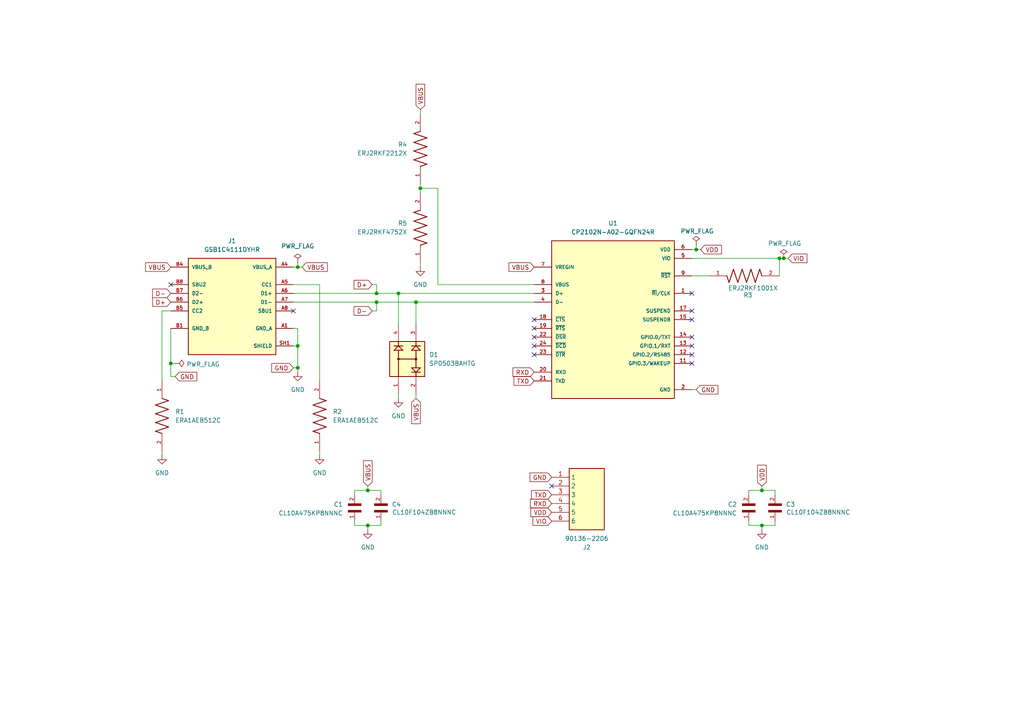
<source format=kicad_sch>
(kicad_sch
	(version 20231120)
	(generator "eeschema")
	(generator_version "8.0")
	(uuid "c11247d3-9558-4d4e-b9f3-9d7d5d74e260")
	(paper "A4")
	(lib_symbols
		(symbol "90136-2206:90136-2206"
			(exclude_from_sim no)
			(in_bom yes)
			(on_board yes)
			(property "Reference" "J"
				(at 16.51 7.62 0)
				(effects
					(font
						(size 1.27 1.27)
					)
					(justify left top)
				)
			)
			(property "Value" "90136-2206"
				(at 16.51 5.08 0)
				(effects
					(font
						(size 1.27 1.27)
					)
					(justify left top)
				)
			)
			(property "Footprint" "SHDRRA6W65P0X254_1X6_1859X1090X751P"
				(at 16.51 -94.92 0)
				(effects
					(font
						(size 1.27 1.27)
					)
					(justify left top)
					(hide yes)
				)
			)
			(property "Datasheet" "https://componentsearchengine.com/Datasheets/1/90136-2206.pdf"
				(at 16.51 -194.92 0)
				(effects
					(font
						(size 1.27 1.27)
					)
					(justify left top)
					(hide yes)
				)
			)
			(property "Description" "Headers & Wire Housings 2.54MM CGRIDIII HDR 6P R/A SR SHRD AU"
				(at 0 0 0)
				(effects
					(font
						(size 1.27 1.27)
					)
					(hide yes)
				)
			)
			(property "Height" "7.51"
				(at 16.51 -394.92 0)
				(effects
					(font
						(size 1.27 1.27)
					)
					(justify left top)
					(hide yes)
				)
			)
			(property "Farnell Part Number" ""
				(at 16.51 -494.92 0)
				(effects
					(font
						(size 1.27 1.27)
					)
					(justify left top)
					(hide yes)
				)
			)
			(property "Farnell Price/Stock" ""
				(at 16.51 -594.92 0)
				(effects
					(font
						(size 1.27 1.27)
					)
					(justify left top)
					(hide yes)
				)
			)
			(property "Manufacturer_Name" "Molex"
				(at 16.51 -694.92 0)
				(effects
					(font
						(size 1.27 1.27)
					)
					(justify left top)
					(hide yes)
				)
			)
			(property "Manufacturer_Part_Number" "90136-2206"
				(at 16.51 -794.92 0)
				(effects
					(font
						(size 1.27 1.27)
					)
					(justify left top)
					(hide yes)
				)
			)
			(symbol "90136-2206_1_1"
				(rectangle
					(start 5.08 2.54)
					(end 15.24 -15.24)
					(stroke
						(width 0.254)
						(type default)
					)
					(fill
						(type background)
					)
				)
				(pin passive line
					(at 0 0 0)
					(length 5.08)
					(name "1"
						(effects
							(font
								(size 1.27 1.27)
							)
						)
					)
					(number "1"
						(effects
							(font
								(size 1.27 1.27)
							)
						)
					)
				)
				(pin passive line
					(at 0 -2.54 0)
					(length 5.08)
					(name "2"
						(effects
							(font
								(size 1.27 1.27)
							)
						)
					)
					(number "2"
						(effects
							(font
								(size 1.27 1.27)
							)
						)
					)
				)
				(pin passive line
					(at 0 -5.08 0)
					(length 5.08)
					(name "3"
						(effects
							(font
								(size 1.27 1.27)
							)
						)
					)
					(number "3"
						(effects
							(font
								(size 1.27 1.27)
							)
						)
					)
				)
				(pin passive line
					(at 0 -7.62 0)
					(length 5.08)
					(name "4"
						(effects
							(font
								(size 1.27 1.27)
							)
						)
					)
					(number "4"
						(effects
							(font
								(size 1.27 1.27)
							)
						)
					)
				)
				(pin passive line
					(at 0 -10.16 0)
					(length 5.08)
					(name "5"
						(effects
							(font
								(size 1.27 1.27)
							)
						)
					)
					(number "5"
						(effects
							(font
								(size 1.27 1.27)
							)
						)
					)
				)
				(pin passive line
					(at 0 -12.7 0)
					(length 5.08)
					(name "6"
						(effects
							(font
								(size 1.27 1.27)
							)
						)
					)
					(number "6"
						(effects
							(font
								(size 1.27 1.27)
							)
						)
					)
				)
			)
		)
		(symbol "CL10A475KP8NNNC:CL10A475KP8NNNC"
			(pin_names
				(offset 1.016)
			)
			(exclude_from_sim no)
			(in_bom yes)
			(on_board yes)
			(property "Reference" "C"
				(at 0 3.8109 0)
				(effects
					(font
						(size 1.27 1.27)
					)
					(justify left bottom)
				)
			)
			(property "Value" "CL10A475KP8NNNC"
				(at 0 -5.0885 0)
				(effects
					(font
						(size 1.27 1.27)
					)
					(justify left bottom)
				)
			)
			(property "Footprint" "CL10A475KP8NNNC:CAPC1608X90N"
				(at 0 0 0)
				(effects
					(font
						(size 1.27 1.27)
					)
					(justify bottom)
					(hide yes)
				)
			)
			(property "Datasheet" ""
				(at 0 0 0)
				(effects
					(font
						(size 1.27 1.27)
					)
					(hide yes)
				)
			)
			(property "Description" ""
				(at 0 0 0)
				(effects
					(font
						(size 1.27 1.27)
					)
					(hide yes)
				)
			)
			(property "L1_min" "0.1"
				(at 0 0 0)
				(effects
					(font
						(size 1.27 1.27)
					)
					(justify bottom)
					(hide yes)
				)
			)
			(property "Check_prices" "https://www.snapeda.com/parts/CL10A475KP8NNNC/Samsung/view-part/?ref=eda"
				(at 0 0 0)
				(effects
					(font
						(size 1.27 1.27)
					)
					(justify bottom)
					(hide yes)
				)
			)
			(property "Package" "SMD-2 Samsung"
				(at 0 0 0)
				(effects
					(font
						(size 1.27 1.27)
					)
					(justify bottom)
					(hide yes)
				)
			)
			(property "STANDARD" "IPC 7351B"
				(at 0 0 0)
				(effects
					(font
						(size 1.27 1.27)
					)
					(justify bottom)
					(hide yes)
				)
			)
			(property "E_min" "0.7"
				(at 0 0 0)
				(effects
					(font
						(size 1.27 1.27)
					)
					(justify bottom)
					(hide yes)
				)
			)
			(property "SnapEDA_Link" "https://www.snapeda.com/parts/CL10A475KP8NNNC/Samsung/view-part/?ref=snap"
				(at 0 0 0)
				(effects
					(font
						(size 1.27 1.27)
					)
					(justify bottom)
					(hide yes)
				)
			)
			(property "D_min" "1.5"
				(at 0 0 0)
				(effects
					(font
						(size 1.27 1.27)
					)
					(justify bottom)
					(hide yes)
				)
			)
			(property "D_nom" "1.6"
				(at 0 0 0)
				(effects
					(font
						(size 1.27 1.27)
					)
					(justify bottom)
					(hide yes)
				)
			)
			(property "L_min" "0.1"
				(at 0 0 0)
				(effects
					(font
						(size 1.27 1.27)
					)
					(justify bottom)
					(hide yes)
				)
			)
			(property "E_max" "0.9"
				(at 0 0 0)
				(effects
					(font
						(size 1.27 1.27)
					)
					(justify bottom)
					(hide yes)
				)
			)
			(property "DigiKey_Part_Number" "1276-1044-1-ND"
				(at 0 0 0)
				(effects
					(font
						(size 1.27 1.27)
					)
					(justify bottom)
					(hide yes)
				)
			)
			(property "L_max" "0.5"
				(at 0 0 0)
				(effects
					(font
						(size 1.27 1.27)
					)
					(justify bottom)
					(hide yes)
				)
			)
			(property "A_max" "0.9"
				(at 0 0 0)
				(effects
					(font
						(size 1.27 1.27)
					)
					(justify bottom)
					(hide yes)
				)
			)
			(property "L1_nom" "0.3"
				(at 0 0 0)
				(effects
					(font
						(size 1.27 1.27)
					)
					(justify bottom)
					(hide yes)
				)
			)
			(property "Description_1" "\n                        \n                            4.7 µF ±10% 10V Ceramic Capacitor X5R 0603 (1608 Metric)\n                        \n"
				(at 0 0 0)
				(effects
					(font
						(size 1.27 1.27)
					)
					(justify bottom)
					(hide yes)
				)
			)
			(property "MF" "Samsung Electro-Mechanics"
				(at 0 0 0)
				(effects
					(font
						(size 1.27 1.27)
					)
					(justify bottom)
					(hide yes)
				)
			)
			(property "D_max" "1.7"
				(at 0 0 0)
				(effects
					(font
						(size 1.27 1.27)
					)
					(justify bottom)
					(hide yes)
				)
			)
			(property "A_nom" "0.9"
				(at 0 0 0)
				(effects
					(font
						(size 1.27 1.27)
					)
					(justify bottom)
					(hide yes)
				)
			)
			(property "L1_max" "0.5"
				(at 0 0 0)
				(effects
					(font
						(size 1.27 1.27)
					)
					(justify bottom)
					(hide yes)
				)
			)
			(property "A_min" "0.9"
				(at 0 0 0)
				(effects
					(font
						(size 1.27 1.27)
					)
					(justify bottom)
					(hide yes)
				)
			)
			(property "MP" "CL10A475KP8NNNC"
				(at 0 0 0)
				(effects
					(font
						(size 1.27 1.27)
					)
					(justify bottom)
					(hide yes)
				)
			)
			(property "E_nom" "0.8"
				(at 0 0 0)
				(effects
					(font
						(size 1.27 1.27)
					)
					(justify bottom)
					(hide yes)
				)
			)
			(property "MANUFACTURER" "Samsung Electro-Mechanics"
				(at 0 0 0)
				(effects
					(font
						(size 1.27 1.27)
					)
					(justify bottom)
					(hide yes)
				)
			)
			(property "L_nom" "0.3"
				(at 0 0 0)
				(effects
					(font
						(size 1.27 1.27)
					)
					(justify bottom)
					(hide yes)
				)
			)
			(symbol "CL10A475KP8NNNC_0_0"
				(rectangle
					(start 0 -1.9069)
					(end 0.635 1.905)
					(stroke
						(width 0.1)
						(type default)
					)
					(fill
						(type outline)
					)
				)
				(rectangle
					(start 1.9069 -1.9069)
					(end 2.54 1.905)
					(stroke
						(width 0.1)
						(type default)
					)
					(fill
						(type outline)
					)
				)
				(pin passive line
					(at -2.54 0 0)
					(length 2.54)
					(name "~"
						(effects
							(font
								(size 1.016 1.016)
							)
						)
					)
					(number "1"
						(effects
							(font
								(size 1.016 1.016)
							)
						)
					)
				)
				(pin passive line
					(at 5.08 0 180)
					(length 2.54)
					(name "~"
						(effects
							(font
								(size 1.016 1.016)
							)
						)
					)
					(number "2"
						(effects
							(font
								(size 1.016 1.016)
							)
						)
					)
				)
			)
		)
		(symbol "CL10F104ZB8NNNC:CL10F104ZB8NNNC"
			(pin_names
				(offset 1.016)
			)
			(exclude_from_sim no)
			(in_bom yes)
			(on_board yes)
			(property "Reference" "C"
				(at 0 3.8109 0)
				(effects
					(font
						(size 1.27 1.27)
					)
					(justify left bottom)
				)
			)
			(property "Value" "CL10F104ZB8NNNC"
				(at 0 -5.0885 0)
				(effects
					(font
						(size 1.27 1.27)
					)
					(justify left bottom)
				)
			)
			(property "Footprint" "CL10F104ZB8NNNC:CAPC1608X90N"
				(at 0 0 0)
				(effects
					(font
						(size 1.27 1.27)
					)
					(justify bottom)
					(hide yes)
				)
			)
			(property "Datasheet" ""
				(at 0 0 0)
				(effects
					(font
						(size 1.27 1.27)
					)
					(hide yes)
				)
			)
			(property "Description" ""
				(at 0 0 0)
				(effects
					(font
						(size 1.27 1.27)
					)
					(hide yes)
				)
			)
			(property "L1_min" "0.1"
				(at 0 0 0)
				(effects
					(font
						(size 1.27 1.27)
					)
					(justify bottom)
					(hide yes)
				)
			)
			(property "Check_prices" "https://www.snapeda.com/parts/CL10F104ZB8NNNC/Samsung/view-part/?ref=eda"
				(at 0 0 0)
				(effects
					(font
						(size 1.27 1.27)
					)
					(justify bottom)
					(hide yes)
				)
			)
			(property "Package" "SMD-2 Samsung"
				(at 0 0 0)
				(effects
					(font
						(size 1.27 1.27)
					)
					(justify bottom)
					(hide yes)
				)
			)
			(property "STANDARD" "IPC 7351B"
				(at 0 0 0)
				(effects
					(font
						(size 1.27 1.27)
					)
					(justify bottom)
					(hide yes)
				)
			)
			(property "E_min" "0.7"
				(at 0 0 0)
				(effects
					(font
						(size 1.27 1.27)
					)
					(justify bottom)
					(hide yes)
				)
			)
			(property "SnapEDA_Link" "https://www.snapeda.com/parts/CL10F104ZB8NNNC/Samsung/view-part/?ref=snap"
				(at 0 0 0)
				(effects
					(font
						(size 1.27 1.27)
					)
					(justify bottom)
					(hide yes)
				)
			)
			(property "D_min" "1.5"
				(at 0 0 0)
				(effects
					(font
						(size 1.27 1.27)
					)
					(justify bottom)
					(hide yes)
				)
			)
			(property "D_nom" "1.6"
				(at 0 0 0)
				(effects
					(font
						(size 1.27 1.27)
					)
					(justify bottom)
					(hide yes)
				)
			)
			(property "L_min" "0.1"
				(at 0 0 0)
				(effects
					(font
						(size 1.27 1.27)
					)
					(justify bottom)
					(hide yes)
				)
			)
			(property "E_max" "0.9"
				(at 0 0 0)
				(effects
					(font
						(size 1.27 1.27)
					)
					(justify bottom)
					(hide yes)
				)
			)
			(property "DigiKey_Part_Number" "1276-1012-1-ND"
				(at 0 0 0)
				(effects
					(font
						(size 1.27 1.27)
					)
					(justify bottom)
					(hide yes)
				)
			)
			(property "L_max" "0.5"
				(at 0 0 0)
				(effects
					(font
						(size 1.27 1.27)
					)
					(justify bottom)
					(hide yes)
				)
			)
			(property "A_max" "0.9"
				(at 0 0 0)
				(effects
					(font
						(size 1.27 1.27)
					)
					(justify bottom)
					(hide yes)
				)
			)
			(property "L1_nom" "0.3"
				(at 0 0 0)
				(effects
					(font
						(size 1.27 1.27)
					)
					(justify bottom)
					(hide yes)
				)
			)
			(property "Description_1" "\n                        \n                            0.1 µF -20%, +80% 50V Ceramic Capacitor Y5V (F) 0603 (1608 Metric)\n                        \n"
				(at 0 0 0)
				(effects
					(font
						(size 1.27 1.27)
					)
					(justify bottom)
					(hide yes)
				)
			)
			(property "MF" "Samsung"
				(at 0 0 0)
				(effects
					(font
						(size 1.27 1.27)
					)
					(justify bottom)
					(hide yes)
				)
			)
			(property "D_max" "1.7"
				(at 0 0 0)
				(effects
					(font
						(size 1.27 1.27)
					)
					(justify bottom)
					(hide yes)
				)
			)
			(property "A_nom" "0.9"
				(at 0 0 0)
				(effects
					(font
						(size 1.27 1.27)
					)
					(justify bottom)
					(hide yes)
				)
			)
			(property "L1_max" "0.5"
				(at 0 0 0)
				(effects
					(font
						(size 1.27 1.27)
					)
					(justify bottom)
					(hide yes)
				)
			)
			(property "A_min" "0.9"
				(at 0 0 0)
				(effects
					(font
						(size 1.27 1.27)
					)
					(justify bottom)
					(hide yes)
				)
			)
			(property "MP" "CL10F104ZB8NNNC"
				(at 0 0 0)
				(effects
					(font
						(size 1.27 1.27)
					)
					(justify bottom)
					(hide yes)
				)
			)
			(property "E_nom" "0.8"
				(at 0 0 0)
				(effects
					(font
						(size 1.27 1.27)
					)
					(justify bottom)
					(hide yes)
				)
			)
			(property "MANUFACTURER" "Samsung Electro-Mechanics"
				(at 0 0 0)
				(effects
					(font
						(size 1.27 1.27)
					)
					(justify bottom)
					(hide yes)
				)
			)
			(property "L_nom" "0.3"
				(at 0 0 0)
				(effects
					(font
						(size 1.27 1.27)
					)
					(justify bottom)
					(hide yes)
				)
			)
			(symbol "CL10F104ZB8NNNC_0_0"
				(rectangle
					(start 0 -1.9069)
					(end 0.635 1.905)
					(stroke
						(width 0.1)
						(type default)
					)
					(fill
						(type outline)
					)
				)
				(rectangle
					(start 1.9069 -1.9069)
					(end 2.54 1.905)
					(stroke
						(width 0.1)
						(type default)
					)
					(fill
						(type outline)
					)
				)
				(pin passive line
					(at -2.54 0 0)
					(length 2.54)
					(name "~"
						(effects
							(font
								(size 1.016 1.016)
							)
						)
					)
					(number "1"
						(effects
							(font
								(size 1.016 1.016)
							)
						)
					)
				)
				(pin passive line
					(at 5.08 0 180)
					(length 2.54)
					(name "~"
						(effects
							(font
								(size 1.016 1.016)
							)
						)
					)
					(number "2"
						(effects
							(font
								(size 1.016 1.016)
							)
						)
					)
				)
			)
		)
		(symbol "CP2102N-A02-GQFN24R:CP2102N-A02-GQFN24R"
			(pin_names
				(offset 1.016)
			)
			(exclude_from_sim no)
			(in_bom yes)
			(on_board yes)
			(property "Reference" "U"
				(at -17.78 23.86 0)
				(effects
					(font
						(size 1.27 1.27)
					)
					(justify left bottom)
				)
			)
			(property "Value" "CP2102N-A02-GQFN24R"
				(at -17.78 -25.4 0)
				(effects
					(font
						(size 1.27 1.27)
					)
					(justify left bottom)
				)
			)
			(property "Footprint" "CP2102N-A02-GQFN24R:QFN50P400X400X80-25N"
				(at 0 0 0)
				(effects
					(font
						(size 1.27 1.27)
					)
					(justify bottom)
					(hide yes)
				)
			)
			(property "Datasheet" ""
				(at 0 0 0)
				(effects
					(font
						(size 1.27 1.27)
					)
					(hide yes)
				)
			)
			(property "Description" ""
				(at 0 0 0)
				(effects
					(font
						(size 1.27 1.27)
					)
					(hide yes)
				)
			)
			(property "SNAPEDA_PACKAGE_ID" ""
				(at 0 0 0)
				(effects
					(font
						(size 1.27 1.27)
					)
					(justify bottom)
					(hide yes)
				)
			)
			(property "B_NOM" "0.24"
				(at 0 0 0)
				(effects
					(font
						(size 1.27 1.27)
					)
					(justify bottom)
					(hide yes)
				)
			)
			(property "EMAX" ""
				(at 0 0 0)
				(effects
					(font
						(size 1.27 1.27)
					)
					(justify bottom)
					(hide yes)
				)
			)
			(property "VACANCIES" ""
				(at 0 0 0)
				(effects
					(font
						(size 1.27 1.27)
					)
					(justify bottom)
					(hide yes)
				)
			)
			(property "BALL_COLUMNS" ""
				(at 0 0 0)
				(effects
					(font
						(size 1.27 1.27)
					)
					(justify bottom)
					(hide yes)
				)
			)
			(property "A_MAX" "0.8"
				(at 0 0 0)
				(effects
					(font
						(size 1.27 1.27)
					)
					(justify bottom)
					(hide yes)
				)
			)
			(property "BODY_DIAMETER" ""
				(at 0 0 0)
				(effects
					(font
						(size 1.27 1.27)
					)
					(justify bottom)
					(hide yes)
				)
			)
			(property "THERMAL_PAD" ""
				(at 0 0 0)
				(effects
					(font
						(size 1.27 1.27)
					)
					(justify bottom)
					(hide yes)
				)
			)
			(property "B_MIN" "0.18"
				(at 0 0 0)
				(effects
					(font
						(size 1.27 1.27)
					)
					(justify bottom)
					(hide yes)
				)
			)
			(property "Check_prices" "https://www.snapeda.com/parts/CP2102N-A02-GQFN24R/Silicon+Labs/view-part/?ref=eda"
				(at 0 0 0)
				(effects
					(font
						(size 1.27 1.27)
					)
					(justify bottom)
					(hide yes)
				)
			)
			(property "DigiKey_Part_Number" "336-5888-1-ND"
				(at 0 0 0)
				(effects
					(font
						(size 1.27 1.27)
					)
					(justify bottom)
					(hide yes)
				)
			)
			(property "B_MAX" "0.3"
				(at 0 0 0)
				(effects
					(font
						(size 1.27 1.27)
					)
					(justify bottom)
					(hide yes)
				)
			)
			(property "Description_1" "\n                        \n                            USB Bridge, USB to UART USB 2.0 UART Interface 24-QFN (4x4)\n                        \n"
				(at 0 0 0)
				(effects
					(font
						(size 1.27 1.27)
					)
					(justify bottom)
					(hide yes)
				)
			)
			(property "EMIN" ""
				(at 0 0 0)
				(effects
					(font
						(size 1.27 1.27)
					)
					(justify bottom)
					(hide yes)
				)
			)
			(property "JEDEC" ""
				(at 0 0 0)
				(effects
					(font
						(size 1.27 1.27)
					)
					(justify bottom)
					(hide yes)
				)
			)
			(property "ENOM" "0.5"
				(at 0 0 0)
				(effects
					(font
						(size 1.27 1.27)
					)
					(justify bottom)
					(hide yes)
				)
			)
			(property "D_NOM" "4.0"
				(at 0 0 0)
				(effects
					(font
						(size 1.27 1.27)
					)
					(justify bottom)
					(hide yes)
				)
			)
			(property "D_MAX" "4.0"
				(at 0 0 0)
				(effects
					(font
						(size 1.27 1.27)
					)
					(justify bottom)
					(hide yes)
				)
			)
			(property "L_MAX" "0.5"
				(at 0 0 0)
				(effects
					(font
						(size 1.27 1.27)
					)
					(justify bottom)
					(hide yes)
				)
			)
			(property "PACKAGE_TYPE" ""
				(at 0 0 0)
				(effects
					(font
						(size 1.27 1.27)
					)
					(justify bottom)
					(hide yes)
				)
			)
			(property "Package" "WFQFN-24 Silicon Labs"
				(at 0 0 0)
				(effects
					(font
						(size 1.27 1.27)
					)
					(justify bottom)
					(hide yes)
				)
			)
			(property "E2_NOM" "2.45"
				(at 0 0 0)
				(effects
					(font
						(size 1.27 1.27)
					)
					(justify bottom)
					(hide yes)
				)
			)
			(property "STANDARD" "IPC 7351B"
				(at 0 0 0)
				(effects
					(font
						(size 1.27 1.27)
					)
					(justify bottom)
					(hide yes)
				)
			)
			(property "PARTREV" "1.3"
				(at 0 0 0)
				(effects
					(font
						(size 1.27 1.27)
					)
					(justify bottom)
					(hide yes)
				)
			)
			(property "DNOM" ""
				(at 0 0 0)
				(effects
					(font
						(size 1.27 1.27)
					)
					(justify bottom)
					(hide yes)
				)
			)
			(property "MF" "Silicon Labs"
				(at 0 0 0)
				(effects
					(font
						(size 1.27 1.27)
					)
					(justify bottom)
					(hide yes)
				)
			)
			(property "DMIN" ""
				(at 0 0 0)
				(effects
					(font
						(size 1.27 1.27)
					)
					(justify bottom)
					(hide yes)
				)
			)
			(property "E_NOM" "4.0"
				(at 0 0 0)
				(effects
					(font
						(size 1.27 1.27)
					)
					(justify bottom)
					(hide yes)
				)
			)
			(property "BALL_ROWS" ""
				(at 0 0 0)
				(effects
					(font
						(size 1.27 1.27)
					)
					(justify bottom)
					(hide yes)
				)
			)
			(property "DMAX" ""
				(at 0 0 0)
				(effects
					(font
						(size 1.27 1.27)
					)
					(justify bottom)
					(hide yes)
				)
			)
			(property "D2_NOM" "2.45"
				(at 0 0 0)
				(effects
					(font
						(size 1.27 1.27)
					)
					(justify bottom)
					(hide yes)
				)
			)
			(property "L_NOM" "0.4"
				(at 0 0 0)
				(effects
					(font
						(size 1.27 1.27)
					)
					(justify bottom)
					(hide yes)
				)
			)
			(property "MANUFACTURER" "Silicon Labs"
				(at 0 0 0)
				(effects
					(font
						(size 1.27 1.27)
					)
					(justify bottom)
					(hide yes)
				)
			)
			(property "IPC" ""
				(at 0 0 0)
				(effects
					(font
						(size 1.27 1.27)
					)
					(justify bottom)
					(hide yes)
				)
			)
			(property "PIN_COLUMNS" ""
				(at 0 0 0)
				(effects
					(font
						(size 1.27 1.27)
					)
					(justify bottom)
					(hide yes)
				)
			)
			(property "SnapEDA_Link" "https://www.snapeda.com/parts/CP2102N-A02-GQFN24R/Silicon+Labs/view-part/?ref=snap"
				(at 0 0 0)
				(effects
					(font
						(size 1.27 1.27)
					)
					(justify bottom)
					(hide yes)
				)
			)
			(property "PIN_COUNT_E" "6.0"
				(at 0 0 0)
				(effects
					(font
						(size 1.27 1.27)
					)
					(justify bottom)
					(hide yes)
				)
			)
			(property "PIN_COUNT_D" "6.0"
				(at 0 0 0)
				(effects
					(font
						(size 1.27 1.27)
					)
					(justify bottom)
					(hide yes)
				)
			)
			(property "E_MIN" "4.0"
				(at 0 0 0)
				(effects
					(font
						(size 1.27 1.27)
					)
					(justify bottom)
					(hide yes)
				)
			)
			(property "D_MIN" "4.0"
				(at 0 0 0)
				(effects
					(font
						(size 1.27 1.27)
					)
					(justify bottom)
					(hide yes)
				)
			)
			(property "MP" "CP2102N-A02-GQFN24R"
				(at 0 0 0)
				(effects
					(font
						(size 1.27 1.27)
					)
					(justify bottom)
					(hide yes)
				)
			)
			(property "PINS" ""
				(at 0 0 0)
				(effects
					(font
						(size 1.27 1.27)
					)
					(justify bottom)
					(hide yes)
				)
			)
			(property "L_MIN" "0.3"
				(at 0 0 0)
				(effects
					(font
						(size 1.27 1.27)
					)
					(justify bottom)
					(hide yes)
				)
			)
			(property "E_MAX" "4.0"
				(at 0 0 0)
				(effects
					(font
						(size 1.27 1.27)
					)
					(justify bottom)
					(hide yes)
				)
			)
			(symbol "CP2102N-A02-GQFN24R_0_0"
				(rectangle
					(start -17.78 -22.86)
					(end 17.78 22.86)
					(stroke
						(width 0.254)
						(type default)
					)
					(fill
						(type background)
					)
				)
				(pin bidirectional line
					(at 22.86 7.62 180)
					(length 5.08)
					(name "~{RI}/CLK"
						(effects
							(font
								(size 1.016 1.016)
							)
						)
					)
					(number "1"
						(effects
							(font
								(size 1.016 1.016)
							)
						)
					)
				)
				(pin bidirectional line
					(at 22.86 -12.7 180)
					(length 5.08)
					(name "GPIO.3/WAKEUP"
						(effects
							(font
								(size 1.016 1.016)
							)
						)
					)
					(number "11"
						(effects
							(font
								(size 1.016 1.016)
							)
						)
					)
				)
				(pin bidirectional line
					(at 22.86 -10.16 180)
					(length 5.08)
					(name "GPIO.2/RS485"
						(effects
							(font
								(size 1.016 1.016)
							)
						)
					)
					(number "12"
						(effects
							(font
								(size 1.016 1.016)
							)
						)
					)
				)
				(pin bidirectional line
					(at 22.86 -7.62 180)
					(length 5.08)
					(name "GPIO.1/RXT"
						(effects
							(font
								(size 1.016 1.016)
							)
						)
					)
					(number "13"
						(effects
							(font
								(size 1.016 1.016)
							)
						)
					)
				)
				(pin bidirectional line
					(at 22.86 -5.08 180)
					(length 5.08)
					(name "GPIO.0/TXT"
						(effects
							(font
								(size 1.016 1.016)
							)
						)
					)
					(number "14"
						(effects
							(font
								(size 1.016 1.016)
							)
						)
					)
				)
				(pin output line
					(at 22.86 0 180)
					(length 5.08)
					(name "SUSPENDB"
						(effects
							(font
								(size 1.016 1.016)
							)
						)
					)
					(number "15"
						(effects
							(font
								(size 1.016 1.016)
							)
						)
					)
				)
				(pin output line
					(at 22.86 2.54 180)
					(length 5.08)
					(name "SUSPEND"
						(effects
							(font
								(size 1.016 1.016)
							)
						)
					)
					(number "17"
						(effects
							(font
								(size 1.016 1.016)
							)
						)
					)
				)
				(pin input line
					(at -22.86 0 0)
					(length 5.08)
					(name "~{CTS}"
						(effects
							(font
								(size 1.016 1.016)
							)
						)
					)
					(number "18"
						(effects
							(font
								(size 1.016 1.016)
							)
						)
					)
				)
				(pin output line
					(at -22.86 -2.54 0)
					(length 5.08)
					(name "~{RTS}"
						(effects
							(font
								(size 1.016 1.016)
							)
						)
					)
					(number "19"
						(effects
							(font
								(size 1.016 1.016)
							)
						)
					)
				)
				(pin power_in line
					(at 22.86 -20.32 180)
					(length 5.08)
					(name "GND"
						(effects
							(font
								(size 1.016 1.016)
							)
						)
					)
					(number "2"
						(effects
							(font
								(size 1.016 1.016)
							)
						)
					)
				)
				(pin input line
					(at -22.86 -15.24 0)
					(length 5.08)
					(name "RXD"
						(effects
							(font
								(size 1.016 1.016)
							)
						)
					)
					(number "20"
						(effects
							(font
								(size 1.016 1.016)
							)
						)
					)
				)
				(pin output line
					(at -22.86 -17.78 0)
					(length 5.08)
					(name "TXD"
						(effects
							(font
								(size 1.016 1.016)
							)
						)
					)
					(number "21"
						(effects
							(font
								(size 1.016 1.016)
							)
						)
					)
				)
				(pin input line
					(at -22.86 -5.08 0)
					(length 5.08)
					(name "~{DSR}"
						(effects
							(font
								(size 1.016 1.016)
							)
						)
					)
					(number "22"
						(effects
							(font
								(size 1.016 1.016)
							)
						)
					)
				)
				(pin output line
					(at -22.86 -10.16 0)
					(length 5.08)
					(name "~{DTR}"
						(effects
							(font
								(size 1.016 1.016)
							)
						)
					)
					(number "23"
						(effects
							(font
								(size 1.016 1.016)
							)
						)
					)
				)
				(pin input line
					(at -22.86 -7.62 0)
					(length 5.08)
					(name "~{DCD}"
						(effects
							(font
								(size 1.016 1.016)
							)
						)
					)
					(number "24"
						(effects
							(font
								(size 1.016 1.016)
							)
						)
					)
				)
				(pin power_in line
					(at 22.86 -20.32 180)
					(length 5.08) hide
					(name "GND"
						(effects
							(font
								(size 1.016 1.016)
							)
						)
					)
					(number "25"
						(effects
							(font
								(size 1.016 1.016)
							)
						)
					)
				)
				(pin bidirectional line
					(at -22.86 7.62 0)
					(length 5.08)
					(name "D+"
						(effects
							(font
								(size 1.016 1.016)
							)
						)
					)
					(number "3"
						(effects
							(font
								(size 1.016 1.016)
							)
						)
					)
				)
				(pin bidirectional line
					(at -22.86 5.08 0)
					(length 5.08)
					(name "D-"
						(effects
							(font
								(size 1.016 1.016)
							)
						)
					)
					(number "4"
						(effects
							(font
								(size 1.016 1.016)
							)
						)
					)
				)
				(pin power_in line
					(at 22.86 17.78 180)
					(length 5.08)
					(name "VIO"
						(effects
							(font
								(size 1.016 1.016)
							)
						)
					)
					(number "5"
						(effects
							(font
								(size 1.016 1.016)
							)
						)
					)
				)
				(pin power_in line
					(at 22.86 20.32 180)
					(length 5.08)
					(name "VDD"
						(effects
							(font
								(size 1.016 1.016)
							)
						)
					)
					(number "6"
						(effects
							(font
								(size 1.016 1.016)
							)
						)
					)
				)
				(pin input line
					(at -22.86 15.24 0)
					(length 5.08)
					(name "VREGIN"
						(effects
							(font
								(size 1.016 1.016)
							)
						)
					)
					(number "7"
						(effects
							(font
								(size 1.016 1.016)
							)
						)
					)
				)
				(pin input line
					(at -22.86 10.16 0)
					(length 5.08)
					(name "VBUS"
						(effects
							(font
								(size 1.016 1.016)
							)
						)
					)
					(number "8"
						(effects
							(font
								(size 1.016 1.016)
							)
						)
					)
				)
				(pin bidirectional line
					(at 22.86 12.7 180)
					(length 5.08)
					(name "~{RST}"
						(effects
							(font
								(size 1.016 1.016)
							)
						)
					)
					(number "9"
						(effects
							(font
								(size 1.016 1.016)
							)
						)
					)
				)
			)
		)
		(symbol "ERA1AEB512C:ERA1AEB512C"
			(pin_names
				(offset 1.016)
			)
			(exclude_from_sim no)
			(in_bom yes)
			(on_board yes)
			(property "Reference" "R"
				(at -7.624 2.541 0)
				(effects
					(font
						(size 1.27 1.27)
					)
					(justify left bottom)
				)
			)
			(property "Value" "ERA1AEB512C"
				(at -7.624 -5.087 0)
				(effects
					(font
						(size 1.27 1.27)
					)
					(justify left top)
				)
			)
			(property "Footprint" "ERA1AEB512C:RES_ERA1AEB512C"
				(at 0 0 0)
				(effects
					(font
						(size 1.27 1.27)
					)
					(justify bottom)
					(hide yes)
				)
			)
			(property "Datasheet" ""
				(at 0 0 0)
				(effects
					(font
						(size 1.27 1.27)
					)
					(hide yes)
				)
			)
			(property "Description" ""
				(at 0 0 0)
				(effects
					(font
						(size 1.27 1.27)
					)
					(hide yes)
				)
			)
			(property "DigiKey_Part_Number" "10-ERA-1AEB512CCT-ND"
				(at 0 0 0)
				(effects
					(font
						(size 1.27 1.27)
					)
					(justify bottom)
					(hide yes)
				)
			)
			(property "SnapEDA_Link" "https://www.snapeda.com/parts/ERA-1AEB512C/Panasonic/view-part/?ref=snap"
				(at 0 0 0)
				(effects
					(font
						(size 1.27 1.27)
					)
					(justify bottom)
					(hide yes)
				)
			)
			(property "MAXIMUM_PACKAGE_HEIGHT" "0.23 mm"
				(at 0 0 0)
				(effects
					(font
						(size 1.27 1.27)
					)
					(justify bottom)
					(hide yes)
				)
			)
			(property "Package" "0603-2 Panasonic"
				(at 0 0 0)
				(effects
					(font
						(size 1.27 1.27)
					)
					(justify bottom)
					(hide yes)
				)
			)
			(property "Check_prices" "https://www.snapeda.com/parts/ERA-1AEB512C/Panasonic/view-part/?ref=eda"
				(at 0 0 0)
				(effects
					(font
						(size 1.27 1.27)
					)
					(justify bottom)
					(hide yes)
				)
			)
			(property "STANDARD" "Manufacturer Recommendations"
				(at 0 0 0)
				(effects
					(font
						(size 1.27 1.27)
					)
					(justify bottom)
					(hide yes)
				)
			)
			(property "PARTREV" "3/1/2020"
				(at 0 0 0)
				(effects
					(font
						(size 1.27 1.27)
					)
					(justify bottom)
					(hide yes)
				)
			)
			(property "MF" "Panasonic"
				(at 0 0 0)
				(effects
					(font
						(size 1.27 1.27)
					)
					(justify bottom)
					(hide yes)
				)
			)
			(property "MP" "ERA-1AEB512C"
				(at 0 0 0)
				(effects
					(font
						(size 1.27 1.27)
					)
					(justify bottom)
					(hide yes)
				)
			)
			(property "Description_1" "\n                        \n                            Thin Film Resistors - SMD 0201 Thin film chip resistor\n                        \n"
				(at 0 0 0)
				(effects
					(font
						(size 1.27 1.27)
					)
					(justify bottom)
					(hide yes)
				)
			)
			(property "MANUFACTURER" "Panasonic"
				(at 0 0 0)
				(effects
					(font
						(size 1.27 1.27)
					)
					(justify bottom)
					(hide yes)
				)
			)
			(symbol "ERA1AEB512C_0_0"
				(polyline
					(pts
						(xy -5.08 0) (xy -4.445 1.905)
					)
					(stroke
						(width 0.254)
						(type default)
					)
					(fill
						(type none)
					)
				)
				(polyline
					(pts
						(xy -4.445 1.905) (xy -3.175 -1.905)
					)
					(stroke
						(width 0.254)
						(type default)
					)
					(fill
						(type none)
					)
				)
				(polyline
					(pts
						(xy -3.175 -1.905) (xy -1.905 1.905)
					)
					(stroke
						(width 0.254)
						(type default)
					)
					(fill
						(type none)
					)
				)
				(polyline
					(pts
						(xy -1.905 1.905) (xy -0.635 -1.905)
					)
					(stroke
						(width 0.254)
						(type default)
					)
					(fill
						(type none)
					)
				)
				(polyline
					(pts
						(xy -0.635 -1.905) (xy 0.635 1.905)
					)
					(stroke
						(width 0.254)
						(type default)
					)
					(fill
						(type none)
					)
				)
				(polyline
					(pts
						(xy 0.635 1.905) (xy 1.905 -1.905)
					)
					(stroke
						(width 0.254)
						(type default)
					)
					(fill
						(type none)
					)
				)
				(polyline
					(pts
						(xy 1.905 -1.905) (xy 3.175 1.905)
					)
					(stroke
						(width 0.254)
						(type default)
					)
					(fill
						(type none)
					)
				)
				(polyline
					(pts
						(xy 3.175 1.905) (xy 4.445 -1.905)
					)
					(stroke
						(width 0.254)
						(type default)
					)
					(fill
						(type none)
					)
				)
				(polyline
					(pts
						(xy 4.445 -1.905) (xy 5.08 0)
					)
					(stroke
						(width 0.254)
						(type default)
					)
					(fill
						(type none)
					)
				)
				(pin passive line
					(at -10.16 0 0)
					(length 5.08)
					(name "~"
						(effects
							(font
								(size 1.016 1.016)
							)
						)
					)
					(number "1"
						(effects
							(font
								(size 1.016 1.016)
							)
						)
					)
				)
				(pin passive line
					(at 10.16 0 180)
					(length 5.08)
					(name "~"
						(effects
							(font
								(size 1.016 1.016)
							)
						)
					)
					(number "2"
						(effects
							(font
								(size 1.016 1.016)
							)
						)
					)
				)
			)
		)
		(symbol "ERJ2RKF1001X:ERJ2RKF1001X"
			(pin_names
				(offset 1.016)
			)
			(exclude_from_sim no)
			(in_bom yes)
			(on_board yes)
			(property "Reference" "R"
				(at -7.624 2.541 0)
				(effects
					(font
						(size 1.27 1.27)
					)
					(justify left bottom)
				)
			)
			(property "Value" "ERJ2RKF1001X"
				(at -7.624 -5.087 0)
				(effects
					(font
						(size 1.27 1.27)
					)
					(justify left top)
				)
			)
			(property "Footprint" "ERJ2RKF1001X:RES_ERJ2RKF1001X"
				(at 0 0 0)
				(effects
					(font
						(size 1.27 1.27)
					)
					(justify bottom)
					(hide yes)
				)
			)
			(property "Datasheet" ""
				(at 0 0 0)
				(effects
					(font
						(size 1.27 1.27)
					)
					(hide yes)
				)
			)
			(property "Description" ""
				(at 0 0 0)
				(effects
					(font
						(size 1.27 1.27)
					)
					(hide yes)
				)
			)
			(property "DigiKey_Part_Number" "P1.00KLCT-ND"
				(at 0 0 0)
				(effects
					(font
						(size 1.27 1.27)
					)
					(justify bottom)
					(hide yes)
				)
			)
			(property "SnapEDA_Link" "https://www.snapeda.com/parts/ERJ-2RKF1001X/Panasonic+Electronic+Components/view-part/?ref=snap"
				(at 0 0 0)
				(effects
					(font
						(size 1.27 1.27)
					)
					(justify bottom)
					(hide yes)
				)
			)
			(property "MAXIMUM_PACKAGE_HEIGHT" "0.35 mm"
				(at 0 0 0)
				(effects
					(font
						(size 1.27 1.27)
					)
					(justify bottom)
					(hide yes)
				)
			)
			(property "Package" "1005-2 Panasonic"
				(at 0 0 0)
				(effects
					(font
						(size 1.27 1.27)
					)
					(justify bottom)
					(hide yes)
				)
			)
			(property "Check_prices" "https://www.snapeda.com/parts/ERJ-2RKF1001X/Panasonic+Electronic+Components/view-part/?ref=eda"
				(at 0 0 0)
				(effects
					(font
						(size 1.27 1.27)
					)
					(justify bottom)
					(hide yes)
				)
			)
			(property "STANDARD" "Manufacturer Recommendations"
				(at 0 0 0)
				(effects
					(font
						(size 1.27 1.27)
					)
					(justify bottom)
					(hide yes)
				)
			)
			(property "PARTREV" "3/1/2020"
				(at 0 0 0)
				(effects
					(font
						(size 1.27 1.27)
					)
					(justify bottom)
					(hide yes)
				)
			)
			(property "MF" "Panasonic"
				(at 0 0 0)
				(effects
					(font
						(size 1.27 1.27)
					)
					(justify bottom)
					(hide yes)
				)
			)
			(property "MP" "ERJ-2RKF1001X"
				(at 0 0 0)
				(effects
					(font
						(size 1.27 1.27)
					)
					(justify bottom)
					(hide yes)
				)
			)
			(property "Description_1" "\n                        \n                            1 kOhms 1% 0.1W, 1/10W Chip Resistor 0402 (1005 Metric) Automotive AEC-Q200 Thick Film\n                        \n"
				(at 0 0 0)
				(effects
					(font
						(size 1.27 1.27)
					)
					(justify bottom)
					(hide yes)
				)
			)
			(property "MANUFACTURER" "Panasonic"
				(at 0 0 0)
				(effects
					(font
						(size 1.27 1.27)
					)
					(justify bottom)
					(hide yes)
				)
			)
			(symbol "ERJ2RKF1001X_0_0"
				(polyline
					(pts
						(xy -5.08 0) (xy -4.445 1.905)
					)
					(stroke
						(width 0.254)
						(type default)
					)
					(fill
						(type none)
					)
				)
				(polyline
					(pts
						(xy -4.445 1.905) (xy -3.175 -1.905)
					)
					(stroke
						(width 0.254)
						(type default)
					)
					(fill
						(type none)
					)
				)
				(polyline
					(pts
						(xy -3.175 -1.905) (xy -1.905 1.905)
					)
					(stroke
						(width 0.254)
						(type default)
					)
					(fill
						(type none)
					)
				)
				(polyline
					(pts
						(xy -1.905 1.905) (xy -0.635 -1.905)
					)
					(stroke
						(width 0.254)
						(type default)
					)
					(fill
						(type none)
					)
				)
				(polyline
					(pts
						(xy -0.635 -1.905) (xy 0.635 1.905)
					)
					(stroke
						(width 0.254)
						(type default)
					)
					(fill
						(type none)
					)
				)
				(polyline
					(pts
						(xy 0.635 1.905) (xy 1.905 -1.905)
					)
					(stroke
						(width 0.254)
						(type default)
					)
					(fill
						(type none)
					)
				)
				(polyline
					(pts
						(xy 1.905 -1.905) (xy 3.175 1.905)
					)
					(stroke
						(width 0.254)
						(type default)
					)
					(fill
						(type none)
					)
				)
				(polyline
					(pts
						(xy 3.175 1.905) (xy 4.445 -1.905)
					)
					(stroke
						(width 0.254)
						(type default)
					)
					(fill
						(type none)
					)
				)
				(polyline
					(pts
						(xy 4.445 -1.905) (xy 5.08 0)
					)
					(stroke
						(width 0.254)
						(type default)
					)
					(fill
						(type none)
					)
				)
				(pin passive line
					(at -10.16 0 0)
					(length 5.08)
					(name "~"
						(effects
							(font
								(size 1.016 1.016)
							)
						)
					)
					(number "1"
						(effects
							(font
								(size 1.016 1.016)
							)
						)
					)
				)
				(pin passive line
					(at 10.16 0 180)
					(length 5.08)
					(name "~"
						(effects
							(font
								(size 1.016 1.016)
							)
						)
					)
					(number "2"
						(effects
							(font
								(size 1.016 1.016)
							)
						)
					)
				)
			)
		)
		(symbol "ERJ2RKF2212X:ERJ2RKF2212X"
			(pin_names
				(offset 1.016)
			)
			(exclude_from_sim no)
			(in_bom yes)
			(on_board yes)
			(property "Reference" "R"
				(at -7.624 2.541 0)
				(effects
					(font
						(size 1.27 1.27)
					)
					(justify left bottom)
				)
			)
			(property "Value" "ERJ2RKF2212X"
				(at -7.624 -5.087 0)
				(effects
					(font
						(size 1.27 1.27)
					)
					(justify left top)
				)
			)
			(property "Footprint" "ERJ2RKF2212X:RES_ERJ2RKF2212X"
				(at 0 0 0)
				(effects
					(font
						(size 1.27 1.27)
					)
					(justify bottom)
					(hide yes)
				)
			)
			(property "Datasheet" ""
				(at 0 0 0)
				(effects
					(font
						(size 1.27 1.27)
					)
					(hide yes)
				)
			)
			(property "Description" ""
				(at 0 0 0)
				(effects
					(font
						(size 1.27 1.27)
					)
					(hide yes)
				)
			)
			(property "DigiKey_Part_Number" "P22.1KLCT-ND"
				(at 0 0 0)
				(effects
					(font
						(size 1.27 1.27)
					)
					(justify bottom)
					(hide yes)
				)
			)
			(property "SnapEDA_Link" "https://www.snapeda.com/parts/ERJ-2RKF2212X/Panasonic+Electronic+Components/view-part/?ref=snap"
				(at 0 0 0)
				(effects
					(font
						(size 1.27 1.27)
					)
					(justify bottom)
					(hide yes)
				)
			)
			(property "MAXIMUM_PACKAGE_HEIGHT" "0.35 mm"
				(at 0 0 0)
				(effects
					(font
						(size 1.27 1.27)
					)
					(justify bottom)
					(hide yes)
				)
			)
			(property "Package" "1005-2 Panasonic"
				(at 0 0 0)
				(effects
					(font
						(size 1.27 1.27)
					)
					(justify bottom)
					(hide yes)
				)
			)
			(property "Check_prices" "https://www.snapeda.com/parts/ERJ-2RKF2212X/Panasonic+Electronic+Components/view-part/?ref=eda"
				(at 0 0 0)
				(effects
					(font
						(size 1.27 1.27)
					)
					(justify bottom)
					(hide yes)
				)
			)
			(property "STANDARD" "Manufacturer Recommendations"
				(at 0 0 0)
				(effects
					(font
						(size 1.27 1.27)
					)
					(justify bottom)
					(hide yes)
				)
			)
			(property "PARTREV" "3/1/2020"
				(at 0 0 0)
				(effects
					(font
						(size 1.27 1.27)
					)
					(justify bottom)
					(hide yes)
				)
			)
			(property "MF" "Panasonic Electronic Components"
				(at 0 0 0)
				(effects
					(font
						(size 1.27 1.27)
					)
					(justify bottom)
					(hide yes)
				)
			)
			(property "MP" "ERJ-2RKF2212X"
				(at 0 0 0)
				(effects
					(font
						(size 1.27 1.27)
					)
					(justify bottom)
					(hide yes)
				)
			)
			(property "Description_1" "\n                        \n                            22.1 kOhms 1% 0.1W, 1/10W Chip Resistor 0402 (1005 Metric) Automotive AEC-Q200 Thick Film\n                        \n"
				(at 0 0 0)
				(effects
					(font
						(size 1.27 1.27)
					)
					(justify bottom)
					(hide yes)
				)
			)
			(property "MANUFACTURER" "Panasonic"
				(at 0 0 0)
				(effects
					(font
						(size 1.27 1.27)
					)
					(justify bottom)
					(hide yes)
				)
			)
			(symbol "ERJ2RKF2212X_0_0"
				(polyline
					(pts
						(xy -5.08 0) (xy -4.445 1.905)
					)
					(stroke
						(width 0.254)
						(type default)
					)
					(fill
						(type none)
					)
				)
				(polyline
					(pts
						(xy -4.445 1.905) (xy -3.175 -1.905)
					)
					(stroke
						(width 0.254)
						(type default)
					)
					(fill
						(type none)
					)
				)
				(polyline
					(pts
						(xy -3.175 -1.905) (xy -1.905 1.905)
					)
					(stroke
						(width 0.254)
						(type default)
					)
					(fill
						(type none)
					)
				)
				(polyline
					(pts
						(xy -1.905 1.905) (xy -0.635 -1.905)
					)
					(stroke
						(width 0.254)
						(type default)
					)
					(fill
						(type none)
					)
				)
				(polyline
					(pts
						(xy -0.635 -1.905) (xy 0.635 1.905)
					)
					(stroke
						(width 0.254)
						(type default)
					)
					(fill
						(type none)
					)
				)
				(polyline
					(pts
						(xy 0.635 1.905) (xy 1.905 -1.905)
					)
					(stroke
						(width 0.254)
						(type default)
					)
					(fill
						(type none)
					)
				)
				(polyline
					(pts
						(xy 1.905 -1.905) (xy 3.175 1.905)
					)
					(stroke
						(width 0.254)
						(type default)
					)
					(fill
						(type none)
					)
				)
				(polyline
					(pts
						(xy 3.175 1.905) (xy 4.445 -1.905)
					)
					(stroke
						(width 0.254)
						(type default)
					)
					(fill
						(type none)
					)
				)
				(polyline
					(pts
						(xy 4.445 -1.905) (xy 5.08 0)
					)
					(stroke
						(width 0.254)
						(type default)
					)
					(fill
						(type none)
					)
				)
				(pin passive line
					(at -10.16 0 0)
					(length 5.08)
					(name "~"
						(effects
							(font
								(size 1.016 1.016)
							)
						)
					)
					(number "1"
						(effects
							(font
								(size 1.016 1.016)
							)
						)
					)
				)
				(pin passive line
					(at 10.16 0 180)
					(length 5.08)
					(name "~"
						(effects
							(font
								(size 1.016 1.016)
							)
						)
					)
					(number "2"
						(effects
							(font
								(size 1.016 1.016)
							)
						)
					)
				)
			)
		)
		(symbol "ERJ2RKF4752X:ERJ2RKF4752X"
			(pin_names
				(offset 1.016)
			)
			(exclude_from_sim no)
			(in_bom yes)
			(on_board yes)
			(property "Reference" "R"
				(at -7.624 2.541 0)
				(effects
					(font
						(size 1.27 1.27)
					)
					(justify left bottom)
				)
			)
			(property "Value" "ERJ2RKF4752X"
				(at -7.624 -5.087 0)
				(effects
					(font
						(size 1.27 1.27)
					)
					(justify left top)
				)
			)
			(property "Footprint" "ERJ2RKF4752X:RES_ERJ2RKF4752X"
				(at 0 0 0)
				(effects
					(font
						(size 1.27 1.27)
					)
					(justify bottom)
					(hide yes)
				)
			)
			(property "Datasheet" ""
				(at 0 0 0)
				(effects
					(font
						(size 1.27 1.27)
					)
					(hide yes)
				)
			)
			(property "Description" ""
				(at 0 0 0)
				(effects
					(font
						(size 1.27 1.27)
					)
					(hide yes)
				)
			)
			(property "DigiKey_Part_Number" "P47.5KLCT-ND"
				(at 0 0 0)
				(effects
					(font
						(size 1.27 1.27)
					)
					(justify bottom)
					(hide yes)
				)
			)
			(property "SnapEDA_Link" "https://www.snapeda.com/parts/ERJ-2RKF4752X/Panasonic+Electronic+Components/view-part/?ref=snap"
				(at 0 0 0)
				(effects
					(font
						(size 1.27 1.27)
					)
					(justify bottom)
					(hide yes)
				)
			)
			(property "MAXIMUM_PACKAGE_HEIGHT" "0.35 mm"
				(at 0 0 0)
				(effects
					(font
						(size 1.27 1.27)
					)
					(justify bottom)
					(hide yes)
				)
			)
			(property "Package" "1005-2 Panasonic"
				(at 0 0 0)
				(effects
					(font
						(size 1.27 1.27)
					)
					(justify bottom)
					(hide yes)
				)
			)
			(property "Check_prices" "https://www.snapeda.com/parts/ERJ-2RKF4752X/Panasonic+Electronic+Components/view-part/?ref=eda"
				(at 0 0 0)
				(effects
					(font
						(size 1.27 1.27)
					)
					(justify bottom)
					(hide yes)
				)
			)
			(property "STANDARD" "Manufacturer Recommendations"
				(at 0 0 0)
				(effects
					(font
						(size 1.27 1.27)
					)
					(justify bottom)
					(hide yes)
				)
			)
			(property "PARTREV" "3/1/2020"
				(at 0 0 0)
				(effects
					(font
						(size 1.27 1.27)
					)
					(justify bottom)
					(hide yes)
				)
			)
			(property "MF" "Panasonic"
				(at 0 0 0)
				(effects
					(font
						(size 1.27 1.27)
					)
					(justify bottom)
					(hide yes)
				)
			)
			(property "MP" "ERJ-2RKF4752X"
				(at 0 0 0)
				(effects
					(font
						(size 1.27 1.27)
					)
					(justify bottom)
					(hide yes)
				)
			)
			(property "Description_1" "\n                        \n                            47.5 kOhms 1% 0.1W, 1/10W Chip Resistor 0402 (1005 Metric) Automotive AEC-Q200 Thick Film\n                        \n"
				(at 0 0 0)
				(effects
					(font
						(size 1.27 1.27)
					)
					(justify bottom)
					(hide yes)
				)
			)
			(property "MANUFACTURER" "Panasonic"
				(at 0 0 0)
				(effects
					(font
						(size 1.27 1.27)
					)
					(justify bottom)
					(hide yes)
				)
			)
			(symbol "ERJ2RKF4752X_0_0"
				(polyline
					(pts
						(xy -5.08 0) (xy -4.445 1.905)
					)
					(stroke
						(width 0.254)
						(type default)
					)
					(fill
						(type none)
					)
				)
				(polyline
					(pts
						(xy -4.445 1.905) (xy -3.175 -1.905)
					)
					(stroke
						(width 0.254)
						(type default)
					)
					(fill
						(type none)
					)
				)
				(polyline
					(pts
						(xy -3.175 -1.905) (xy -1.905 1.905)
					)
					(stroke
						(width 0.254)
						(type default)
					)
					(fill
						(type none)
					)
				)
				(polyline
					(pts
						(xy -1.905 1.905) (xy -0.635 -1.905)
					)
					(stroke
						(width 0.254)
						(type default)
					)
					(fill
						(type none)
					)
				)
				(polyline
					(pts
						(xy -0.635 -1.905) (xy 0.635 1.905)
					)
					(stroke
						(width 0.254)
						(type default)
					)
					(fill
						(type none)
					)
				)
				(polyline
					(pts
						(xy 0.635 1.905) (xy 1.905 -1.905)
					)
					(stroke
						(width 0.254)
						(type default)
					)
					(fill
						(type none)
					)
				)
				(polyline
					(pts
						(xy 1.905 -1.905) (xy 3.175 1.905)
					)
					(stroke
						(width 0.254)
						(type default)
					)
					(fill
						(type none)
					)
				)
				(polyline
					(pts
						(xy 3.175 1.905) (xy 4.445 -1.905)
					)
					(stroke
						(width 0.254)
						(type default)
					)
					(fill
						(type none)
					)
				)
				(polyline
					(pts
						(xy 4.445 -1.905) (xy 5.08 0)
					)
					(stroke
						(width 0.254)
						(type default)
					)
					(fill
						(type none)
					)
				)
				(pin passive line
					(at -10.16 0 0)
					(length 5.08)
					(name "~"
						(effects
							(font
								(size 1.016 1.016)
							)
						)
					)
					(number "1"
						(effects
							(font
								(size 1.016 1.016)
							)
						)
					)
				)
				(pin passive line
					(at 10.16 0 180)
					(length 5.08)
					(name "~"
						(effects
							(font
								(size 1.016 1.016)
							)
						)
					)
					(number "2"
						(effects
							(font
								(size 1.016 1.016)
							)
						)
					)
				)
			)
		)
		(symbol "GSB1C4111DYHR:GSB1C4111DYHR"
			(pin_names
				(offset 1.016)
			)
			(exclude_from_sim no)
			(in_bom yes)
			(on_board yes)
			(property "Reference" "J"
				(at -12.7 13.462 0)
				(effects
					(font
						(size 1.27 1.27)
					)
					(justify left bottom)
				)
			)
			(property "Value" "GSB1C4111DYHR"
				(at -12.7 -17.78 0)
				(effects
					(font
						(size 1.27 1.27)
					)
					(justify left bottom)
				)
			)
			(property "Footprint" "GSB1C4111DYHR:AMPHENOL_GSB1C4111DYHR"
				(at 0 0 0)
				(effects
					(font
						(size 1.27 1.27)
					)
					(justify bottom)
					(hide yes)
				)
			)
			(property "Datasheet" ""
				(at 0 0 0)
				(effects
					(font
						(size 1.27 1.27)
					)
					(hide yes)
				)
			)
			(property "Description" ""
				(at 0 0 0)
				(effects
					(font
						(size 1.27 1.27)
					)
					(hide yes)
				)
			)
			(property "DigiKey_Part_Number" "664-GSB1C4111DYHRCT-ND"
				(at 0 0 0)
				(effects
					(font
						(size 1.27 1.27)
					)
					(justify bottom)
					(hide yes)
				)
			)
			(property "SnapEDA_Link" "https://www.snapeda.com/parts/GSB1C4111DYHR/Amphenol/view-part/?ref=snap"
				(at 0 0 0)
				(effects
					(font
						(size 1.27 1.27)
					)
					(justify bottom)
					(hide yes)
				)
			)
			(property "MAXIMUM_PACKAGE_HEIGHT" "3.2mm"
				(at 0 0 0)
				(effects
					(font
						(size 1.27 1.27)
					)
					(justify bottom)
					(hide yes)
				)
			)
			(property "Package" "None"
				(at 0 0 0)
				(effects
					(font
						(size 1.27 1.27)
					)
					(justify bottom)
					(hide yes)
				)
			)
			(property "Check_prices" "https://www.snapeda.com/parts/GSB1C4111DYHR/Amphenol/view-part/?ref=eda"
				(at 0 0 0)
				(effects
					(font
						(size 1.27 1.27)
					)
					(justify bottom)
					(hide yes)
				)
			)
			(property "STANDARD" "Manufacturer Recommendations"
				(at 0 0 0)
				(effects
					(font
						(size 1.27 1.27)
					)
					(justify bottom)
					(hide yes)
				)
			)
			(property "PARTREV" "AX1"
				(at 0 0 0)
				(effects
					(font
						(size 1.27 1.27)
					)
					(justify bottom)
					(hide yes)
				)
			)
			(property "MF" "Amphenol Canada"
				(at 0 0 0)
				(effects
					(font
						(size 1.27 1.27)
					)
					(justify bottom)
					(hide yes)
				)
			)
			(property "MP" "GSB1C4111DYHR"
				(at 0 0 0)
				(effects
					(font
						(size 1.27 1.27)
					)
					(justify bottom)
					(hide yes)
				)
			)
			(property "Description_1" "\n                        \n                            USB2.0, Type C, Top mount, Center Height 1.62mm, Single Row Surface Mount\n                        \n"
				(at 0 0 0)
				(effects
					(font
						(size 1.27 1.27)
					)
					(justify bottom)
					(hide yes)
				)
			)
			(property "MANUFACTURER" "Amphenol"
				(at 0 0 0)
				(effects
					(font
						(size 1.27 1.27)
					)
					(justify bottom)
					(hide yes)
				)
			)
			(symbol "GSB1C4111DYHR_0_0"
				(rectangle
					(start -12.7 -15.24)
					(end 12.7 12.7)
					(stroke
						(width 0.254)
						(type default)
					)
					(fill
						(type background)
					)
				)
				(pin power_in line
					(at -17.78 -7.62 0)
					(length 5.08)
					(name "GND_A"
						(effects
							(font
								(size 1.016 1.016)
							)
						)
					)
					(number "A1"
						(effects
							(font
								(size 1.016 1.016)
							)
						)
					)
				)
				(pin power_in line
					(at -17.78 -7.62 0)
					(length 5.08) hide
					(name "GND_A"
						(effects
							(font
								(size 1.016 1.016)
							)
						)
					)
					(number "A12"
						(effects
							(font
								(size 1.016 1.016)
							)
						)
					)
				)
				(pin power_in line
					(at -17.78 10.16 0)
					(length 5.08)
					(name "VBUS_A"
						(effects
							(font
								(size 1.016 1.016)
							)
						)
					)
					(number "A4"
						(effects
							(font
								(size 1.016 1.016)
							)
						)
					)
				)
				(pin bidirectional line
					(at -17.78 5.08 0)
					(length 5.08)
					(name "CC1"
						(effects
							(font
								(size 1.016 1.016)
							)
						)
					)
					(number "A5"
						(effects
							(font
								(size 1.016 1.016)
							)
						)
					)
				)
				(pin bidirectional line
					(at -17.78 2.54 0)
					(length 5.08)
					(name "D1+"
						(effects
							(font
								(size 1.016 1.016)
							)
						)
					)
					(number "A6"
						(effects
							(font
								(size 1.016 1.016)
							)
						)
					)
				)
				(pin bidirectional line
					(at -17.78 0 0)
					(length 5.08)
					(name "D1-"
						(effects
							(font
								(size 1.016 1.016)
							)
						)
					)
					(number "A7"
						(effects
							(font
								(size 1.016 1.016)
							)
						)
					)
				)
				(pin bidirectional line
					(at -17.78 -2.54 0)
					(length 5.08)
					(name "SBU1"
						(effects
							(font
								(size 1.016 1.016)
							)
						)
					)
					(number "A8"
						(effects
							(font
								(size 1.016 1.016)
							)
						)
					)
				)
				(pin power_in line
					(at -17.78 10.16 0)
					(length 5.08) hide
					(name "VBUS_A"
						(effects
							(font
								(size 1.016 1.016)
							)
						)
					)
					(number "A9"
						(effects
							(font
								(size 1.016 1.016)
							)
						)
					)
				)
				(pin power_in line
					(at 17.78 -7.62 180)
					(length 5.08)
					(name "GND_B"
						(effects
							(font
								(size 1.016 1.016)
							)
						)
					)
					(number "B1"
						(effects
							(font
								(size 1.016 1.016)
							)
						)
					)
				)
				(pin power_in line
					(at 17.78 -7.62 180)
					(length 5.08) hide
					(name "GND_B"
						(effects
							(font
								(size 1.016 1.016)
							)
						)
					)
					(number "B12"
						(effects
							(font
								(size 1.016 1.016)
							)
						)
					)
				)
				(pin power_in line
					(at 17.78 10.16 180)
					(length 5.08)
					(name "VBUS_B"
						(effects
							(font
								(size 1.016 1.016)
							)
						)
					)
					(number "B4"
						(effects
							(font
								(size 1.016 1.016)
							)
						)
					)
				)
				(pin bidirectional line
					(at 17.78 -2.54 180)
					(length 5.08)
					(name "CC2"
						(effects
							(font
								(size 1.016 1.016)
							)
						)
					)
					(number "B5"
						(effects
							(font
								(size 1.016 1.016)
							)
						)
					)
				)
				(pin bidirectional line
					(at 17.78 0 180)
					(length 5.08)
					(name "D2+"
						(effects
							(font
								(size 1.016 1.016)
							)
						)
					)
					(number "B6"
						(effects
							(font
								(size 1.016 1.016)
							)
						)
					)
				)
				(pin bidirectional line
					(at 17.78 2.54 180)
					(length 5.08)
					(name "D2-"
						(effects
							(font
								(size 1.016 1.016)
							)
						)
					)
					(number "B7"
						(effects
							(font
								(size 1.016 1.016)
							)
						)
					)
				)
				(pin bidirectional line
					(at 17.78 5.08 180)
					(length 5.08)
					(name "SBU2"
						(effects
							(font
								(size 1.016 1.016)
							)
						)
					)
					(number "B8"
						(effects
							(font
								(size 1.016 1.016)
							)
						)
					)
				)
				(pin power_in line
					(at 17.78 10.16 180)
					(length 5.08) hide
					(name "VBUS_B"
						(effects
							(font
								(size 1.016 1.016)
							)
						)
					)
					(number "B9"
						(effects
							(font
								(size 1.016 1.016)
							)
						)
					)
				)
				(pin passive line
					(at -17.78 -12.7 0)
					(length 5.08)
					(name "SHIELD"
						(effects
							(font
								(size 1.016 1.016)
							)
						)
					)
					(number "SH1"
						(effects
							(font
								(size 1.016 1.016)
							)
						)
					)
				)
				(pin passive line
					(at -17.78 -12.7 0)
					(length 5.08) hide
					(name "SHIELD"
						(effects
							(font
								(size 1.016 1.016)
							)
						)
					)
					(number "SH2"
						(effects
							(font
								(size 1.016 1.016)
							)
						)
					)
				)
				(pin passive line
					(at -17.78 -12.7 0)
					(length 5.08) hide
					(name "SHIELD"
						(effects
							(font
								(size 1.016 1.016)
							)
						)
					)
					(number "SH3"
						(effects
							(font
								(size 1.016 1.016)
							)
						)
					)
				)
				(pin passive line
					(at -17.78 -12.7 0)
					(length 5.08) hide
					(name "SHIELD"
						(effects
							(font
								(size 1.016 1.016)
							)
						)
					)
					(number "SH4"
						(effects
							(font
								(size 1.016 1.016)
							)
						)
					)
				)
			)
		)
		(symbol "SP0503BAHTG:SP0503BAHTG"
			(pin_names
				(offset 1.016)
			)
			(exclude_from_sim no)
			(in_bom yes)
			(on_board yes)
			(property "Reference" "D"
				(at -5.4057 5.6059 0)
				(effects
					(font
						(size 1.27 1.27)
					)
					(justify left bottom)
				)
			)
			(property "Value" "SP0503BAHTG"
				(at -5.6024 -7.5032 0)
				(effects
					(font
						(size 1.27 1.27)
					)
					(justify left bottom)
				)
			)
			(property "Footprint" "SP0503BAHTG:SOT143"
				(at 0 0 0)
				(effects
					(font
						(size 1.27 1.27)
					)
					(justify bottom)
					(hide yes)
				)
			)
			(property "Datasheet" ""
				(at 0 0 0)
				(effects
					(font
						(size 1.27 1.27)
					)
					(hide yes)
				)
			)
			(property "Description" "TVS DIODE 5.5VWM 8.5VC SOT143"
				(at 0 0 0)
				(effects
					(font
						(size 1.27 1.27)
					)
					(justify bottom)
					(hide yes)
				)
			)
			(property "DigiKey_Part_Number" "F2715CT-ND"
				(at 0 0 0)
				(effects
					(font
						(size 1.27 1.27)
					)
					(justify bottom)
					(hide yes)
				)
			)
			(property "MF" "Littelfuse Inc."
				(at 0 0 0)
				(effects
					(font
						(size 1.27 1.27)
					)
					(justify bottom)
					(hide yes)
				)
			)
			(property "PACKAGE" "SOT-143 Littelfuse"
				(at 0 0 0)
				(effects
					(font
						(size 1.27 1.27)
					)
					(justify bottom)
					(hide yes)
				)
			)
			(property "PRICE" "0.46 USD"
				(at 0 0 0)
				(effects
					(font
						(size 1.27 1.27)
					)
					(justify bottom)
					(hide yes)
				)
			)
			(property "Package" "SOT-143 Littelfuse"
				(at 0 0 0)
				(effects
					(font
						(size 1.27 1.27)
					)
					(justify bottom)
					(hide yes)
				)
			)
			(property "Check_prices" "https://www.snapeda.com/parts/SP0503BAHTG/Littelfuse/view-part/?ref=eda"
				(at 0 0 0)
				(effects
					(font
						(size 1.27 1.27)
					)
					(justify bottom)
					(hide yes)
				)
			)
			(property "STANDARD" "IPC-7351B"
				(at 0 0 0)
				(effects
					(font
						(size 1.27 1.27)
					)
					(justify bottom)
					(hide yes)
				)
			)
			(property "PARTREV" "N/A"
				(at 0 0 0)
				(effects
					(font
						(size 1.27 1.27)
					)
					(justify bottom)
					(hide yes)
				)
			)
			(property "SnapEDA_Link" "https://www.snapeda.com/parts/SP0503BAHTG/Littelfuse/view-part/?ref=snap"
				(at 0 0 0)
				(effects
					(font
						(size 1.27 1.27)
					)
					(justify bottom)
					(hide yes)
				)
			)
			(property "MP" "SP0503BAHTG"
				(at 0 0 0)
				(effects
					(font
						(size 1.27 1.27)
					)
					(justify bottom)
					(hide yes)
				)
			)
			(property "AVAILABILITY" "Good"
				(at 0 0 0)
				(effects
					(font
						(size 1.27 1.27)
					)
					(justify bottom)
					(hide yes)
				)
			)
			(property "Description_1" "\n                        \n                            8.5V Clamp - Ipp Tvs Diode Surface Mount SOT-143-4\n                        \n"
				(at 0 0 0)
				(effects
					(font
						(size 1.27 1.27)
					)
					(justify bottom)
					(hide yes)
				)
			)
			(symbol "SP0503BAHTG_0_0"
				(rectangle
					(start -5.08 -5.08)
					(end 5.08 5.08)
					(stroke
						(width 0.254)
						(type default)
					)
					(fill
						(type background)
					)
				)
				(circle
					(center 0 -2.54)
					(radius 0.254)
					(stroke
						(width 0.254)
						(type default)
					)
					(fill
						(type none)
					)
				)
				(polyline
					(pts
						(xy -5.08 -2.54) (xy -3.81 -2.54)
					)
					(stroke
						(width 0.254)
						(type default)
					)
					(fill
						(type none)
					)
				)
				(polyline
					(pts
						(xy -5.08 2.54) (xy 0 2.54)
					)
					(stroke
						(width 0.254)
						(type default)
					)
					(fill
						(type none)
					)
				)
				(polyline
					(pts
						(xy -3.81 -2.54) (xy -3.81 -3.81)
					)
					(stroke
						(width 0.254)
						(type default)
					)
					(fill
						(type none)
					)
				)
				(polyline
					(pts
						(xy -3.81 -2.54) (xy -3.81 -1.27)
					)
					(stroke
						(width 0.254)
						(type default)
					)
					(fill
						(type none)
					)
				)
				(polyline
					(pts
						(xy -3.81 -2.54) (xy -2.54 -1.27)
					)
					(stroke
						(width 0.254)
						(type default)
					)
					(fill
						(type none)
					)
				)
				(polyline
					(pts
						(xy -2.54 -3.81) (xy -3.81 -2.54)
					)
					(stroke
						(width 0.254)
						(type default)
					)
					(fill
						(type none)
					)
				)
				(polyline
					(pts
						(xy -2.54 -2.54) (xy -2.54 -3.81)
					)
					(stroke
						(width 0.254)
						(type default)
					)
					(fill
						(type none)
					)
				)
				(polyline
					(pts
						(xy -2.54 -2.54) (xy 0 -2.54)
					)
					(stroke
						(width 0.254)
						(type default)
					)
					(fill
						(type none)
					)
				)
				(polyline
					(pts
						(xy -2.54 -1.27) (xy -2.54 -2.54)
					)
					(stroke
						(width 0.254)
						(type default)
					)
					(fill
						(type none)
					)
				)
				(polyline
					(pts
						(xy 0 -2.54) (xy 0 2.54)
					)
					(stroke
						(width 0.254)
						(type default)
					)
					(fill
						(type none)
					)
				)
				(polyline
					(pts
						(xy 0 -2.54) (xy 2.54 -2.54)
					)
					(stroke
						(width 0.254)
						(type default)
					)
					(fill
						(type none)
					)
				)
				(polyline
					(pts
						(xy 0 2.54) (xy 2.54 2.54)
					)
					(stroke
						(width 0.254)
						(type default)
					)
					(fill
						(type none)
					)
				)
				(polyline
					(pts
						(xy 2.54 -3.81) (xy 3.81 -2.54)
					)
					(stroke
						(width 0.254)
						(type default)
					)
					(fill
						(type none)
					)
				)
				(polyline
					(pts
						(xy 2.54 -2.54) (xy 2.54 -3.81)
					)
					(stroke
						(width 0.254)
						(type default)
					)
					(fill
						(type none)
					)
				)
				(polyline
					(pts
						(xy 2.54 -2.54) (xy 2.54 -1.27)
					)
					(stroke
						(width 0.254)
						(type default)
					)
					(fill
						(type none)
					)
				)
				(polyline
					(pts
						(xy 2.54 1.27) (xy 3.81 2.54)
					)
					(stroke
						(width 0.254)
						(type default)
					)
					(fill
						(type none)
					)
				)
				(polyline
					(pts
						(xy 2.54 2.54) (xy 2.54 1.27)
					)
					(stroke
						(width 0.254)
						(type default)
					)
					(fill
						(type none)
					)
				)
				(polyline
					(pts
						(xy 2.54 2.54) (xy 2.54 3.81)
					)
					(stroke
						(width 0.254)
						(type default)
					)
					(fill
						(type none)
					)
				)
				(polyline
					(pts
						(xy 3.81 -2.54) (xy 2.54 -1.27)
					)
					(stroke
						(width 0.254)
						(type default)
					)
					(fill
						(type none)
					)
				)
				(polyline
					(pts
						(xy 3.81 -2.54) (xy 3.81 -3.81)
					)
					(stroke
						(width 0.254)
						(type default)
					)
					(fill
						(type none)
					)
				)
				(polyline
					(pts
						(xy 3.81 -2.54) (xy 5.08 -2.54)
					)
					(stroke
						(width 0.254)
						(type default)
					)
					(fill
						(type none)
					)
				)
				(polyline
					(pts
						(xy 3.81 -1.27) (xy 3.81 -2.54)
					)
					(stroke
						(width 0.254)
						(type default)
					)
					(fill
						(type none)
					)
				)
				(polyline
					(pts
						(xy 3.81 2.54) (xy 2.54 3.81)
					)
					(stroke
						(width 0.254)
						(type default)
					)
					(fill
						(type none)
					)
				)
				(polyline
					(pts
						(xy 3.81 2.54) (xy 3.81 1.27)
					)
					(stroke
						(width 0.254)
						(type default)
					)
					(fill
						(type none)
					)
				)
				(polyline
					(pts
						(xy 3.81 2.54) (xy 5.08 2.54)
					)
					(stroke
						(width 0.254)
						(type default)
					)
					(fill
						(type none)
					)
				)
				(polyline
					(pts
						(xy 3.81 3.81) (xy 3.81 2.54)
					)
					(stroke
						(width 0.254)
						(type default)
					)
					(fill
						(type none)
					)
				)
				(circle
					(center 0 2.54)
					(radius 0.254)
					(stroke
						(width 0.254)
						(type default)
					)
					(fill
						(type none)
					)
				)
				(pin passive line
					(at -10.16 2.54 0)
					(length 5.08)
					(name "~"
						(effects
							(font
								(size 1.016 1.016)
							)
						)
					)
					(number "1"
						(effects
							(font
								(size 1.016 1.016)
							)
						)
					)
				)
				(pin passive line
					(at -10.16 -2.54 0)
					(length 5.08)
					(name "~"
						(effects
							(font
								(size 1.016 1.016)
							)
						)
					)
					(number "2"
						(effects
							(font
								(size 1.016 1.016)
							)
						)
					)
				)
				(pin passive line
					(at 10.16 -2.54 180)
					(length 5.08)
					(name "~"
						(effects
							(font
								(size 1.016 1.016)
							)
						)
					)
					(number "3"
						(effects
							(font
								(size 1.016 1.016)
							)
						)
					)
				)
				(pin passive line
					(at 10.16 2.54 180)
					(length 5.08)
					(name "~"
						(effects
							(font
								(size 1.016 1.016)
							)
						)
					)
					(number "4"
						(effects
							(font
								(size 1.016 1.016)
							)
						)
					)
				)
			)
		)
		(symbol "power:GND"
			(power)
			(pin_numbers hide)
			(pin_names
				(offset 0) hide)
			(exclude_from_sim no)
			(in_bom yes)
			(on_board yes)
			(property "Reference" "#PWR"
				(at 0 -6.35 0)
				(effects
					(font
						(size 1.27 1.27)
					)
					(hide yes)
				)
			)
			(property "Value" "GND"
				(at 0 -3.81 0)
				(effects
					(font
						(size 1.27 1.27)
					)
				)
			)
			(property "Footprint" ""
				(at 0 0 0)
				(effects
					(font
						(size 1.27 1.27)
					)
					(hide yes)
				)
			)
			(property "Datasheet" ""
				(at 0 0 0)
				(effects
					(font
						(size 1.27 1.27)
					)
					(hide yes)
				)
			)
			(property "Description" "Power symbol creates a global label with name \"GND\" , ground"
				(at 0 0 0)
				(effects
					(font
						(size 1.27 1.27)
					)
					(hide yes)
				)
			)
			(property "ki_keywords" "global power"
				(at 0 0 0)
				(effects
					(font
						(size 1.27 1.27)
					)
					(hide yes)
				)
			)
			(symbol "GND_0_1"
				(polyline
					(pts
						(xy 0 0) (xy 0 -1.27) (xy 1.27 -1.27) (xy 0 -2.54) (xy -1.27 -1.27) (xy 0 -1.27)
					)
					(stroke
						(width 0)
						(type default)
					)
					(fill
						(type none)
					)
				)
			)
			(symbol "GND_1_1"
				(pin power_in line
					(at 0 0 270)
					(length 0)
					(name "~"
						(effects
							(font
								(size 1.27 1.27)
							)
						)
					)
					(number "1"
						(effects
							(font
								(size 1.27 1.27)
							)
						)
					)
				)
			)
		)
		(symbol "power:PWR_FLAG"
			(power)
			(pin_numbers hide)
			(pin_names
				(offset 0) hide)
			(exclude_from_sim no)
			(in_bom yes)
			(on_board yes)
			(property "Reference" "#FLG"
				(at 0 1.905 0)
				(effects
					(font
						(size 1.27 1.27)
					)
					(hide yes)
				)
			)
			(property "Value" "PWR_FLAG"
				(at 0 3.81 0)
				(effects
					(font
						(size 1.27 1.27)
					)
				)
			)
			(property "Footprint" ""
				(at 0 0 0)
				(effects
					(font
						(size 1.27 1.27)
					)
					(hide yes)
				)
			)
			(property "Datasheet" "~"
				(at 0 0 0)
				(effects
					(font
						(size 1.27 1.27)
					)
					(hide yes)
				)
			)
			(property "Description" "Special symbol for telling ERC where power comes from"
				(at 0 0 0)
				(effects
					(font
						(size 1.27 1.27)
					)
					(hide yes)
				)
			)
			(property "ki_keywords" "flag power"
				(at 0 0 0)
				(effects
					(font
						(size 1.27 1.27)
					)
					(hide yes)
				)
			)
			(symbol "PWR_FLAG_0_0"
				(pin power_out line
					(at 0 0 90)
					(length 0)
					(name "~"
						(effects
							(font
								(size 1.27 1.27)
							)
						)
					)
					(number "1"
						(effects
							(font
								(size 1.27 1.27)
							)
						)
					)
				)
			)
			(symbol "PWR_FLAG_0_1"
				(polyline
					(pts
						(xy 0 0) (xy 0 1.27) (xy -1.016 1.905) (xy 0 2.54) (xy 1.016 1.905) (xy 0 1.27)
					)
					(stroke
						(width 0)
						(type default)
					)
					(fill
						(type none)
					)
				)
			)
		)
	)
	(junction
		(at 115.57 85.09)
		(diameter 0)
		(color 0 0 0 0)
		(uuid "03c18793-f55e-48d4-8680-ec8cc5c67cce")
	)
	(junction
		(at 106.68 152.4)
		(diameter 0)
		(color 0 0 0 0)
		(uuid "03d2bf5d-dbac-4915-9da1-54ba971b38d8")
	)
	(junction
		(at 201.93 72.39)
		(diameter 0)
		(color 0 0 0 0)
		(uuid "14db2c79-139e-4320-baaf-7f43908f3889")
	)
	(junction
		(at 226.06 74.93)
		(diameter 0)
		(color 0 0 0 0)
		(uuid "270fbe1d-8eed-4d28-a13e-92fa1910d8d7")
	)
	(junction
		(at 49.53 105.41)
		(diameter 0)
		(color 0 0 0 0)
		(uuid "351e3b5c-544b-4202-92d6-0b7418039e4f")
	)
	(junction
		(at 109.22 87.63)
		(diameter 0)
		(color 0 0 0 0)
		(uuid "38350434-e75d-430a-a389-1dbc2766c74a")
	)
	(junction
		(at 86.36 77.47)
		(diameter 0)
		(color 0 0 0 0)
		(uuid "585b924e-05a2-4f2d-be74-b69e53d4f574")
	)
	(junction
		(at 120.65 87.63)
		(diameter 0)
		(color 0 0 0 0)
		(uuid "7635060b-649d-47d7-a628-1a91c590f460")
	)
	(junction
		(at 121.92 54.61)
		(diameter 0)
		(color 0 0 0 0)
		(uuid "7dd08476-d7ee-4744-9c36-b168c6122b80")
	)
	(junction
		(at 106.68 142.24)
		(diameter 0)
		(color 0 0 0 0)
		(uuid "bc6ffbff-08e4-4a6f-8a1a-052a9b20d0d8")
	)
	(junction
		(at 86.36 100.33)
		(diameter 0)
		(color 0 0 0 0)
		(uuid "c3d5ca92-da0a-4515-9fb8-9b5e436840b2")
	)
	(junction
		(at 86.36 106.68)
		(diameter 0)
		(color 0 0 0 0)
		(uuid "c783d527-d1cc-4e58-a06b-ae814fc34769")
	)
	(junction
		(at 220.98 142.24)
		(diameter 0)
		(color 0 0 0 0)
		(uuid "ee2e205c-95f3-4d94-8af0-5bfdd4f46d72")
	)
	(junction
		(at 109.22 85.09)
		(diameter 0)
		(color 0 0 0 0)
		(uuid "ee7a331b-7e7d-47e4-9841-c39833d271c9")
	)
	(junction
		(at 220.98 152.4)
		(diameter 0)
		(color 0 0 0 0)
		(uuid "f3e6ab79-c67d-4b98-ad89-15c1b7244e4b")
	)
	(junction
		(at 227.33 74.93)
		(diameter 0)
		(color 0 0 0 0)
		(uuid "f6075501-9ff9-4773-9625-8b0eee7f95ce")
	)
	(no_connect
		(at 200.66 85.09)
		(uuid "04b6eadb-0fcc-4b26-b137-564d80a10ab8")
	)
	(no_connect
		(at 49.53 82.55)
		(uuid "05cc868e-0684-458b-b799-231d68797acb")
	)
	(no_connect
		(at 154.94 95.25)
		(uuid "0b7958e2-b8aa-4e1d-a5b9-90b3b7aecfdf")
	)
	(no_connect
		(at 200.66 90.17)
		(uuid "13be38d4-89a4-4077-ac67-76bd3dca486c")
	)
	(no_connect
		(at 160.02 140.97)
		(uuid "1866c478-d260-447e-9793-8db5fd6feb92")
	)
	(no_connect
		(at 154.94 97.79)
		(uuid "52bc90b2-d30a-4fd5-b720-5a510af1bd6b")
	)
	(no_connect
		(at 85.09 90.17)
		(uuid "57e83035-a9c0-4227-80dc-df86cdce3064")
	)
	(no_connect
		(at 200.66 92.71)
		(uuid "7e129a95-0f06-4c9c-b90b-f2362a08e32e")
	)
	(no_connect
		(at 200.66 97.79)
		(uuid "8b8c944c-ce0f-44ff-b976-e46ef0d4a811")
	)
	(no_connect
		(at 154.94 102.87)
		(uuid "ab681365-edf1-411d-9a61-51fbfc67b572")
	)
	(no_connect
		(at 200.66 102.87)
		(uuid "ab932676-8fb1-4957-985b-770cdd97d602")
	)
	(no_connect
		(at 154.94 100.33)
		(uuid "addd2d58-b273-4f75-b963-b94b75afebf0")
	)
	(no_connect
		(at 200.66 105.41)
		(uuid "d4f6205b-ed86-4b7a-9e88-525677f14ede")
	)
	(no_connect
		(at 154.94 92.71)
		(uuid "d6578e20-ded7-4c46-9870-d470518ba6a8")
	)
	(no_connect
		(at 200.66 100.33)
		(uuid "dce0c8ce-1cec-4d7a-8988-74d1eee8599d")
	)
	(wire
		(pts
			(xy 200.66 72.39) (xy 201.93 72.39)
		)
		(stroke
			(width 0)
			(type default)
		)
		(uuid "094d6735-751a-4d77-999e-1bdcd957c2f2")
	)
	(wire
		(pts
			(xy 109.22 85.09) (xy 115.57 85.09)
		)
		(stroke
			(width 0)
			(type default)
		)
		(uuid "0ee936f0-f096-406f-b6b4-d3d282da9a38")
	)
	(wire
		(pts
			(xy 85.09 85.09) (xy 109.22 85.09)
		)
		(stroke
			(width 0)
			(type default)
		)
		(uuid "0fb388b3-d222-4551-b377-1e23b8f17754")
	)
	(wire
		(pts
			(xy 109.22 90.17) (xy 109.22 87.63)
		)
		(stroke
			(width 0)
			(type default)
		)
		(uuid "14997c17-9376-4512-9f9c-c55b99f602d6")
	)
	(wire
		(pts
			(xy 86.36 100.33) (xy 86.36 106.68)
		)
		(stroke
			(width 0)
			(type default)
		)
		(uuid "1790f856-62d4-40a4-94d5-bf650a550bbe")
	)
	(wire
		(pts
			(xy 127 82.55) (xy 127 54.61)
		)
		(stroke
			(width 0)
			(type default)
		)
		(uuid "1ce6ffe4-716d-4ddb-bc91-c621c0ad2243")
	)
	(wire
		(pts
			(xy 121.92 31.75) (xy 121.92 33.02)
		)
		(stroke
			(width 0)
			(type default)
		)
		(uuid "1def53b6-1c91-41d5-939d-b0721ab2c3ae")
	)
	(wire
		(pts
			(xy 85.09 100.33) (xy 86.36 100.33)
		)
		(stroke
			(width 0)
			(type default)
		)
		(uuid "23c1901c-c004-42c6-8eb7-8ea8361eebd4")
	)
	(wire
		(pts
			(xy 121.92 55.88) (xy 121.92 54.61)
		)
		(stroke
			(width 0)
			(type default)
		)
		(uuid "252db6e2-e6b7-4b7b-a177-3c5e9f9bbc72")
	)
	(wire
		(pts
			(xy 226.06 74.93) (xy 200.66 74.93)
		)
		(stroke
			(width 0)
			(type default)
		)
		(uuid "2623dbd6-fa76-4ec4-82f6-1f50b0aa3611")
	)
	(wire
		(pts
			(xy 85.09 82.55) (xy 92.71 82.55)
		)
		(stroke
			(width 0)
			(type default)
		)
		(uuid "2d054963-c695-4c1c-96d6-98d02cf27b34")
	)
	(wire
		(pts
			(xy 107.95 90.17) (xy 109.22 90.17)
		)
		(stroke
			(width 0)
			(type default)
		)
		(uuid "2e2f9cf7-0d8b-46d5-ba40-983b7332684e")
	)
	(wire
		(pts
			(xy 217.17 142.24) (xy 220.98 142.24)
		)
		(stroke
			(width 0)
			(type default)
		)
		(uuid "314a2380-f92b-4852-96f5-404346a789dc")
	)
	(wire
		(pts
			(xy 110.49 152.4) (xy 110.49 151.13)
		)
		(stroke
			(width 0)
			(type default)
		)
		(uuid "31528e1c-0a04-425c-a318-c2d7d491b332")
	)
	(wire
		(pts
			(xy 46.99 132.08) (xy 46.99 130.81)
		)
		(stroke
			(width 0)
			(type default)
		)
		(uuid "35e7cad1-4a51-44b6-9573-434db6b4c22b")
	)
	(wire
		(pts
			(xy 46.99 90.17) (xy 49.53 90.17)
		)
		(stroke
			(width 0)
			(type default)
		)
		(uuid "3d335566-f2d8-4159-abf7-fbebcb1a950c")
	)
	(wire
		(pts
			(xy 92.71 82.55) (xy 92.71 110.49)
		)
		(stroke
			(width 0)
			(type default)
		)
		(uuid "3dd04f37-7457-41d1-91ee-bd11ba58d155")
	)
	(wire
		(pts
			(xy 224.79 142.24) (xy 224.79 143.51)
		)
		(stroke
			(width 0)
			(type default)
		)
		(uuid "4109ac4a-41db-4970-818b-69d2e48146e0")
	)
	(wire
		(pts
			(xy 227.33 74.93) (xy 228.6 74.93)
		)
		(stroke
			(width 0)
			(type default)
		)
		(uuid "43dafa6c-252e-4b66-a9d3-9ef0627eb306")
	)
	(wire
		(pts
			(xy 220.98 140.97) (xy 220.98 142.24)
		)
		(stroke
			(width 0)
			(type default)
		)
		(uuid "444c654c-dcb5-49d0-8e7b-1a87e480edc6")
	)
	(wire
		(pts
			(xy 220.98 152.4) (xy 220.98 153.67)
		)
		(stroke
			(width 0)
			(type default)
		)
		(uuid "48023c6a-be4d-4bf5-96fb-b2b2df59ec62")
	)
	(wire
		(pts
			(xy 217.17 152.4) (xy 220.98 152.4)
		)
		(stroke
			(width 0)
			(type default)
		)
		(uuid "51987a57-d303-4d36-bbb4-0c4cca94618a")
	)
	(wire
		(pts
			(xy 201.93 72.39) (xy 203.2 72.39)
		)
		(stroke
			(width 0)
			(type default)
		)
		(uuid "5a3c418d-a143-4ac2-96a9-0640e60c96f6")
	)
	(wire
		(pts
			(xy 85.09 77.47) (xy 86.36 77.47)
		)
		(stroke
			(width 0)
			(type default)
		)
		(uuid "5f477164-a751-40fb-9cbd-b1781845e81e")
	)
	(wire
		(pts
			(xy 217.17 151.13) (xy 217.17 152.4)
		)
		(stroke
			(width 0)
			(type default)
		)
		(uuid "61f0df2c-8b43-48b3-9aee-c0f71c93f9d8")
	)
	(wire
		(pts
			(xy 217.17 143.51) (xy 217.17 142.24)
		)
		(stroke
			(width 0)
			(type default)
		)
		(uuid "634ba408-cc09-4fec-ba2a-9d45059fee0b")
	)
	(wire
		(pts
			(xy 154.94 82.55) (xy 127 82.55)
		)
		(stroke
			(width 0)
			(type default)
		)
		(uuid "6652c7f6-05b7-4d9a-8b32-c92687f2d5d5")
	)
	(wire
		(pts
			(xy 115.57 114.3) (xy 115.57 115.57)
		)
		(stroke
			(width 0)
			(type default)
		)
		(uuid "69ed830e-8638-4d1d-aa79-efedd5631391")
	)
	(wire
		(pts
			(xy 86.36 76.2) (xy 86.36 77.47)
		)
		(stroke
			(width 0)
			(type default)
		)
		(uuid "6d88c78f-a466-4ba5-b50b-f8ef49d51556")
	)
	(wire
		(pts
			(xy 107.95 82.55) (xy 109.22 82.55)
		)
		(stroke
			(width 0)
			(type default)
		)
		(uuid "77df9822-7dc1-4a34-bf09-5cd18f1e69a0")
	)
	(wire
		(pts
			(xy 110.49 142.24) (xy 110.49 143.51)
		)
		(stroke
			(width 0)
			(type default)
		)
		(uuid "7889badc-3e30-4dd1-96a2-e70f5febc72b")
	)
	(wire
		(pts
			(xy 120.65 87.63) (xy 154.94 87.63)
		)
		(stroke
			(width 0)
			(type default)
		)
		(uuid "797c2418-51cd-4a42-b970-2418817ab3db")
	)
	(wire
		(pts
			(xy 102.87 151.13) (xy 102.87 152.4)
		)
		(stroke
			(width 0)
			(type default)
		)
		(uuid "7ca00862-ef16-40e1-9fde-c99f71c827a0")
	)
	(wire
		(pts
			(xy 85.09 95.25) (xy 86.36 95.25)
		)
		(stroke
			(width 0)
			(type default)
		)
		(uuid "905669e0-089e-495e-bf4a-715973c8a36a")
	)
	(wire
		(pts
			(xy 102.87 143.51) (xy 102.87 142.24)
		)
		(stroke
			(width 0)
			(type default)
		)
		(uuid "9261e28c-127c-4b37-9ec8-ed11da63393c")
	)
	(wire
		(pts
			(xy 201.93 71.12) (xy 201.93 72.39)
		)
		(stroke
			(width 0)
			(type default)
		)
		(uuid "959395fe-fc0a-42a4-bb35-9b519085524a")
	)
	(wire
		(pts
			(xy 102.87 142.24) (xy 106.68 142.24)
		)
		(stroke
			(width 0)
			(type default)
		)
		(uuid "9d5fc4a9-fe81-4baa-b9c2-c4270a1cad4b")
	)
	(wire
		(pts
			(xy 121.92 53.34) (xy 121.92 54.61)
		)
		(stroke
			(width 0)
			(type default)
		)
		(uuid "9e73416d-81fd-48ed-bf5e-84c8be1040a4")
	)
	(wire
		(pts
			(xy 49.53 105.41) (xy 50.8 105.41)
		)
		(stroke
			(width 0)
			(type default)
		)
		(uuid "9ea503df-9f1a-40ee-95fa-7403245bd11b")
	)
	(wire
		(pts
			(xy 226.06 74.93) (xy 227.33 74.93)
		)
		(stroke
			(width 0)
			(type default)
		)
		(uuid "a04a247e-8de6-43d6-94d9-4db43a527ff4")
	)
	(wire
		(pts
			(xy 106.68 152.4) (xy 110.49 152.4)
		)
		(stroke
			(width 0)
			(type default)
		)
		(uuid "ac3d1ba7-db4f-4a94-9063-02f4339821d8")
	)
	(wire
		(pts
			(xy 86.36 95.25) (xy 86.36 100.33)
		)
		(stroke
			(width 0)
			(type default)
		)
		(uuid "ac409bad-5867-4b4a-a783-f1bfc4a1e98c")
	)
	(wire
		(pts
			(xy 86.36 106.68) (xy 86.36 107.95)
		)
		(stroke
			(width 0)
			(type default)
		)
		(uuid "ad96a1cb-946a-4c67-801a-1b4d8640a2fb")
	)
	(wire
		(pts
			(xy 115.57 85.09) (xy 154.94 85.09)
		)
		(stroke
			(width 0)
			(type default)
		)
		(uuid "b1196e19-6288-42b5-a887-cfdc1f9421dd")
	)
	(wire
		(pts
			(xy 106.68 152.4) (xy 106.68 153.67)
		)
		(stroke
			(width 0)
			(type default)
		)
		(uuid "b25da8f2-2ab7-40a3-a65a-c116f5039d8b")
	)
	(wire
		(pts
			(xy 50.8 109.22) (xy 49.53 109.22)
		)
		(stroke
			(width 0)
			(type default)
		)
		(uuid "b31628af-6438-43b8-b56c-3553dec3301d")
	)
	(wire
		(pts
			(xy 200.66 113.03) (xy 201.93 113.03)
		)
		(stroke
			(width 0)
			(type default)
		)
		(uuid "b5e25c59-c023-49b5-8c7f-38e1726b3f35")
	)
	(wire
		(pts
			(xy 220.98 142.24) (xy 224.79 142.24)
		)
		(stroke
			(width 0)
			(type default)
		)
		(uuid "b74675b0-740e-471d-be75-154e1b9920fb")
	)
	(wire
		(pts
			(xy 106.68 140.97) (xy 106.68 142.24)
		)
		(stroke
			(width 0)
			(type default)
		)
		(uuid "b88e485f-24ff-4a1d-aedf-f34e8d4935ca")
	)
	(wire
		(pts
			(xy 200.66 80.01) (xy 205.74 80.01)
		)
		(stroke
			(width 0)
			(type default)
		)
		(uuid "c4da763b-f738-4e99-a059-588c93ff93a4")
	)
	(wire
		(pts
			(xy 127 54.61) (xy 121.92 54.61)
		)
		(stroke
			(width 0)
			(type default)
		)
		(uuid "c66777c4-8424-4f98-869b-e0da0ce778b8")
	)
	(wire
		(pts
			(xy 85.09 106.68) (xy 86.36 106.68)
		)
		(stroke
			(width 0)
			(type default)
		)
		(uuid "c6d1a5f1-f896-4b5e-b370-9a43788aee82")
	)
	(wire
		(pts
			(xy 120.65 114.3) (xy 120.65 115.57)
		)
		(stroke
			(width 0)
			(type default)
		)
		(uuid "c70d9670-daa0-4dc3-bef5-857dba506a94")
	)
	(wire
		(pts
			(xy 220.98 152.4) (xy 224.79 152.4)
		)
		(stroke
			(width 0)
			(type default)
		)
		(uuid "c78eda8c-3aec-49d8-b6f5-a22cf4a597d1")
	)
	(wire
		(pts
			(xy 92.71 132.08) (xy 92.71 130.81)
		)
		(stroke
			(width 0)
			(type default)
		)
		(uuid "ca6dd7fe-fa6b-4cca-a056-b6a624ca50d5")
	)
	(wire
		(pts
			(xy 121.92 76.2) (xy 121.92 77.47)
		)
		(stroke
			(width 0)
			(type default)
		)
		(uuid "cbe61f3f-7e5c-4e4f-a502-4becf1ae9405")
	)
	(wire
		(pts
			(xy 86.36 77.47) (xy 87.63 77.47)
		)
		(stroke
			(width 0)
			(type default)
		)
		(uuid "cda80e95-3b90-4d2b-a0af-367b4b0aa017")
	)
	(wire
		(pts
			(xy 49.53 105.41) (xy 49.53 109.22)
		)
		(stroke
			(width 0)
			(type default)
		)
		(uuid "d1946d71-ce24-4ba9-b8f5-988fd3adda4f")
	)
	(wire
		(pts
			(xy 85.09 87.63) (xy 109.22 87.63)
		)
		(stroke
			(width 0)
			(type default)
		)
		(uuid "d219738d-a025-4199-bc13-ddf99d28634e")
	)
	(wire
		(pts
			(xy 226.06 80.01) (xy 226.06 74.93)
		)
		(stroke
			(width 0)
			(type default)
		)
		(uuid "d7f21fb5-0242-41b0-b913-1a98b8d72971")
	)
	(wire
		(pts
			(xy 224.79 152.4) (xy 224.79 151.13)
		)
		(stroke
			(width 0)
			(type default)
		)
		(uuid "d9447147-6e0b-42cb-a06f-aafad5f1c1d3")
	)
	(wire
		(pts
			(xy 106.68 142.24) (xy 110.49 142.24)
		)
		(stroke
			(width 0)
			(type default)
		)
		(uuid "db20ed25-3339-45b2-98e7-dbad17e5e364")
	)
	(wire
		(pts
			(xy 109.22 82.55) (xy 109.22 85.09)
		)
		(stroke
			(width 0)
			(type default)
		)
		(uuid "dd1555c2-5f3b-481e-9c5c-8dd056c6ceb3")
	)
	(wire
		(pts
			(xy 46.99 110.49) (xy 46.99 90.17)
		)
		(stroke
			(width 0)
			(type default)
		)
		(uuid "e3fe78f5-16fc-48a3-9835-8e67a10e59ed")
	)
	(wire
		(pts
			(xy 49.53 95.25) (xy 49.53 105.41)
		)
		(stroke
			(width 0)
			(type default)
		)
		(uuid "e7aac924-88a4-46f5-b68e-1cdfb37cdd10")
	)
	(wire
		(pts
			(xy 109.22 87.63) (xy 120.65 87.63)
		)
		(stroke
			(width 0)
			(type default)
		)
		(uuid "ead95cd7-8bf1-4958-92e5-b7260002778a")
	)
	(wire
		(pts
			(xy 120.65 87.63) (xy 120.65 93.98)
		)
		(stroke
			(width 0)
			(type default)
		)
		(uuid "ec6c9405-8d22-49f5-a9e9-3618cc793683")
	)
	(wire
		(pts
			(xy 102.87 152.4) (xy 106.68 152.4)
		)
		(stroke
			(width 0)
			(type default)
		)
		(uuid "edb002bd-a7db-4d92-8ea3-32f0af40ae71")
	)
	(wire
		(pts
			(xy 115.57 93.98) (xy 115.57 85.09)
		)
		(stroke
			(width 0)
			(type default)
		)
		(uuid "efb84732-fefc-4bbd-bfdc-2cc8a639cfb3")
	)
	(global_label "VBUS"
		(shape input)
		(at 121.92 31.75 90)
		(fields_autoplaced yes)
		(effects
			(font
				(size 1.27 1.27)
			)
			(justify left)
		)
		(uuid "02a9e530-3145-46fd-877a-c82d1e9be7e6")
		(property "Intersheetrefs" "${INTERSHEET_REFS}"
			(at 121.92 23.8662 90)
			(effects
				(font
					(size 1.27 1.27)
				)
				(justify left)
				(hide yes)
			)
		)
	)
	(global_label "D+"
		(shape input)
		(at 49.53 87.63 180)
		(fields_autoplaced yes)
		(effects
			(font
				(size 1.27 1.27)
			)
			(justify right)
		)
		(uuid "071a2ff3-7131-452d-a459-92e6ad43190d")
		(property "Intersheetrefs" "${INTERSHEET_REFS}"
			(at 43.7024 87.63 0)
			(effects
				(font
					(size 1.27 1.27)
				)
				(justify right)
				(hide yes)
			)
		)
	)
	(global_label "GND"
		(shape input)
		(at 201.93 113.03 0)
		(fields_autoplaced yes)
		(effects
			(font
				(size 1.27 1.27)
			)
			(justify left)
		)
		(uuid "0c582350-633b-4409-abca-4c3583e7c75c")
		(property "Intersheetrefs" "${INTERSHEET_REFS}"
			(at 208.7857 113.03 0)
			(effects
				(font
					(size 1.27 1.27)
				)
				(justify left)
				(hide yes)
			)
		)
	)
	(global_label "VIO"
		(shape input)
		(at 160.02 151.13 180)
		(fields_autoplaced yes)
		(effects
			(font
				(size 1.27 1.27)
			)
			(justify right)
		)
		(uuid "181e8574-80a9-4a52-aa78-207c5dcd5201")
		(property "Intersheetrefs" "${INTERSHEET_REFS}"
			(at 154.0109 151.13 0)
			(effects
				(font
					(size 1.27 1.27)
				)
				(justify right)
				(hide yes)
			)
		)
	)
	(global_label "RXD"
		(shape input)
		(at 160.02 146.05 180)
		(fields_autoplaced yes)
		(effects
			(font
				(size 1.27 1.27)
			)
			(justify right)
		)
		(uuid "5224603c-230e-4518-80f3-4130587484cf")
		(property "Intersheetrefs" "${INTERSHEET_REFS}"
			(at 153.2853 146.05 0)
			(effects
				(font
					(size 1.27 1.27)
				)
				(justify right)
				(hide yes)
			)
		)
	)
	(global_label "VBUS"
		(shape input)
		(at 106.68 140.97 90)
		(fields_autoplaced yes)
		(effects
			(font
				(size 1.27 1.27)
			)
			(justify left)
		)
		(uuid "54832ab8-efaf-4932-8df4-9068b287f486")
		(property "Intersheetrefs" "${INTERSHEET_REFS}"
			(at 106.68 133.0862 90)
			(effects
				(font
					(size 1.27 1.27)
				)
				(justify left)
				(hide yes)
			)
		)
	)
	(global_label "GND"
		(shape input)
		(at 160.02 138.43 180)
		(fields_autoplaced yes)
		(effects
			(font
				(size 1.27 1.27)
			)
			(justify right)
		)
		(uuid "5bc6e92c-d4eb-4d22-b5c0-4bf7d26d5c9d")
		(property "Intersheetrefs" "${INTERSHEET_REFS}"
			(at 153.1643 138.43 0)
			(effects
				(font
					(size 1.27 1.27)
				)
				(justify right)
				(hide yes)
			)
		)
	)
	(global_label "GND"
		(shape input)
		(at 85.09 106.68 180)
		(fields_autoplaced yes)
		(effects
			(font
				(size 1.27 1.27)
			)
			(justify right)
		)
		(uuid "603d9ac3-c8e5-4d78-a96f-432da158decb")
		(property "Intersheetrefs" "${INTERSHEET_REFS}"
			(at 78.2343 106.68 0)
			(effects
				(font
					(size 1.27 1.27)
				)
				(justify right)
				(hide yes)
			)
		)
	)
	(global_label "D-"
		(shape input)
		(at 107.95 90.17 180)
		(fields_autoplaced yes)
		(effects
			(font
				(size 1.27 1.27)
			)
			(justify right)
		)
		(uuid "65c5141d-16fa-4866-bd0c-664de1acbddb")
		(property "Intersheetrefs" "${INTERSHEET_REFS}"
			(at 102.1224 90.17 0)
			(effects
				(font
					(size 1.27 1.27)
				)
				(justify right)
				(hide yes)
			)
		)
	)
	(global_label "GND"
		(shape input)
		(at 50.8 109.22 0)
		(fields_autoplaced yes)
		(effects
			(font
				(size 1.27 1.27)
			)
			(justify left)
		)
		(uuid "6680a084-f8c3-4d26-93f3-a2e309e6f4c2")
		(property "Intersheetrefs" "${INTERSHEET_REFS}"
			(at 57.6557 109.22 0)
			(effects
				(font
					(size 1.27 1.27)
				)
				(justify left)
				(hide yes)
			)
		)
	)
	(global_label "VIO"
		(shape input)
		(at 228.6 74.93 0)
		(fields_autoplaced yes)
		(effects
			(font
				(size 1.27 1.27)
			)
			(justify left)
		)
		(uuid "66b984ef-d8e0-450a-8355-aeb5ba9bc5ba")
		(property "Intersheetrefs" "${INTERSHEET_REFS}"
			(at 234.6091 74.93 0)
			(effects
				(font
					(size 1.27 1.27)
				)
				(justify left)
				(hide yes)
			)
		)
	)
	(global_label "VBUS"
		(shape input)
		(at 49.53 77.47 180)
		(fields_autoplaced yes)
		(effects
			(font
				(size 1.27 1.27)
			)
			(justify right)
		)
		(uuid "67b1e7ab-fb07-4718-aafb-e1e25e8a6c30")
		(property "Intersheetrefs" "${INTERSHEET_REFS}"
			(at 41.6462 77.47 0)
			(effects
				(font
					(size 1.27 1.27)
				)
				(justify right)
				(hide yes)
			)
		)
	)
	(global_label "VBUS"
		(shape input)
		(at 87.63 77.47 0)
		(fields_autoplaced yes)
		(effects
			(font
				(size 1.27 1.27)
			)
			(justify left)
		)
		(uuid "7130837d-7729-477e-960d-d8f3ea1b3b79")
		(property "Intersheetrefs" "${INTERSHEET_REFS}"
			(at 95.5138 77.47 0)
			(effects
				(font
					(size 1.27 1.27)
				)
				(justify left)
				(hide yes)
			)
		)
	)
	(global_label "VDD"
		(shape input)
		(at 203.2 72.39 0)
		(fields_autoplaced yes)
		(effects
			(font
				(size 1.27 1.27)
			)
			(justify left)
		)
		(uuid "829d5a6a-2ed6-49f3-af97-497e8a77a7c5")
		(property "Intersheetrefs" "${INTERSHEET_REFS}"
			(at 209.8138 72.39 0)
			(effects
				(font
					(size 1.27 1.27)
				)
				(justify left)
				(hide yes)
			)
		)
	)
	(global_label "VBUS"
		(shape input)
		(at 154.94 77.47 180)
		(fields_autoplaced yes)
		(effects
			(font
				(size 1.27 1.27)
			)
			(justify right)
		)
		(uuid "877b67aa-b704-48f2-89fa-5a707b68c54c")
		(property "Intersheetrefs" "${INTERSHEET_REFS}"
			(at 147.0562 77.47 0)
			(effects
				(font
					(size 1.27 1.27)
				)
				(justify right)
				(hide yes)
			)
		)
	)
	(global_label "VDD"
		(shape input)
		(at 160.02 148.59 180)
		(fields_autoplaced yes)
		(effects
			(font
				(size 1.27 1.27)
			)
			(justify right)
		)
		(uuid "93ae67cf-2a3d-4830-8a72-cb3cf791542a")
		(property "Intersheetrefs" "${INTERSHEET_REFS}"
			(at 153.4062 148.59 0)
			(effects
				(font
					(size 1.27 1.27)
				)
				(justify right)
				(hide yes)
			)
		)
	)
	(global_label "TXD"
		(shape input)
		(at 154.94 110.49 180)
		(fields_autoplaced yes)
		(effects
			(font
				(size 1.27 1.27)
			)
			(justify right)
		)
		(uuid "94de95f0-b990-4cad-bcfd-42eba39d2f21")
		(property "Intersheetrefs" "${INTERSHEET_REFS}"
			(at 148.5077 110.49 0)
			(effects
				(font
					(size 1.27 1.27)
				)
				(justify right)
				(hide yes)
			)
		)
	)
	(global_label "D+"
		(shape input)
		(at 107.95 82.55 180)
		(fields_autoplaced yes)
		(effects
			(font
				(size 1.27 1.27)
			)
			(justify right)
		)
		(uuid "9eab60d3-7dd6-4e38-bc11-26f6318513a6")
		(property "Intersheetrefs" "${INTERSHEET_REFS}"
			(at 102.1224 82.55 0)
			(effects
				(font
					(size 1.27 1.27)
				)
				(justify right)
				(hide yes)
			)
		)
	)
	(global_label "VDD"
		(shape input)
		(at 220.98 140.97 90)
		(fields_autoplaced yes)
		(effects
			(font
				(size 1.27 1.27)
			)
			(justify left)
		)
		(uuid "a05aafd0-b5a9-4249-9557-1f6fc7955727")
		(property "Intersheetrefs" "${INTERSHEET_REFS}"
			(at 220.98 134.3562 90)
			(effects
				(font
					(size 1.27 1.27)
				)
				(justify left)
				(hide yes)
			)
		)
	)
	(global_label "D-"
		(shape input)
		(at 49.53 85.09 180)
		(fields_autoplaced yes)
		(effects
			(font
				(size 1.27 1.27)
			)
			(justify right)
		)
		(uuid "b298d717-0c94-4bd0-b871-50732f1631f3")
		(property "Intersheetrefs" "${INTERSHEET_REFS}"
			(at 43.7024 85.09 0)
			(effects
				(font
					(size 1.27 1.27)
				)
				(justify right)
				(hide yes)
			)
		)
	)
	(global_label "TXD"
		(shape input)
		(at 160.02 143.51 180)
		(fields_autoplaced yes)
		(effects
			(font
				(size 1.27 1.27)
			)
			(justify right)
		)
		(uuid "c764b8e8-4469-46b0-a20a-67c41b956d2c")
		(property "Intersheetrefs" "${INTERSHEET_REFS}"
			(at 153.5877 143.51 0)
			(effects
				(font
					(size 1.27 1.27)
				)
				(justify right)
				(hide yes)
			)
		)
	)
	(global_label "VBUS"
		(shape input)
		(at 120.65 115.57 270)
		(fields_autoplaced yes)
		(effects
			(font
				(size 1.27 1.27)
			)
			(justify right)
		)
		(uuid "e1c5d962-9463-41ba-8bd5-71f4d2575dd6")
		(property "Intersheetrefs" "${INTERSHEET_REFS}"
			(at 120.65 123.4538 90)
			(effects
				(font
					(size 1.27 1.27)
				)
				(justify right)
				(hide yes)
			)
		)
	)
	(global_label "RXD"
		(shape input)
		(at 154.94 107.95 180)
		(fields_autoplaced yes)
		(effects
			(font
				(size 1.27 1.27)
			)
			(justify right)
		)
		(uuid "e90f231a-7590-4f3f-9c1c-4dc6564e615d")
		(property "Intersheetrefs" "${INTERSHEET_REFS}"
			(at 148.2053 107.95 0)
			(effects
				(font
					(size 1.27 1.27)
				)
				(justify right)
				(hide yes)
			)
		)
	)
	(symbol
		(lib_id "power:GND")
		(at 106.68 153.67 0)
		(unit 1)
		(exclude_from_sim no)
		(in_bom yes)
		(on_board yes)
		(dnp no)
		(fields_autoplaced yes)
		(uuid "0150834d-2f66-46c3-b715-a4fdce03da87")
		(property "Reference" "#PWR013"
			(at 106.68 160.02 0)
			(effects
				(font
					(size 1.27 1.27)
				)
				(hide yes)
			)
		)
		(property "Value" "GND"
			(at 106.68 158.75 0)
			(effects
				(font
					(size 1.27 1.27)
				)
			)
		)
		(property "Footprint" ""
			(at 106.68 153.67 0)
			(effects
				(font
					(size 1.27 1.27)
				)
				(hide yes)
			)
		)
		(property "Datasheet" ""
			(at 106.68 153.67 0)
			(effects
				(font
					(size 1.27 1.27)
				)
				(hide yes)
			)
		)
		(property "Description" "Power symbol creates a global label with name \"GND\" , ground"
			(at 106.68 153.67 0)
			(effects
				(font
					(size 1.27 1.27)
				)
				(hide yes)
			)
		)
		(pin "1"
			(uuid "411ee16e-7578-4234-94f9-4f42d9406130")
		)
		(instances
			(project "TOP-V2"
				(path "/c11247d3-9558-4d4e-b9f3-9d7d5d74e260"
					(reference "#PWR013")
					(unit 1)
				)
			)
		)
	)
	(symbol
		(lib_id "CL10F104ZB8NNNC:CL10F104ZB8NNNC")
		(at 224.79 148.59 90)
		(unit 1)
		(exclude_from_sim no)
		(in_bom yes)
		(on_board yes)
		(dnp no)
		(uuid "09c3324d-f347-4fbd-ba54-ed3990504d4f")
		(property "Reference" "C3"
			(at 230.632 146.304 90)
			(effects
				(font
					(size 1.27 1.27)
				)
				(justify left)
			)
		)
		(property "Value" "CL10F104ZB8NNNC"
			(at 246.634 148.59 90)
			(effects
				(font
					(size 1.27 1.27)
				)
				(justify left)
			)
		)
		(property "Footprint" "CL10F104ZB8NNNC:CAPC1608X90N"
			(at 224.79 148.59 0)
			(effects
				(font
					(size 1.27 1.27)
				)
				(justify bottom)
				(hide yes)
			)
		)
		(property "Datasheet" ""
			(at 224.79 148.59 0)
			(effects
				(font
					(size 1.27 1.27)
				)
				(hide yes)
			)
		)
		(property "Description" ""
			(at 224.79 148.59 0)
			(effects
				(font
					(size 1.27 1.27)
				)
				(hide yes)
			)
		)
		(property "L1_min" "0.1"
			(at 224.79 148.59 0)
			(effects
				(font
					(size 1.27 1.27)
				)
				(justify bottom)
				(hide yes)
			)
		)
		(property "Check_prices" "https://www.snapeda.com/parts/CL10F104ZB8NNNC/Samsung/view-part/?ref=eda"
			(at 224.79 148.59 0)
			(effects
				(font
					(size 1.27 1.27)
				)
				(justify bottom)
				(hide yes)
			)
		)
		(property "Package" "SMD-2 Samsung"
			(at 224.79 148.59 0)
			(effects
				(font
					(size 1.27 1.27)
				)
				(justify bottom)
				(hide yes)
			)
		)
		(property "STANDARD" "IPC 7351B"
			(at 224.79 148.59 0)
			(effects
				(font
					(size 1.27 1.27)
				)
				(justify bottom)
				(hide yes)
			)
		)
		(property "E_min" "0.7"
			(at 224.79 148.59 0)
			(effects
				(font
					(size 1.27 1.27)
				)
				(justify bottom)
				(hide yes)
			)
		)
		(property "SnapEDA_Link" "https://www.snapeda.com/parts/CL10F104ZB8NNNC/Samsung/view-part/?ref=snap"
			(at 224.79 148.59 0)
			(effects
				(font
					(size 1.27 1.27)
				)
				(justify bottom)
				(hide yes)
			)
		)
		(property "D_min" "1.5"
			(at 224.79 148.59 0)
			(effects
				(font
					(size 1.27 1.27)
				)
				(justify bottom)
				(hide yes)
			)
		)
		(property "D_nom" "1.6"
			(at 224.79 148.59 0)
			(effects
				(font
					(size 1.27 1.27)
				)
				(justify bottom)
				(hide yes)
			)
		)
		(property "L_min" "0.1"
			(at 224.79 148.59 0)
			(effects
				(font
					(size 1.27 1.27)
				)
				(justify bottom)
				(hide yes)
			)
		)
		(property "E_max" "0.9"
			(at 224.79 148.59 0)
			(effects
				(font
					(size 1.27 1.27)
				)
				(justify bottom)
				(hide yes)
			)
		)
		(property "DigiKey_Part_Number" "1276-1012-1-ND"
			(at 224.79 148.59 0)
			(effects
				(font
					(size 1.27 1.27)
				)
				(justify bottom)
				(hide yes)
			)
		)
		(property "L_max" "0.5"
			(at 224.79 148.59 0)
			(effects
				(font
					(size 1.27 1.27)
				)
				(justify bottom)
				(hide yes)
			)
		)
		(property "A_max" "0.9"
			(at 224.79 148.59 0)
			(effects
				(font
					(size 1.27 1.27)
				)
				(justify bottom)
				(hide yes)
			)
		)
		(property "L1_nom" "0.3"
			(at 224.79 148.59 0)
			(effects
				(font
					(size 1.27 1.27)
				)
				(justify bottom)
				(hide yes)
			)
		)
		(property "Description_1" "\n                        \n                            0.1 µF -20%, +80% 50V Ceramic Capacitor Y5V (F) 0603 (1608 Metric)\n                        \n"
			(at 224.79 148.59 0)
			(effects
				(font
					(size 1.27 1.27)
				)
				(justify bottom)
				(hide yes)
			)
		)
		(property "MF" "Samsung"
			(at 224.79 148.59 0)
			(effects
				(font
					(size 1.27 1.27)
				)
				(justify bottom)
				(hide yes)
			)
		)
		(property "D_max" "1.7"
			(at 224.79 148.59 0)
			(effects
				(font
					(size 1.27 1.27)
				)
				(justify bottom)
				(hide yes)
			)
		)
		(property "A_nom" "0.9"
			(at 224.79 148.59 0)
			(effects
				(font
					(size 1.27 1.27)
				)
				(justify bottom)
				(hide yes)
			)
		)
		(property "L1_max" "0.5"
			(at 224.79 148.59 0)
			(effects
				(font
					(size 1.27 1.27)
				)
				(justify bottom)
				(hide yes)
			)
		)
		(property "A_min" "0.9"
			(at 224.79 148.59 0)
			(effects
				(font
					(size 1.27 1.27)
				)
				(justify bottom)
				(hide yes)
			)
		)
		(property "MP" "CL10F104ZB8NNNC"
			(at 224.79 148.59 0)
			(effects
				(font
					(size 1.27 1.27)
				)
				(justify bottom)
				(hide yes)
			)
		)
		(property "E_nom" "0.8"
			(at 224.79 148.59 0)
			(effects
				(font
					(size 1.27 1.27)
				)
				(justify bottom)
				(hide yes)
			)
		)
		(property "MANUFACTURER" "Samsung Electro-Mechanics"
			(at 224.79 148.59 0)
			(effects
				(font
					(size 1.27 1.27)
				)
				(justify bottom)
				(hide yes)
			)
		)
		(property "L_nom" "0.3"
			(at 224.79 148.59 0)
			(effects
				(font
					(size 1.27 1.27)
				)
				(justify bottom)
				(hide yes)
			)
		)
		(pin "2"
			(uuid "c19de58d-ff71-4ce1-9852-bb43df8832f6")
		)
		(pin "1"
			(uuid "831e0d43-9ae6-4c0d-a6ed-dec464730b0d")
		)
		(instances
			(project "TOP-V2"
				(path "/c11247d3-9558-4d4e-b9f3-9d7d5d74e260"
					(reference "C3")
					(unit 1)
				)
			)
		)
	)
	(symbol
		(lib_id "power:PWR_FLAG")
		(at 50.8 105.41 270)
		(unit 1)
		(exclude_from_sim no)
		(in_bom yes)
		(on_board yes)
		(dnp no)
		(uuid "13135178-36ed-4265-9336-028b9560caa5")
		(property "Reference" "#FLG01"
			(at 52.705 105.41 0)
			(effects
				(font
					(size 1.27 1.27)
				)
				(hide yes)
			)
		)
		(property "Value" "PWR_FLAG"
			(at 58.928 105.664 90)
			(effects
				(font
					(size 1.27 1.27)
				)
			)
		)
		(property "Footprint" ""
			(at 50.8 105.41 0)
			(effects
				(font
					(size 1.27 1.27)
				)
				(hide yes)
			)
		)
		(property "Datasheet" "~"
			(at 50.8 105.41 0)
			(effects
				(font
					(size 1.27 1.27)
				)
				(hide yes)
			)
		)
		(property "Description" "Special symbol for telling ERC where power comes from"
			(at 50.8 105.41 0)
			(effects
				(font
					(size 1.27 1.27)
				)
				(hide yes)
			)
		)
		(pin "1"
			(uuid "6ceba404-dc8c-4a6a-b3b6-f86a12f3a055")
		)
		(instances
			(project "TOP-V2"
				(path "/c11247d3-9558-4d4e-b9f3-9d7d5d74e260"
					(reference "#FLG01")
					(unit 1)
				)
			)
		)
	)
	(symbol
		(lib_id "GSB1C4111DYHR:GSB1C4111DYHR")
		(at 67.31 87.63 0)
		(mirror y)
		(unit 1)
		(exclude_from_sim no)
		(in_bom yes)
		(on_board yes)
		(dnp no)
		(uuid "148752d1-8d5c-4fcd-a355-66365f82da98")
		(property "Reference" "J1"
			(at 67.31 69.85 0)
			(effects
				(font
					(size 1.27 1.27)
				)
			)
		)
		(property "Value" "GSB1C4111DYHR"
			(at 67.31 72.39 0)
			(effects
				(font
					(size 1.27 1.27)
				)
			)
		)
		(property "Footprint" "GSB1C4111DYHR:AMPHENOL_GSB1C4111DYHR"
			(at 67.31 87.63 0)
			(effects
				(font
					(size 1.27 1.27)
				)
				(justify bottom)
				(hide yes)
			)
		)
		(property "Datasheet" ""
			(at 67.31 87.63 0)
			(effects
				(font
					(size 1.27 1.27)
				)
				(hide yes)
			)
		)
		(property "Description" ""
			(at 67.31 87.63 0)
			(effects
				(font
					(size 1.27 1.27)
				)
				(hide yes)
			)
		)
		(property "DigiKey_Part_Number" "664-GSB1C4111DYHRCT-ND"
			(at 67.31 87.63 0)
			(effects
				(font
					(size 1.27 1.27)
				)
				(justify bottom)
				(hide yes)
			)
		)
		(property "SnapEDA_Link" "https://www.snapeda.com/parts/GSB1C4111DYHR/Amphenol/view-part/?ref=snap"
			(at 67.31 87.63 0)
			(effects
				(font
					(size 1.27 1.27)
				)
				(justify bottom)
				(hide yes)
			)
		)
		(property "MAXIMUM_PACKAGE_HEIGHT" "3.2mm"
			(at 67.31 87.63 0)
			(effects
				(font
					(size 1.27 1.27)
				)
				(justify bottom)
				(hide yes)
			)
		)
		(property "Package" "None"
			(at 67.31 87.63 0)
			(effects
				(font
					(size 1.27 1.27)
				)
				(justify bottom)
				(hide yes)
			)
		)
		(property "Check_prices" "https://www.snapeda.com/parts/GSB1C4111DYHR/Amphenol/view-part/?ref=eda"
			(at 67.31 87.63 0)
			(effects
				(font
					(size 1.27 1.27)
				)
				(justify bottom)
				(hide yes)
			)
		)
		(property "STANDARD" "Manufacturer Recommendations"
			(at 67.31 87.63 0)
			(effects
				(font
					(size 1.27 1.27)
				)
				(justify bottom)
				(hide yes)
			)
		)
		(property "PARTREV" "AX1"
			(at 67.31 87.63 0)
			(effects
				(font
					(size 1.27 1.27)
				)
				(justify bottom)
				(hide yes)
			)
		)
		(property "MF" "Amphenol Canada"
			(at 67.31 87.63 0)
			(effects
				(font
					(size 1.27 1.27)
				)
				(justify bottom)
				(hide yes)
			)
		)
		(property "MP" "GSB1C4111DYHR"
			(at 67.31 87.63 0)
			(effects
				(font
					(size 1.27 1.27)
				)
				(justify bottom)
				(hide yes)
			)
		)
		(property "Description_1" "\n                        \n                            USB2.0, Type C, Top mount, Center Height 1.62mm, Single Row Surface Mount\n                        \n"
			(at 67.31 87.63 0)
			(effects
				(font
					(size 1.27 1.27)
				)
				(justify bottom)
				(hide yes)
			)
		)
		(property "MANUFACTURER" "Amphenol"
			(at 67.31 87.63 0)
			(effects
				(font
					(size 1.27 1.27)
				)
				(justify bottom)
				(hide yes)
			)
		)
		(pin "A8"
			(uuid "647787a9-6bf3-43ea-9ca7-405d19450eb5")
		)
		(pin "SH1"
			(uuid "aad3bf74-5513-46e0-b78c-e3ebd9ff9b34")
		)
		(pin "B6"
			(uuid "ff86c119-4c53-4c85-8464-5734b1654bfa")
		)
		(pin "SH4"
			(uuid "4a37b40c-312a-4d57-902a-91010a865c6c")
		)
		(pin "SH2"
			(uuid "23c69573-e4c8-45ab-b748-e624648757fa")
		)
		(pin "B12"
			(uuid "70e80ce7-ceab-4d01-a713-f7d9fdeb119b")
		)
		(pin "B9"
			(uuid "2682fc45-d912-4c70-856a-e2dbd02f2823")
		)
		(pin "B1"
			(uuid "985dfd3d-3638-4645-a0de-4c8c3c00d986")
		)
		(pin "B4"
			(uuid "91b8e41b-0c07-43aa-962e-f80d7eb0e2e9")
		)
		(pin "A9"
			(uuid "3c538468-0f54-4eef-8c64-03341eac99d8")
		)
		(pin "B5"
			(uuid "c317b085-95fd-4463-9e6b-d8652ae7c9fb")
		)
		(pin "B7"
			(uuid "9272fd45-6070-4bab-b515-53baca1c6a51")
		)
		(pin "B8"
			(uuid "8daaf833-0c78-4767-b459-23db8c915039")
		)
		(pin "SH3"
			(uuid "34dc3c5e-ac8f-4865-8bf8-c7b268e33355")
		)
		(pin "A5"
			(uuid "daac07d0-a003-408b-a04a-d0c412b2f49e")
		)
		(pin "A12"
			(uuid "fe3c115f-aacd-4ba5-b1e7-e77984d511ae")
		)
		(pin "A6"
			(uuid "e39793e8-a72e-4bf1-84e2-137108064352")
		)
		(pin "A4"
			(uuid "17b71cb6-32c0-481d-9fb4-06eb24c1223a")
		)
		(pin "A7"
			(uuid "7835ba09-5bb3-4584-ae5a-092cac7a7854")
		)
		(pin "A1"
			(uuid "890093d7-6c2e-4c30-934a-20bfceae037d")
		)
		(instances
			(project "TOP-V2"
				(path "/c11247d3-9558-4d4e-b9f3-9d7d5d74e260"
					(reference "J1")
					(unit 1)
				)
			)
		)
	)
	(symbol
		(lib_id "power:GND")
		(at 220.98 153.67 0)
		(unit 1)
		(exclude_from_sim no)
		(in_bom yes)
		(on_board yes)
		(dnp no)
		(fields_autoplaced yes)
		(uuid "2492f562-e606-46e9-8bd3-2c7fe937f8e6")
		(property "Reference" "#PWR014"
			(at 220.98 160.02 0)
			(effects
				(font
					(size 1.27 1.27)
				)
				(hide yes)
			)
		)
		(property "Value" "GND"
			(at 220.98 158.75 0)
			(effects
				(font
					(size 1.27 1.27)
				)
			)
		)
		(property "Footprint" ""
			(at 220.98 153.67 0)
			(effects
				(font
					(size 1.27 1.27)
				)
				(hide yes)
			)
		)
		(property "Datasheet" ""
			(at 220.98 153.67 0)
			(effects
				(font
					(size 1.27 1.27)
				)
				(hide yes)
			)
		)
		(property "Description" "Power symbol creates a global label with name \"GND\" , ground"
			(at 220.98 153.67 0)
			(effects
				(font
					(size 1.27 1.27)
				)
				(hide yes)
			)
		)
		(pin "1"
			(uuid "7d62432d-6515-40aa-9259-8cdf9b267e72")
		)
		(instances
			(project "TOP-V2"
				(path "/c11247d3-9558-4d4e-b9f3-9d7d5d74e260"
					(reference "#PWR014")
					(unit 1)
				)
			)
		)
	)
	(symbol
		(lib_id "power:GND")
		(at 121.92 77.47 0)
		(unit 1)
		(exclude_from_sim no)
		(in_bom yes)
		(on_board yes)
		(dnp no)
		(fields_autoplaced yes)
		(uuid "2bcb8c37-2f3f-4213-bc71-4c3e6035cfd0")
		(property "Reference" "#PWR012"
			(at 121.92 83.82 0)
			(effects
				(font
					(size 1.27 1.27)
				)
				(hide yes)
			)
		)
		(property "Value" "GND"
			(at 121.92 82.55 0)
			(effects
				(font
					(size 1.27 1.27)
				)
			)
		)
		(property "Footprint" ""
			(at 121.92 77.47 0)
			(effects
				(font
					(size 1.27 1.27)
				)
				(hide yes)
			)
		)
		(property "Datasheet" ""
			(at 121.92 77.47 0)
			(effects
				(font
					(size 1.27 1.27)
				)
				(hide yes)
			)
		)
		(property "Description" "Power symbol creates a global label with name \"GND\" , ground"
			(at 121.92 77.47 0)
			(effects
				(font
					(size 1.27 1.27)
				)
				(hide yes)
			)
		)
		(pin "1"
			(uuid "4deea0ae-427a-4129-8d93-f94446438a4e")
		)
		(instances
			(project "TOP-V2"
				(path "/c11247d3-9558-4d4e-b9f3-9d7d5d74e260"
					(reference "#PWR012")
					(unit 1)
				)
			)
		)
	)
	(symbol
		(lib_id "ERA1AEB512C:ERA1AEB512C")
		(at 46.99 120.65 270)
		(unit 1)
		(exclude_from_sim no)
		(in_bom yes)
		(on_board yes)
		(dnp no)
		(fields_autoplaced yes)
		(uuid "3a5b872e-409e-4e1d-84f0-ddf9875e969a")
		(property "Reference" "R1"
			(at 50.8 119.3799 90)
			(effects
				(font
					(size 1.27 1.27)
				)
				(justify left)
			)
		)
		(property "Value" "ERA1AEB512C"
			(at 50.8 121.9199 90)
			(effects
				(font
					(size 1.27 1.27)
				)
				(justify left)
			)
		)
		(property "Footprint" "ERA1AEB512C:RES_ERA1AEB512C"
			(at 46.99 120.65 0)
			(effects
				(font
					(size 1.27 1.27)
				)
				(justify bottom)
				(hide yes)
			)
		)
		(property "Datasheet" ""
			(at 46.99 120.65 0)
			(effects
				(font
					(size 1.27 1.27)
				)
				(hide yes)
			)
		)
		(property "Description" ""
			(at 46.99 120.65 0)
			(effects
				(font
					(size 1.27 1.27)
				)
				(hide yes)
			)
		)
		(property "DigiKey_Part_Number" "10-ERA-1AEB512CCT-ND"
			(at 46.99 120.65 0)
			(effects
				(font
					(size 1.27 1.27)
				)
				(justify bottom)
				(hide yes)
			)
		)
		(property "SnapEDA_Link" "https://www.snapeda.com/parts/ERA-1AEB512C/Panasonic/view-part/?ref=snap"
			(at 46.99 120.65 0)
			(effects
				(font
					(size 1.27 1.27)
				)
				(justify bottom)
				(hide yes)
			)
		)
		(property "MAXIMUM_PACKAGE_HEIGHT" "0.23 mm"
			(at 46.99 120.65 0)
			(effects
				(font
					(size 1.27 1.27)
				)
				(justify bottom)
				(hide yes)
			)
		)
		(property "Package" "0603-2 Panasonic"
			(at 46.99 120.65 0)
			(effects
				(font
					(size 1.27 1.27)
				)
				(justify bottom)
				(hide yes)
			)
		)
		(property "Check_prices" "https://www.snapeda.com/parts/ERA-1AEB512C/Panasonic/view-part/?ref=eda"
			(at 46.99 120.65 0)
			(effects
				(font
					(size 1.27 1.27)
				)
				(justify bottom)
				(hide yes)
			)
		)
		(property "STANDARD" "Manufacturer Recommendations"
			(at 46.99 120.65 0)
			(effects
				(font
					(size 1.27 1.27)
				)
				(justify bottom)
				(hide yes)
			)
		)
		(property "PARTREV" "3/1/2020"
			(at 46.99 120.65 0)
			(effects
				(font
					(size 1.27 1.27)
				)
				(justify bottom)
				(hide yes)
			)
		)
		(property "MF" "Panasonic"
			(at 46.99 120.65 0)
			(effects
				(font
					(size 1.27 1.27)
				)
				(justify bottom)
				(hide yes)
			)
		)
		(property "MP" "ERA-1AEB512C"
			(at 46.99 120.65 0)
			(effects
				(font
					(size 1.27 1.27)
				)
				(justify bottom)
				(hide yes)
			)
		)
		(property "Description_1" "\n                        \n                            Thin Film Resistors - SMD 0201 Thin film chip resistor\n                        \n"
			(at 46.99 120.65 0)
			(effects
				(font
					(size 1.27 1.27)
				)
				(justify bottom)
				(hide yes)
			)
		)
		(property "MANUFACTURER" "Panasonic"
			(at 46.99 120.65 0)
			(effects
				(font
					(size 1.27 1.27)
				)
				(justify bottom)
				(hide yes)
			)
		)
		(pin "1"
			(uuid "8cc40b4f-c57b-4951-bbdf-dc065875bd9e")
		)
		(pin "2"
			(uuid "473e7ebc-6fc7-452f-94cc-685608e3320a")
		)
		(instances
			(project "TOP-V2"
				(path "/c11247d3-9558-4d4e-b9f3-9d7d5d74e260"
					(reference "R1")
					(unit 1)
				)
			)
		)
	)
	(symbol
		(lib_id "power:PWR_FLAG")
		(at 227.33 74.93 0)
		(unit 1)
		(exclude_from_sim no)
		(in_bom yes)
		(on_board yes)
		(dnp no)
		(uuid "4ebb87ad-dd43-45ab-8521-f5b294fdf75f")
		(property "Reference" "#FLG03"
			(at 227.33 73.025 0)
			(effects
				(font
					(size 1.27 1.27)
				)
				(hide yes)
			)
		)
		(property "Value" "PWR_FLAG"
			(at 227.584 70.612 0)
			(effects
				(font
					(size 1.27 1.27)
				)
			)
		)
		(property "Footprint" ""
			(at 227.33 74.93 0)
			(effects
				(font
					(size 1.27 1.27)
				)
				(hide yes)
			)
		)
		(property "Datasheet" "~"
			(at 227.33 74.93 0)
			(effects
				(font
					(size 1.27 1.27)
				)
				(hide yes)
			)
		)
		(property "Description" "Special symbol for telling ERC where power comes from"
			(at 227.33 74.93 0)
			(effects
				(font
					(size 1.27 1.27)
				)
				(hide yes)
			)
		)
		(pin "1"
			(uuid "d3bc5482-47b5-4337-968a-6124af0de5bf")
		)
		(instances
			(project "TOP-V2"
				(path "/c11247d3-9558-4d4e-b9f3-9d7d5d74e260"
					(reference "#FLG03")
					(unit 1)
				)
			)
		)
	)
	(symbol
		(lib_id "CL10A475KP8NNNC:CL10A475KP8NNNC")
		(at 102.87 148.59 90)
		(unit 1)
		(exclude_from_sim no)
		(in_bom yes)
		(on_board yes)
		(dnp no)
		(uuid "526fd5f9-1b6f-4501-9cb1-de6cfd76ba2d")
		(property "Reference" "C1"
			(at 96.774 146.304 90)
			(effects
				(font
					(size 1.27 1.27)
				)
				(justify right)
			)
		)
		(property "Value" "CL10A475KP8NNNC"
			(at 80.772 148.844 90)
			(effects
				(font
					(size 1.27 1.27)
				)
				(justify right)
			)
		)
		(property "Footprint" "CL10A475KP8NNNC:CAPC1608X90N"
			(at 102.87 148.59 0)
			(effects
				(font
					(size 1.27 1.27)
				)
				(justify bottom)
				(hide yes)
			)
		)
		(property "Datasheet" ""
			(at 102.87 148.59 0)
			(effects
				(font
					(size 1.27 1.27)
				)
				(hide yes)
			)
		)
		(property "Description" ""
			(at 102.87 148.59 0)
			(effects
				(font
					(size 1.27 1.27)
				)
				(hide yes)
			)
		)
		(property "L1_min" "0.1"
			(at 102.87 148.59 0)
			(effects
				(font
					(size 1.27 1.27)
				)
				(justify bottom)
				(hide yes)
			)
		)
		(property "Check_prices" "https://www.snapeda.com/parts/CL10A475KP8NNNC/Samsung/view-part/?ref=eda"
			(at 102.87 148.59 0)
			(effects
				(font
					(size 1.27 1.27)
				)
				(justify bottom)
				(hide yes)
			)
		)
		(property "Package" "SMD-2 Samsung"
			(at 102.87 148.59 0)
			(effects
				(font
					(size 1.27 1.27)
				)
				(justify bottom)
				(hide yes)
			)
		)
		(property "STANDARD" "IPC 7351B"
			(at 102.87 148.59 0)
			(effects
				(font
					(size 1.27 1.27)
				)
				(justify bottom)
				(hide yes)
			)
		)
		(property "E_min" "0.7"
			(at 102.87 148.59 0)
			(effects
				(font
					(size 1.27 1.27)
				)
				(justify bottom)
				(hide yes)
			)
		)
		(property "SnapEDA_Link" "https://www.snapeda.com/parts/CL10A475KP8NNNC/Samsung/view-part/?ref=snap"
			(at 102.87 148.59 0)
			(effects
				(font
					(size 1.27 1.27)
				)
				(justify bottom)
				(hide yes)
			)
		)
		(property "D_min" "1.5"
			(at 102.87 148.59 0)
			(effects
				(font
					(size 1.27 1.27)
				)
				(justify bottom)
				(hide yes)
			)
		)
		(property "D_nom" "1.6"
			(at 102.87 148.59 0)
			(effects
				(font
					(size 1.27 1.27)
				)
				(justify bottom)
				(hide yes)
			)
		)
		(property "L_min" "0.1"
			(at 102.87 148.59 0)
			(effects
				(font
					(size 1.27 1.27)
				)
				(justify bottom)
				(hide yes)
			)
		)
		(property "E_max" "0.9"
			(at 102.87 148.59 0)
			(effects
				(font
					(size 1.27 1.27)
				)
				(justify bottom)
				(hide yes)
			)
		)
		(property "DigiKey_Part_Number" "1276-1044-1-ND"
			(at 102.87 148.59 0)
			(effects
				(font
					(size 1.27 1.27)
				)
				(justify bottom)
				(hide yes)
			)
		)
		(property "L_max" "0.5"
			(at 102.87 148.59 0)
			(effects
				(font
					(size 1.27 1.27)
				)
				(justify bottom)
				(hide yes)
			)
		)
		(property "A_max" "0.9"
			(at 102.87 148.59 0)
			(effects
				(font
					(size 1.27 1.27)
				)
				(justify bottom)
				(hide yes)
			)
		)
		(property "L1_nom" "0.3"
			(at 102.87 148.59 0)
			(effects
				(font
					(size 1.27 1.27)
				)
				(justify bottom)
				(hide yes)
			)
		)
		(property "Description_1" "\n                        \n                            4.7 µF ±10% 10V Ceramic Capacitor X5R 0603 (1608 Metric)\n                        \n"
			(at 102.87 148.59 0)
			(effects
				(font
					(size 1.27 1.27)
				)
				(justify bottom)
				(hide yes)
			)
		)
		(property "MF" "Samsung Electro-Mechanics"
			(at 102.87 148.59 0)
			(effects
				(font
					(size 1.27 1.27)
				)
				(justify bottom)
				(hide yes)
			)
		)
		(property "D_max" "1.7"
			(at 102.87 148.59 0)
			(effects
				(font
					(size 1.27 1.27)
				)
				(justify bottom)
				(hide yes)
			)
		)
		(property "A_nom" "0.9"
			(at 102.87 148.59 0)
			(effects
				(font
					(size 1.27 1.27)
				)
				(justify bottom)
				(hide yes)
			)
		)
		(property "L1_max" "0.5"
			(at 102.87 148.59 0)
			(effects
				(font
					(size 1.27 1.27)
				)
				(justify bottom)
				(hide yes)
			)
		)
		(property "A_min" "0.9"
			(at 102.87 148.59 0)
			(effects
				(font
					(size 1.27 1.27)
				)
				(justify bottom)
				(hide yes)
			)
		)
		(property "MP" "CL10A475KP8NNNC"
			(at 102.87 148.59 0)
			(effects
				(font
					(size 1.27 1.27)
				)
				(justify bottom)
				(hide yes)
			)
		)
		(property "E_nom" "0.8"
			(at 102.87 148.59 0)
			(effects
				(font
					(size 1.27 1.27)
				)
				(justify bottom)
				(hide yes)
			)
		)
		(property "MANUFACTURER" "Samsung Electro-Mechanics"
			(at 102.87 148.59 0)
			(effects
				(font
					(size 1.27 1.27)
				)
				(justify bottom)
				(hide yes)
			)
		)
		(property "L_nom" "0.3"
			(at 102.87 148.59 0)
			(effects
				(font
					(size 1.27 1.27)
				)
				(justify bottom)
				(hide yes)
			)
		)
		(pin "1"
			(uuid "40f03814-846f-4372-a43f-98555ace11b8")
		)
		(pin "2"
			(uuid "3efa1c8d-4da3-4221-919b-c84e26336fe2")
		)
		(instances
			(project "TOP-V2"
				(path "/c11247d3-9558-4d4e-b9f3-9d7d5d74e260"
					(reference "C1")
					(unit 1)
				)
			)
		)
	)
	(symbol
		(lib_id "CL10A475KP8NNNC:CL10A475KP8NNNC")
		(at 217.17 148.59 90)
		(unit 1)
		(exclude_from_sim no)
		(in_bom yes)
		(on_board yes)
		(dnp no)
		(uuid "57a67ecf-22a0-4c8f-9a7c-d671c5efee1f")
		(property "Reference" "C2"
			(at 211.074 146.304 90)
			(effects
				(font
					(size 1.27 1.27)
				)
				(justify right)
			)
		)
		(property "Value" "CL10A475KP8NNNC"
			(at 195.072 148.844 90)
			(effects
				(font
					(size 1.27 1.27)
				)
				(justify right)
			)
		)
		(property "Footprint" "CL10A475KP8NNNC:CAPC1608X90N"
			(at 217.17 148.59 0)
			(effects
				(font
					(size 1.27 1.27)
				)
				(justify bottom)
				(hide yes)
			)
		)
		(property "Datasheet" ""
			(at 217.17 148.59 0)
			(effects
				(font
					(size 1.27 1.27)
				)
				(hide yes)
			)
		)
		(property "Description" ""
			(at 217.17 148.59 0)
			(effects
				(font
					(size 1.27 1.27)
				)
				(hide yes)
			)
		)
		(property "L1_min" "0.1"
			(at 217.17 148.59 0)
			(effects
				(font
					(size 1.27 1.27)
				)
				(justify bottom)
				(hide yes)
			)
		)
		(property "Check_prices" "https://www.snapeda.com/parts/CL10A475KP8NNNC/Samsung/view-part/?ref=eda"
			(at 217.17 148.59 0)
			(effects
				(font
					(size 1.27 1.27)
				)
				(justify bottom)
				(hide yes)
			)
		)
		(property "Package" "SMD-2 Samsung"
			(at 217.17 148.59 0)
			(effects
				(font
					(size 1.27 1.27)
				)
				(justify bottom)
				(hide yes)
			)
		)
		(property "STANDARD" "IPC 7351B"
			(at 217.17 148.59 0)
			(effects
				(font
					(size 1.27 1.27)
				)
				(justify bottom)
				(hide yes)
			)
		)
		(property "E_min" "0.7"
			(at 217.17 148.59 0)
			(effects
				(font
					(size 1.27 1.27)
				)
				(justify bottom)
				(hide yes)
			)
		)
		(property "SnapEDA_Link" "https://www.snapeda.com/parts/CL10A475KP8NNNC/Samsung/view-part/?ref=snap"
			(at 217.17 148.59 0)
			(effects
				(font
					(size 1.27 1.27)
				)
				(justify bottom)
				(hide yes)
			)
		)
		(property "D_min" "1.5"
			(at 217.17 148.59 0)
			(effects
				(font
					(size 1.27 1.27)
				)
				(justify bottom)
				(hide yes)
			)
		)
		(property "D_nom" "1.6"
			(at 217.17 148.59 0)
			(effects
				(font
					(size 1.27 1.27)
				)
				(justify bottom)
				(hide yes)
			)
		)
		(property "L_min" "0.1"
			(at 217.17 148.59 0)
			(effects
				(font
					(size 1.27 1.27)
				)
				(justify bottom)
				(hide yes)
			)
		)
		(property "E_max" "0.9"
			(at 217.17 148.59 0)
			(effects
				(font
					(size 1.27 1.27)
				)
				(justify bottom)
				(hide yes)
			)
		)
		(property "DigiKey_Part_Number" "1276-1044-1-ND"
			(at 217.17 148.59 0)
			(effects
				(font
					(size 1.27 1.27)
				)
				(justify bottom)
				(hide yes)
			)
		)
		(property "L_max" "0.5"
			(at 217.17 148.59 0)
			(effects
				(font
					(size 1.27 1.27)
				)
				(justify bottom)
				(hide yes)
			)
		)
		(property "A_max" "0.9"
			(at 217.17 148.59 0)
			(effects
				(font
					(size 1.27 1.27)
				)
				(justify bottom)
				(hide yes)
			)
		)
		(property "L1_nom" "0.3"
			(at 217.17 148.59 0)
			(effects
				(font
					(size 1.27 1.27)
				)
				(justify bottom)
				(hide yes)
			)
		)
		(property "Description_1" "\n                        \n                            4.7 µF ±10% 10V Ceramic Capacitor X5R 0603 (1608 Metric)\n                        \n"
			(at 217.17 148.59 0)
			(effects
				(font
					(size 1.27 1.27)
				)
				(justify bottom)
				(hide yes)
			)
		)
		(property "MF" "Samsung Electro-Mechanics"
			(at 217.17 148.59 0)
			(effects
				(font
					(size 1.27 1.27)
				)
				(justify bottom)
				(hide yes)
			)
		)
		(property "D_max" "1.7"
			(at 217.17 148.59 0)
			(effects
				(font
					(size 1.27 1.27)
				)
				(justify bottom)
				(hide yes)
			)
		)
		(property "A_nom" "0.9"
			(at 217.17 148.59 0)
			(effects
				(font
					(size 1.27 1.27)
				)
				(justify bottom)
				(hide yes)
			)
		)
		(property "L1_max" "0.5"
			(at 217.17 148.59 0)
			(effects
				(font
					(size 1.27 1.27)
				)
				(justify bottom)
				(hide yes)
			)
		)
		(property "A_min" "0.9"
			(at 217.17 148.59 0)
			(effects
				(font
					(size 1.27 1.27)
				)
				(justify bottom)
				(hide yes)
			)
		)
		(property "MP" "CL10A475KP8NNNC"
			(at 217.17 148.59 0)
			(effects
				(font
					(size 1.27 1.27)
				)
				(justify bottom)
				(hide yes)
			)
		)
		(property "E_nom" "0.8"
			(at 217.17 148.59 0)
			(effects
				(font
					(size 1.27 1.27)
				)
				(justify bottom)
				(hide yes)
			)
		)
		(property "MANUFACTURER" "Samsung Electro-Mechanics"
			(at 217.17 148.59 0)
			(effects
				(font
					(size 1.27 1.27)
				)
				(justify bottom)
				(hide yes)
			)
		)
		(property "L_nom" "0.3"
			(at 217.17 148.59 0)
			(effects
				(font
					(size 1.27 1.27)
				)
				(justify bottom)
				(hide yes)
			)
		)
		(pin "1"
			(uuid "79b2a469-635e-4b9b-901a-471f68a5dd24")
		)
		(pin "2"
			(uuid "44ed4dcd-0406-42cf-8bd2-26646ceff3ea")
		)
		(instances
			(project "TOP-V2"
				(path "/c11247d3-9558-4d4e-b9f3-9d7d5d74e260"
					(reference "C2")
					(unit 1)
				)
			)
		)
	)
	(symbol
		(lib_id "ERA1AEB512C:ERA1AEB512C")
		(at 92.71 120.65 90)
		(unit 1)
		(exclude_from_sim no)
		(in_bom yes)
		(on_board yes)
		(dnp no)
		(fields_autoplaced yes)
		(uuid "5e741078-f4c3-4f14-bd20-ada46196de56")
		(property "Reference" "R2"
			(at 96.52 119.3799 90)
			(effects
				(font
					(size 1.27 1.27)
				)
				(justify right)
			)
		)
		(property "Value" "ERA1AEB512C"
			(at 96.52 121.9199 90)
			(effects
				(font
					(size 1.27 1.27)
				)
				(justify right)
			)
		)
		(property "Footprint" "ERA1AEB512C:RES_ERA1AEB512C"
			(at 92.71 120.65 0)
			(effects
				(font
					(size 1.27 1.27)
				)
				(justify bottom)
				(hide yes)
			)
		)
		(property "Datasheet" ""
			(at 92.71 120.65 0)
			(effects
				(font
					(size 1.27 1.27)
				)
				(hide yes)
			)
		)
		(property "Description" ""
			(at 92.71 120.65 0)
			(effects
				(font
					(size 1.27 1.27)
				)
				(hide yes)
			)
		)
		(property "DigiKey_Part_Number" "10-ERA-1AEB512CCT-ND"
			(at 92.71 120.65 0)
			(effects
				(font
					(size 1.27 1.27)
				)
				(justify bottom)
				(hide yes)
			)
		)
		(property "SnapEDA_Link" "https://www.snapeda.com/parts/ERA-1AEB512C/Panasonic/view-part/?ref=snap"
			(at 92.71 120.65 0)
			(effects
				(font
					(size 1.27 1.27)
				)
				(justify bottom)
				(hide yes)
			)
		)
		(property "MAXIMUM_PACKAGE_HEIGHT" "0.23 mm"
			(at 92.71 120.65 0)
			(effects
				(font
					(size 1.27 1.27)
				)
				(justify bottom)
				(hide yes)
			)
		)
		(property "Package" "0603-2 Panasonic"
			(at 92.71 120.65 0)
			(effects
				(font
					(size 1.27 1.27)
				)
				(justify bottom)
				(hide yes)
			)
		)
		(property "Check_prices" "https://www.snapeda.com/parts/ERA-1AEB512C/Panasonic/view-part/?ref=eda"
			(at 92.71 120.65 0)
			(effects
				(font
					(size 1.27 1.27)
				)
				(justify bottom)
				(hide yes)
			)
		)
		(property "STANDARD" "Manufacturer Recommendations"
			(at 92.71 120.65 0)
			(effects
				(font
					(size 1.27 1.27)
				)
				(justify bottom)
				(hide yes)
			)
		)
		(property "PARTREV" "3/1/2020"
			(at 92.71 120.65 0)
			(effects
				(font
					(size 1.27 1.27)
				)
				(justify bottom)
				(hide yes)
			)
		)
		(property "MF" "Panasonic"
			(at 92.71 120.65 0)
			(effects
				(font
					(size 1.27 1.27)
				)
				(justify bottom)
				(hide yes)
			)
		)
		(property "MP" "ERA-1AEB512C"
			(at 92.71 120.65 0)
			(effects
				(font
					(size 1.27 1.27)
				)
				(justify bottom)
				(hide yes)
			)
		)
		(property "Description_1" "\n                        \n                            Thin Film Resistors - SMD 0201 Thin film chip resistor\n                        \n"
			(at 92.71 120.65 0)
			(effects
				(font
					(size 1.27 1.27)
				)
				(justify bottom)
				(hide yes)
			)
		)
		(property "MANUFACTURER" "Panasonic"
			(at 92.71 120.65 0)
			(effects
				(font
					(size 1.27 1.27)
				)
				(justify bottom)
				(hide yes)
			)
		)
		(pin "1"
			(uuid "ad936d32-6b80-4b17-876d-e749f3e69ac4")
		)
		(pin "2"
			(uuid "15b323c6-52f8-46e7-b7eb-b637c58f1bbf")
		)
		(instances
			(project "TOP-V2"
				(path "/c11247d3-9558-4d4e-b9f3-9d7d5d74e260"
					(reference "R2")
					(unit 1)
				)
			)
		)
	)
	(symbol
		(lib_id "power:PWR_FLAG")
		(at 86.36 76.2 0)
		(unit 1)
		(exclude_from_sim no)
		(in_bom yes)
		(on_board yes)
		(dnp no)
		(uuid "64e74192-a85b-4621-a14e-8d6d3fe5ed2e")
		(property "Reference" "#FLG04"
			(at 86.36 74.295 0)
			(effects
				(font
					(size 1.27 1.27)
				)
				(hide yes)
			)
		)
		(property "Value" "PWR_FLAG"
			(at 86.36 71.374 0)
			(effects
				(font
					(size 1.27 1.27)
				)
			)
		)
		(property "Footprint" ""
			(at 86.36 76.2 0)
			(effects
				(font
					(size 1.27 1.27)
				)
				(hide yes)
			)
		)
		(property "Datasheet" "~"
			(at 86.36 76.2 0)
			(effects
				(font
					(size 1.27 1.27)
				)
				(hide yes)
			)
		)
		(property "Description" "Special symbol for telling ERC where power comes from"
			(at 86.36 76.2 0)
			(effects
				(font
					(size 1.27 1.27)
				)
				(hide yes)
			)
		)
		(pin "1"
			(uuid "4a9b62bb-d926-40d4-9bc6-a982414ecd2d")
		)
		(instances
			(project "TOP-V2"
				(path "/c11247d3-9558-4d4e-b9f3-9d7d5d74e260"
					(reference "#FLG04")
					(unit 1)
				)
			)
		)
	)
	(symbol
		(lib_id "power:GND")
		(at 92.71 132.08 0)
		(unit 1)
		(exclude_from_sim no)
		(in_bom yes)
		(on_board yes)
		(dnp no)
		(fields_autoplaced yes)
		(uuid "6fd646a6-bc57-4860-a64c-446e0b59f000")
		(property "Reference" "#PWR010"
			(at 92.71 138.43 0)
			(effects
				(font
					(size 1.27 1.27)
				)
				(hide yes)
			)
		)
		(property "Value" "GND"
			(at 92.71 137.16 0)
			(effects
				(font
					(size 1.27 1.27)
				)
			)
		)
		(property "Footprint" ""
			(at 92.71 132.08 0)
			(effects
				(font
					(size 1.27 1.27)
				)
				(hide yes)
			)
		)
		(property "Datasheet" ""
			(at 92.71 132.08 0)
			(effects
				(font
					(size 1.27 1.27)
				)
				(hide yes)
			)
		)
		(property "Description" "Power symbol creates a global label with name \"GND\" , ground"
			(at 92.71 132.08 0)
			(effects
				(font
					(size 1.27 1.27)
				)
				(hide yes)
			)
		)
		(pin "1"
			(uuid "5d3a4669-d8fb-4c96-8394-157675f811c0")
		)
		(instances
			(project "TOP-V2"
				(path "/c11247d3-9558-4d4e-b9f3-9d7d5d74e260"
					(reference "#PWR010")
					(unit 1)
				)
			)
		)
	)
	(symbol
		(lib_id "power:GND")
		(at 86.36 107.95 0)
		(unit 1)
		(exclude_from_sim no)
		(in_bom yes)
		(on_board yes)
		(dnp no)
		(fields_autoplaced yes)
		(uuid "7869364a-4a27-40c7-91d8-48943515c075")
		(property "Reference" "#PWR01"
			(at 86.36 114.3 0)
			(effects
				(font
					(size 1.27 1.27)
				)
				(hide yes)
			)
		)
		(property "Value" "GND"
			(at 86.36 113.03 0)
			(effects
				(font
					(size 1.27 1.27)
				)
			)
		)
		(property "Footprint" ""
			(at 86.36 107.95 0)
			(effects
				(font
					(size 1.27 1.27)
				)
				(hide yes)
			)
		)
		(property "Datasheet" ""
			(at 86.36 107.95 0)
			(effects
				(font
					(size 1.27 1.27)
				)
				(hide yes)
			)
		)
		(property "Description" "Power symbol creates a global label with name \"GND\" , ground"
			(at 86.36 107.95 0)
			(effects
				(font
					(size 1.27 1.27)
				)
				(hide yes)
			)
		)
		(pin "1"
			(uuid "15da4049-1d7c-499d-a40a-d4d19d341379")
		)
		(instances
			(project "TOP-V2"
				(path "/c11247d3-9558-4d4e-b9f3-9d7d5d74e260"
					(reference "#PWR01")
					(unit 1)
				)
			)
		)
	)
	(symbol
		(lib_id "power:GND")
		(at 115.57 115.57 0)
		(unit 1)
		(exclude_from_sim no)
		(in_bom yes)
		(on_board yes)
		(dnp no)
		(fields_autoplaced yes)
		(uuid "7fc5096b-6a8c-4b8b-aa80-e0004a491440")
		(property "Reference" "#PWR03"
			(at 115.57 121.92 0)
			(effects
				(font
					(size 1.27 1.27)
				)
				(hide yes)
			)
		)
		(property "Value" "GND"
			(at 115.57 120.65 0)
			(effects
				(font
					(size 1.27 1.27)
				)
			)
		)
		(property "Footprint" ""
			(at 115.57 115.57 0)
			(effects
				(font
					(size 1.27 1.27)
				)
				(hide yes)
			)
		)
		(property "Datasheet" ""
			(at 115.57 115.57 0)
			(effects
				(font
					(size 1.27 1.27)
				)
				(hide yes)
			)
		)
		(property "Description" "Power symbol creates a global label with name \"GND\" , ground"
			(at 115.57 115.57 0)
			(effects
				(font
					(size 1.27 1.27)
				)
				(hide yes)
			)
		)
		(pin "1"
			(uuid "090a294b-365d-41da-8b23-03435dfd6ed9")
		)
		(instances
			(project "TOP-V2"
				(path "/c11247d3-9558-4d4e-b9f3-9d7d5d74e260"
					(reference "#PWR03")
					(unit 1)
				)
			)
		)
	)
	(symbol
		(lib_id "ERJ2RKF4752X:ERJ2RKF4752X")
		(at 121.92 66.04 270)
		(mirror x)
		(unit 1)
		(exclude_from_sim no)
		(in_bom yes)
		(on_board yes)
		(dnp no)
		(uuid "85ff3702-b8d8-4a2b-8943-0865d8f9f6df")
		(property "Reference" "R5"
			(at 118.11 64.7699 90)
			(effects
				(font
					(size 1.27 1.27)
				)
				(justify right)
			)
		)
		(property "Value" "ERJ2RKF4752X"
			(at 118.11 67.3099 90)
			(effects
				(font
					(size 1.27 1.27)
				)
				(justify right)
			)
		)
		(property "Footprint" "ERJ2RKF4752X:RES_ERJ2RKF4752X"
			(at 121.92 66.04 0)
			(effects
				(font
					(size 1.27 1.27)
				)
				(justify bottom)
				(hide yes)
			)
		)
		(property "Datasheet" ""
			(at 121.92 66.04 0)
			(effects
				(font
					(size 1.27 1.27)
				)
				(hide yes)
			)
		)
		(property "Description" ""
			(at 121.92 66.04 0)
			(effects
				(font
					(size 1.27 1.27)
				)
				(hide yes)
			)
		)
		(property "DigiKey_Part_Number" "P47.5KLCT-ND"
			(at 121.92 66.04 0)
			(effects
				(font
					(size 1.27 1.27)
				)
				(justify bottom)
				(hide yes)
			)
		)
		(property "SnapEDA_Link" "https://www.snapeda.com/parts/ERJ-2RKF4752X/Panasonic+Electronic+Components/view-part/?ref=snap"
			(at 121.92 66.04 0)
			(effects
				(font
					(size 1.27 1.27)
				)
				(justify bottom)
				(hide yes)
			)
		)
		(property "MAXIMUM_PACKAGE_HEIGHT" "0.35 mm"
			(at 121.92 66.04 0)
			(effects
				(font
					(size 1.27 1.27)
				)
				(justify bottom)
				(hide yes)
			)
		)
		(property "Package" "1005-2 Panasonic"
			(at 121.92 66.04 0)
			(effects
				(font
					(size 1.27 1.27)
				)
				(justify bottom)
				(hide yes)
			)
		)
		(property "Check_prices" "https://www.snapeda.com/parts/ERJ-2RKF4752X/Panasonic+Electronic+Components/view-part/?ref=eda"
			(at 121.92 66.04 0)
			(effects
				(font
					(size 1.27 1.27)
				)
				(justify bottom)
				(hide yes)
			)
		)
		(property "STANDARD" "Manufacturer Recommendations"
			(at 121.92 66.04 0)
			(effects
				(font
					(size 1.27 1.27)
				)
				(justify bottom)
				(hide yes)
			)
		)
		(property "PARTREV" "3/1/2020"
			(at 121.92 66.04 0)
			(effects
				(font
					(size 1.27 1.27)
				)
				(justify bottom)
				(hide yes)
			)
		)
		(property "MF" "Panasonic"
			(at 121.92 66.04 0)
			(effects
				(font
					(size 1.27 1.27)
				)
				(justify bottom)
				(hide yes)
			)
		)
		(property "MP" "ERJ-2RKF4752X"
			(at 121.92 66.04 0)
			(effects
				(font
					(size 1.27 1.27)
				)
				(justify bottom)
				(hide yes)
			)
		)
		(property "Description_1" "\n                        \n                            47.5 kOhms 1% 0.1W, 1/10W Chip Resistor 0402 (1005 Metric) Automotive AEC-Q200 Thick Film\n                        \n"
			(at 121.92 66.04 0)
			(effects
				(font
					(size 1.27 1.27)
				)
				(justify bottom)
				(hide yes)
			)
		)
		(property "MANUFACTURER" "Panasonic"
			(at 121.92 66.04 0)
			(effects
				(font
					(size 1.27 1.27)
				)
				(justify bottom)
				(hide yes)
			)
		)
		(pin "2"
			(uuid "71bf782d-6757-44f6-a6d4-fd4925b4fd49")
		)
		(pin "1"
			(uuid "e2068037-305a-4acc-ad45-9656be50d92a")
		)
		(instances
			(project "TOP-V2"
				(path "/c11247d3-9558-4d4e-b9f3-9d7d5d74e260"
					(reference "R5")
					(unit 1)
				)
			)
		)
	)
	(symbol
		(lib_id "power:GND")
		(at 46.99 132.08 0)
		(unit 1)
		(exclude_from_sim no)
		(in_bom yes)
		(on_board yes)
		(dnp no)
		(fields_autoplaced yes)
		(uuid "87978b9f-97d9-4bce-8206-a19e34988115")
		(property "Reference" "#PWR09"
			(at 46.99 138.43 0)
			(effects
				(font
					(size 1.27 1.27)
				)
				(hide yes)
			)
		)
		(property "Value" "GND"
			(at 46.99 137.16 0)
			(effects
				(font
					(size 1.27 1.27)
				)
			)
		)
		(property "Footprint" ""
			(at 46.99 132.08 0)
			(effects
				(font
					(size 1.27 1.27)
				)
				(hide yes)
			)
		)
		(property "Datasheet" ""
			(at 46.99 132.08 0)
			(effects
				(font
					(size 1.27 1.27)
				)
				(hide yes)
			)
		)
		(property "Description" "Power symbol creates a global label with name \"GND\" , ground"
			(at 46.99 132.08 0)
			(effects
				(font
					(size 1.27 1.27)
				)
				(hide yes)
			)
		)
		(pin "1"
			(uuid "de2444e9-6af8-4440-8b7f-6f2eaace86df")
		)
		(instances
			(project "TOP-V2"
				(path "/c11247d3-9558-4d4e-b9f3-9d7d5d74e260"
					(reference "#PWR09")
					(unit 1)
				)
			)
		)
	)
	(symbol
		(lib_id "power:PWR_FLAG")
		(at 201.93 71.12 0)
		(unit 1)
		(exclude_from_sim no)
		(in_bom yes)
		(on_board yes)
		(dnp no)
		(uuid "889e503b-efa6-4ecf-a39e-34dfcbb6d085")
		(property "Reference" "#FLG02"
			(at 201.93 69.215 0)
			(effects
				(font
					(size 1.27 1.27)
				)
				(hide yes)
			)
		)
		(property "Value" "PWR_FLAG"
			(at 202.184 67.056 0)
			(effects
				(font
					(size 1.27 1.27)
				)
			)
		)
		(property "Footprint" ""
			(at 201.93 71.12 0)
			(effects
				(font
					(size 1.27 1.27)
				)
				(hide yes)
			)
		)
		(property "Datasheet" "~"
			(at 201.93 71.12 0)
			(effects
				(font
					(size 1.27 1.27)
				)
				(hide yes)
			)
		)
		(property "Description" "Special symbol for telling ERC where power comes from"
			(at 201.93 71.12 0)
			(effects
				(font
					(size 1.27 1.27)
				)
				(hide yes)
			)
		)
		(pin "1"
			(uuid "6fb08e20-25ff-40cd-ac44-ab685fe45265")
		)
		(instances
			(project "TOP-V2"
				(path "/c11247d3-9558-4d4e-b9f3-9d7d5d74e260"
					(reference "#FLG02")
					(unit 1)
				)
			)
		)
	)
	(symbol
		(lib_id "90136-2206:90136-2206")
		(at 160.02 138.43 0)
		(unit 1)
		(exclude_from_sim no)
		(in_bom yes)
		(on_board yes)
		(dnp no)
		(fields_autoplaced yes)
		(uuid "89c396fc-9179-4a4a-8670-a03b483e70b8")
		(property "Reference" "J2"
			(at 170.18 158.75 0)
			(effects
				(font
					(size 1.27 1.27)
				)
			)
		)
		(property "Value" "90136-2206"
			(at 170.18 156.21 0)
			(effects
				(font
					(size 1.27 1.27)
				)
			)
		)
		(property "Footprint" "90136-2206:SHDRRA6W65P0X254_1X6_1859X1090X751P"
			(at 176.53 233.35 0)
			(effects
				(font
					(size 1.27 1.27)
				)
				(justify left top)
				(hide yes)
			)
		)
		(property "Datasheet" "https://componentsearchengine.com/Datasheets/1/90136-2206.pdf"
			(at 176.53 333.35 0)
			(effects
				(font
					(size 1.27 1.27)
				)
				(justify left top)
				(hide yes)
			)
		)
		(property "Description" "Headers & Wire Housings 2.54MM CGRIDIII HDR 6P R/A SR SHRD AU"
			(at 160.02 138.43 0)
			(effects
				(font
					(size 1.27 1.27)
				)
				(hide yes)
			)
		)
		(property "Height" "7.51"
			(at 176.53 533.35 0)
			(effects
				(font
					(size 1.27 1.27)
				)
				(justify left top)
				(hide yes)
			)
		)
		(property "Farnell Part Number" ""
			(at 176.53 633.35 0)
			(effects
				(font
					(size 1.27 1.27)
				)
				(justify left top)
				(hide yes)
			)
		)
		(property "Farnell Price/Stock" ""
			(at 176.53 733.35 0)
			(effects
				(font
					(size 1.27 1.27)
				)
				(justify left top)
				(hide yes)
			)
		)
		(property "Manufacturer_Name" "Molex"
			(at 176.53 833.35 0)
			(effects
				(font
					(size 1.27 1.27)
				)
				(justify left top)
				(hide yes)
			)
		)
		(property "Manufacturer_Part_Number" "90136-2206"
			(at 176.53 933.35 0)
			(effects
				(font
					(size 1.27 1.27)
				)
				(justify left top)
				(hide yes)
			)
		)
		(pin "1"
			(uuid "e2a6ea8b-78ca-4b37-b3ae-89b612ff8d3b")
		)
		(pin "3"
			(uuid "321cb602-a4fd-418b-a198-2540782e7940")
		)
		(pin "4"
			(uuid "023552e8-4532-4304-b7a4-a252903508f8")
		)
		(pin "2"
			(uuid "6c0a122f-8e3a-4caa-bbaa-c7fd8fbaabff")
		)
		(pin "6"
			(uuid "128f7293-c3a6-43f6-b1fc-20d5dc4e11dd")
		)
		(pin "5"
			(uuid "bff241c3-7ccb-4e66-89a5-03ee4bf11143")
		)
		(instances
			(project "TOP-V2"
				(path "/c11247d3-9558-4d4e-b9f3-9d7d5d74e260"
					(reference "J2")
					(unit 1)
				)
			)
		)
	)
	(symbol
		(lib_id "SP0503BAHTG:SP0503BAHTG")
		(at 118.11 104.14 90)
		(unit 1)
		(exclude_from_sim no)
		(in_bom yes)
		(on_board yes)
		(dnp no)
		(fields_autoplaced yes)
		(uuid "a095f1c3-f080-4e85-b7a3-2b93297debdd")
		(property "Reference" "D1"
			(at 124.46 102.8699 90)
			(effects
				(font
					(size 1.27 1.27)
				)
				(justify right)
			)
		)
		(property "Value" "SP0503BAHTG"
			(at 124.46 105.4099 90)
			(effects
				(font
					(size 1.27 1.27)
				)
				(justify right)
			)
		)
		(property "Footprint" "SP0503BAHTG:SOT143"
			(at 118.11 104.14 0)
			(effects
				(font
					(size 1.27 1.27)
				)
				(justify bottom)
				(hide yes)
			)
		)
		(property "Datasheet" ""
			(at 118.11 104.14 0)
			(effects
				(font
					(size 1.27 1.27)
				)
				(hide yes)
			)
		)
		(property "Description" ""
			(at 118.11 104.14 0)
			(effects
				(font
					(size 1.27 1.27)
				)
				(hide yes)
			)
		)
		(property "DigiKey_Part_Number" "F2715CT-ND"
			(at 118.11 104.14 0)
			(effects
				(font
					(size 1.27 1.27)
				)
				(justify bottom)
				(hide yes)
			)
		)
		(property "MF" "Littelfuse Inc."
			(at 118.11 104.14 0)
			(effects
				(font
					(size 1.27 1.27)
				)
				(justify bottom)
				(hide yes)
			)
		)
		(property "DESCRIPTION" "TVS DIODE 5.5VWM 8.5VC SOT143"
			(at 118.11 104.14 0)
			(effects
				(font
					(size 1.27 1.27)
				)
				(justify bottom)
				(hide yes)
			)
		)
		(property "PACKAGE" "SOT-143 Littelfuse"
			(at 118.11 104.14 0)
			(effects
				(font
					(size 1.27 1.27)
				)
				(justify bottom)
				(hide yes)
			)
		)
		(property "PRICE" "0.46 USD"
			(at 118.11 104.14 0)
			(effects
				(font
					(size 1.27 1.27)
				)
				(justify bottom)
				(hide yes)
			)
		)
		(property "Package" "SOT-143 Littelfuse"
			(at 118.11 104.14 0)
			(effects
				(font
					(size 1.27 1.27)
				)
				(justify bottom)
				(hide yes)
			)
		)
		(property "Check_prices" "https://www.snapeda.com/parts/SP0503BAHTG/Littelfuse/view-part/?ref=eda"
			(at 118.11 104.14 0)
			(effects
				(font
					(size 1.27 1.27)
				)
				(justify bottom)
				(hide yes)
			)
		)
		(property "STANDARD" "IPC-7351B"
			(at 118.11 104.14 0)
			(effects
				(font
					(size 1.27 1.27)
				)
				(justify bottom)
				(hide yes)
			)
		)
		(property "PARTREV" "N/A"
			(at 118.11 104.14 0)
			(effects
				(font
					(size 1.27 1.27)
				)
				(justify bottom)
				(hide yes)
			)
		)
		(property "SnapEDA_Link" "https://www.snapeda.com/parts/SP0503BAHTG/Littelfuse/view-part/?ref=snap"
			(at 118.11 104.14 0)
			(effects
				(font
					(size 1.27 1.27)
				)
				(justify bottom)
				(hide yes)
			)
		)
		(property "MP" "SP0503BAHTG"
			(at 118.11 104.14 0)
			(effects
				(font
					(size 1.27 1.27)
				)
				(justify bottom)
				(hide yes)
			)
		)
		(property "AVAILABILITY" "Good"
			(at 118.11 104.14 0)
			(effects
				(font
					(size 1.27 1.27)
				)
				(justify bottom)
				(hide yes)
			)
		)
		(property "Description_1" "\n                        \n                            8.5V Clamp - Ipp Tvs Diode Surface Mount SOT-143-4\n                        \n"
			(at 118.11 104.14 0)
			(effects
				(font
					(size 1.27 1.27)
				)
				(justify bottom)
				(hide yes)
			)
		)
		(pin "4"
			(uuid "610525cb-a4eb-4b72-9ff9-bb4fee06262e")
		)
		(pin "2"
			(uuid "0eebcc3c-1539-42cb-90bf-b59f3c50304f")
		)
		(pin "3"
			(uuid "2d057fcf-4721-411c-a95a-ee16f5bfb33b")
		)
		(pin "1"
			(uuid "fcc67c00-9e06-4082-9412-ea56e4cc3adf")
		)
		(instances
			(project "TOP-V2"
				(path "/c11247d3-9558-4d4e-b9f3-9d7d5d74e260"
					(reference "D1")
					(unit 1)
				)
			)
		)
	)
	(symbol
		(lib_id "CP2102N-A02-GQFN24R:CP2102N-A02-GQFN24R")
		(at 177.8 92.71 0)
		(unit 1)
		(exclude_from_sim no)
		(in_bom yes)
		(on_board yes)
		(dnp no)
		(fields_autoplaced yes)
		(uuid "a396f651-90fa-4588-8a70-c08b43619d91")
		(property "Reference" "U1"
			(at 177.8 64.77 0)
			(effects
				(font
					(size 1.27 1.27)
				)
			)
		)
		(property "Value" "CP2102N-A02-GQFN24R"
			(at 177.8 67.31 0)
			(effects
				(font
					(size 1.27 1.27)
				)
			)
		)
		(property "Footprint" "CP2102N-A02-GQFN24R:QFN50P400X400X80-25N"
			(at 177.8 92.71 0)
			(effects
				(font
					(size 1.27 1.27)
				)
				(justify bottom)
				(hide yes)
			)
		)
		(property "Datasheet" ""
			(at 177.8 92.71 0)
			(effects
				(font
					(size 1.27 1.27)
				)
				(hide yes)
			)
		)
		(property "Description" ""
			(at 177.8 92.71 0)
			(effects
				(font
					(size 1.27 1.27)
				)
				(hide yes)
			)
		)
		(property "SNAPEDA_PACKAGE_ID" ""
			(at 177.8 92.71 0)
			(effects
				(font
					(size 1.27 1.27)
				)
				(justify bottom)
				(hide yes)
			)
		)
		(property "B_NOM" "0.24"
			(at 177.8 92.71 0)
			(effects
				(font
					(size 1.27 1.27)
				)
				(justify bottom)
				(hide yes)
			)
		)
		(property "EMAX" ""
			(at 177.8 92.71 0)
			(effects
				(font
					(size 1.27 1.27)
				)
				(justify bottom)
				(hide yes)
			)
		)
		(property "VACANCIES" ""
			(at 177.8 92.71 0)
			(effects
				(font
					(size 1.27 1.27)
				)
				(justify bottom)
				(hide yes)
			)
		)
		(property "BALL_COLUMNS" ""
			(at 177.8 92.71 0)
			(effects
				(font
					(size 1.27 1.27)
				)
				(justify bottom)
				(hide yes)
			)
		)
		(property "A_MAX" "0.8"
			(at 177.8 92.71 0)
			(effects
				(font
					(size 1.27 1.27)
				)
				(justify bottom)
				(hide yes)
			)
		)
		(property "BODY_DIAMETER" ""
			(at 177.8 92.71 0)
			(effects
				(font
					(size 1.27 1.27)
				)
				(justify bottom)
				(hide yes)
			)
		)
		(property "THERMAL_PAD" ""
			(at 177.8 92.71 0)
			(effects
				(font
					(size 1.27 1.27)
				)
				(justify bottom)
				(hide yes)
			)
		)
		(property "B_MIN" "0.18"
			(at 177.8 92.71 0)
			(effects
				(font
					(size 1.27 1.27)
				)
				(justify bottom)
				(hide yes)
			)
		)
		(property "Check_prices" "https://www.snapeda.com/parts/CP2102N-A02-GQFN24R/Silicon+Labs/view-part/?ref=eda"
			(at 177.8 92.71 0)
			(effects
				(font
					(size 1.27 1.27)
				)
				(justify bottom)
				(hide yes)
			)
		)
		(property "DigiKey_Part_Number" "336-5888-1-ND"
			(at 177.8 92.71 0)
			(effects
				(font
					(size 1.27 1.27)
				)
				(justify bottom)
				(hide yes)
			)
		)
		(property "B_MAX" "0.3"
			(at 177.8 92.71 0)
			(effects
				(font
					(size 1.27 1.27)
				)
				(justify bottom)
				(hide yes)
			)
		)
		(property "Description_1" "\n                        \n                            USB Bridge, USB to UART USB 2.0 UART Interface 24-QFN (4x4)\n                        \n"
			(at 177.8 92.71 0)
			(effects
				(font
					(size 1.27 1.27)
				)
				(justify bottom)
				(hide yes)
			)
		)
		(property "EMIN" ""
			(at 177.8 92.71 0)
			(effects
				(font
					(size 1.27 1.27)
				)
				(justify bottom)
				(hide yes)
			)
		)
		(property "JEDEC" ""
			(at 177.8 92.71 0)
			(effects
				(font
					(size 1.27 1.27)
				)
				(justify bottom)
				(hide yes)
			)
		)
		(property "ENOM" "0.5"
			(at 177.8 92.71 0)
			(effects
				(font
					(size 1.27 1.27)
				)
				(justify bottom)
				(hide yes)
			)
		)
		(property "D_NOM" "4.0"
			(at 177.8 92.71 0)
			(effects
				(font
					(size 1.27 1.27)
				)
				(justify bottom)
				(hide yes)
			)
		)
		(property "D_MAX" "4.0"
			(at 177.8 92.71 0)
			(effects
				(font
					(size 1.27 1.27)
				)
				(justify bottom)
				(hide yes)
			)
		)
		(property "L_MAX" "0.5"
			(at 177.8 92.71 0)
			(effects
				(font
					(size 1.27 1.27)
				)
				(justify bottom)
				(hide yes)
			)
		)
		(property "PACKAGE_TYPE" ""
			(at 177.8 92.71 0)
			(effects
				(font
					(size 1.27 1.27)
				)
				(justify bottom)
				(hide yes)
			)
		)
		(property "Package" "WFQFN-24 Silicon Labs"
			(at 177.8 92.71 0)
			(effects
				(font
					(size 1.27 1.27)
				)
				(justify bottom)
				(hide yes)
			)
		)
		(property "E2_NOM" "2.45"
			(at 177.8 92.71 0)
			(effects
				(font
					(size 1.27 1.27)
				)
				(justify bottom)
				(hide yes)
			)
		)
		(property "STANDARD" "IPC 7351B"
			(at 177.8 92.71 0)
			(effects
				(font
					(size 1.27 1.27)
				)
				(justify bottom)
				(hide yes)
			)
		)
		(property "PARTREV" "1.3"
			(at 177.8 92.71 0)
			(effects
				(font
					(size 1.27 1.27)
				)
				(justify bottom)
				(hide yes)
			)
		)
		(property "DNOM" ""
			(at 177.8 92.71 0)
			(effects
				(font
					(size 1.27 1.27)
				)
				(justify bottom)
				(hide yes)
			)
		)
		(property "MF" "Silicon Labs"
			(at 177.8 92.71 0)
			(effects
				(font
					(size 1.27 1.27)
				)
				(justify bottom)
				(hide yes)
			)
		)
		(property "DMIN" ""
			(at 177.8 92.71 0)
			(effects
				(font
					(size 1.27 1.27)
				)
				(justify bottom)
				(hide yes)
			)
		)
		(property "E_NOM" "4.0"
			(at 177.8 92.71 0)
			(effects
				(font
					(size 1.27 1.27)
				)
				(justify bottom)
				(hide yes)
			)
		)
		(property "BALL_ROWS" ""
			(at 177.8 92.71 0)
			(effects
				(font
					(size 1.27 1.27)
				)
				(justify bottom)
				(hide yes)
			)
		)
		(property "DMAX" ""
			(at 177.8 92.71 0)
			(effects
				(font
					(size 1.27 1.27)
				)
				(justify bottom)
				(hide yes)
			)
		)
		(property "D2_NOM" "2.45"
			(at 177.8 92.71 0)
			(effects
				(font
					(size 1.27 1.27)
				)
				(justify bottom)
				(hide yes)
			)
		)
		(property "L_NOM" "0.4"
			(at 177.8 92.71 0)
			(effects
				(font
					(size 1.27 1.27)
				)
				(justify bottom)
				(hide yes)
			)
		)
		(property "MANUFACTURER" "Silicon Labs"
			(at 177.8 92.71 0)
			(effects
				(font
					(size 1.27 1.27)
				)
				(justify bottom)
				(hide yes)
			)
		)
		(property "IPC" ""
			(at 177.8 92.71 0)
			(effects
				(font
					(size 1.27 1.27)
				)
				(justify bottom)
				(hide yes)
			)
		)
		(property "PIN_COLUMNS" ""
			(at 177.8 92.71 0)
			(effects
				(font
					(size 1.27 1.27)
				)
				(justify bottom)
				(hide yes)
			)
		)
		(property "SnapEDA_Link" "https://www.snapeda.com/parts/CP2102N-A02-GQFN24R/Silicon+Labs/view-part/?ref=snap"
			(at 177.8 92.71 0)
			(effects
				(font
					(size 1.27 1.27)
				)
				(justify bottom)
				(hide yes)
			)
		)
		(property "PIN_COUNT_E" "6.0"
			(at 177.8 92.71 0)
			(effects
				(font
					(size 1.27 1.27)
				)
				(justify bottom)
				(hide yes)
			)
		)
		(property "PIN_COUNT_D" "6.0"
			(at 177.8 92.71 0)
			(effects
				(font
					(size 1.27 1.27)
				)
				(justify bottom)
				(hide yes)
			)
		)
		(property "E_MIN" "4.0"
			(at 177.8 92.71 0)
			(effects
				(font
					(size 1.27 1.27)
				)
				(justify bottom)
				(hide yes)
			)
		)
		(property "D_MIN" "4.0"
			(at 177.8 92.71 0)
			(effects
				(font
					(size 1.27 1.27)
				)
				(justify bottom)
				(hide yes)
			)
		)
		(property "MP" "CP2102N-A02-GQFN24R"
			(at 177.8 92.71 0)
			(effects
				(font
					(size 1.27 1.27)
				)
				(justify bottom)
				(hide yes)
			)
		)
		(property "PINS" ""
			(at 177.8 92.71 0)
			(effects
				(font
					(size 1.27 1.27)
				)
				(justify bottom)
				(hide yes)
			)
		)
		(property "L_MIN" "0.3"
			(at 177.8 92.71 0)
			(effects
				(font
					(size 1.27 1.27)
				)
				(justify bottom)
				(hide yes)
			)
		)
		(property "E_MAX" "4.0"
			(at 177.8 92.71 0)
			(effects
				(font
					(size 1.27 1.27)
				)
				(justify bottom)
				(hide yes)
			)
		)
		(pin "11"
			(uuid "d01f53c0-775c-4f27-9e8a-4eb107426fd2")
		)
		(pin "23"
			(uuid "eddfee1e-c9f8-4fbd-9c72-9ff5e1f69317")
		)
		(pin "17"
			(uuid "bb53ea4b-9016-4309-8224-056b69035b8d")
		)
		(pin "21"
			(uuid "6f847b00-cd5e-4bb7-892f-79025f43d27c")
		)
		(pin "9"
			(uuid "33366a80-0087-4cb7-abe4-181fab349c79")
		)
		(pin "13"
			(uuid "fe4a4e95-566d-46cc-b72a-6321d2fcbbda")
		)
		(pin "14"
			(uuid "87b73a4e-8abd-4091-a4ed-c3d3eddd3a4a")
		)
		(pin "15"
			(uuid "154e6636-784e-41f9-a18b-09b86fb0099f")
		)
		(pin "2"
			(uuid "f578b1be-a730-439e-aa85-bb568f27deab")
		)
		(pin "18"
			(uuid "9e4d5369-23bb-4e37-8695-c74bd578a777")
		)
		(pin "22"
			(uuid "f2fcd94e-384e-4cab-aae0-4312cb722918")
		)
		(pin "24"
			(uuid "8e33bed3-97ce-48a5-9e07-589f2c316f69")
		)
		(pin "25"
			(uuid "09ec902e-eacd-49ac-b9ae-cf8b057c2ba1")
		)
		(pin "3"
			(uuid "f7f4f23d-70a8-4b1e-a49c-ab6aecc11aa4")
		)
		(pin "4"
			(uuid "8919d24a-2bcd-4e50-b14e-a65c6a53038b")
		)
		(pin "7"
			(uuid "c509c22c-9ae8-4b60-95e7-04e926bd72e9")
		)
		(pin "19"
			(uuid "bf78505f-1a1a-4278-af5f-878e88ca82fa")
		)
		(pin "20"
			(uuid "174872e3-db9c-4382-a441-1eac91d76c62")
		)
		(pin "5"
			(uuid "7bf79b9d-933d-42bf-b2f5-3a698d549b7f")
		)
		(pin "6"
			(uuid "3da95c58-2170-444a-9f8f-8d22e6a30ecf")
		)
		(pin "12"
			(uuid "68ef3a1e-d048-4eaa-acfe-9cde3c2a9d74")
		)
		(pin "1"
			(uuid "28b52a3a-3410-4166-bd23-1cac44591e63")
		)
		(pin "8"
			(uuid "1513f88e-9159-458f-9cd3-0f924cc86e41")
		)
		(instances
			(project "TOP-V2"
				(path "/c11247d3-9558-4d4e-b9f3-9d7d5d74e260"
					(reference "U1")
					(unit 1)
				)
			)
		)
	)
	(symbol
		(lib_id "CL10F104ZB8NNNC:CL10F104ZB8NNNC")
		(at 110.49 148.59 90)
		(unit 1)
		(exclude_from_sim no)
		(in_bom yes)
		(on_board yes)
		(dnp no)
		(uuid "b431e97f-51f6-4130-ab40-5666129b028e")
		(property "Reference" "C4"
			(at 116.332 146.304 90)
			(effects
				(font
					(size 1.27 1.27)
				)
				(justify left)
			)
		)
		(property "Value" "CL10F104ZB8NNNC"
			(at 132.334 148.59 90)
			(effects
				(font
					(size 1.27 1.27)
				)
				(justify left)
			)
		)
		(property "Footprint" "CL10F104ZB8NNNC:CAPC1608X90N"
			(at 110.49 148.59 0)
			(effects
				(font
					(size 1.27 1.27)
				)
				(justify bottom)
				(hide yes)
			)
		)
		(property "Datasheet" ""
			(at 110.49 148.59 0)
			(effects
				(font
					(size 1.27 1.27)
				)
				(hide yes)
			)
		)
		(property "Description" ""
			(at 110.49 148.59 0)
			(effects
				(font
					(size 1.27 1.27)
				)
				(hide yes)
			)
		)
		(property "L1_min" "0.1"
			(at 110.49 148.59 0)
			(effects
				(font
					(size 1.27 1.27)
				)
				(justify bottom)
				(hide yes)
			)
		)
		(property "Check_prices" "https://www.snapeda.com/parts/CL10F104ZB8NNNC/Samsung/view-part/?ref=eda"
			(at 110.49 148.59 0)
			(effects
				(font
					(size 1.27 1.27)
				)
				(justify bottom)
				(hide yes)
			)
		)
		(property "Package" "SMD-2 Samsung"
			(at 110.49 148.59 0)
			(effects
				(font
					(size 1.27 1.27)
				)
				(justify bottom)
				(hide yes)
			)
		)
		(property "STANDARD" "IPC 7351B"
			(at 110.49 148.59 0)
			(effects
				(font
					(size 1.27 1.27)
				)
				(justify bottom)
				(hide yes)
			)
		)
		(property "E_min" "0.7"
			(at 110.49 148.59 0)
			(effects
				(font
					(size 1.27 1.27)
				)
				(justify bottom)
				(hide yes)
			)
		)
		(property "SnapEDA_Link" "https://www.snapeda.com/parts/CL10F104ZB8NNNC/Samsung/view-part/?ref=snap"
			(at 110.49 148.59 0)
			(effects
				(font
					(size 1.27 1.27)
				)
				(justify bottom)
				(hide yes)
			)
		)
		(property "D_min" "1.5"
			(at 110.49 148.59 0)
			(effects
				(font
					(size 1.27 1.27)
				)
				(justify bottom)
				(hide yes)
			)
		)
		(property "D_nom" "1.6"
			(at 110.49 148.59 0)
			(effects
				(font
					(size 1.27 1.27)
				)
				(justify bottom)
				(hide yes)
			)
		)
		(property "L_min" "0.1"
			(at 110.49 148.59 0)
			(effects
				(font
					(size 1.27 1.27)
				)
				(justify bottom)
				(hide yes)
			)
		)
		(property "E_max" "0.9"
			(at 110.49 148.59 0)
			(effects
				(font
					(size 1.27 1.27)
				)
				(justify bottom)
				(hide yes)
			)
		)
		(property "DigiKey_Part_Number" "1276-1012-1-ND"
			(at 110.49 148.59 0)
			(effects
				(font
					(size 1.27 1.27)
				)
				(justify bottom)
				(hide yes)
			)
		)
		(property "L_max" "0.5"
			(at 110.49 148.59 0)
			(effects
				(font
					(size 1.27 1.27)
				)
				(justify bottom)
				(hide yes)
			)
		)
		(property "A_max" "0.9"
			(at 110.49 148.59 0)
			(effects
				(font
					(size 1.27 1.27)
				)
				(justify bottom)
				(hide yes)
			)
		)
		(property "L1_nom" "0.3"
			(at 110.49 148.59 0)
			(effects
				(font
					(size 1.27 1.27)
				)
				(justify bottom)
				(hide yes)
			)
		)
		(property "Description_1" "\n                        \n                            0.1 µF -20%, +80% 50V Ceramic Capacitor Y5V (F) 0603 (1608 Metric)\n                        \n"
			(at 110.49 148.59 0)
			(effects
				(font
					(size 1.27 1.27)
				)
				(justify bottom)
				(hide yes)
			)
		)
		(property "MF" "Samsung"
			(at 110.49 148.59 0)
			(effects
				(font
					(size 1.27 1.27)
				)
				(justify bottom)
				(hide yes)
			)
		)
		(property "D_max" "1.7"
			(at 110.49 148.59 0)
			(effects
				(font
					(size 1.27 1.27)
				)
				(justify bottom)
				(hide yes)
			)
		)
		(property "A_nom" "0.9"
			(at 110.49 148.59 0)
			(effects
				(font
					(size 1.27 1.27)
				)
				(justify bottom)
				(hide yes)
			)
		)
		(property "L1_max" "0.5"
			(at 110.49 148.59 0)
			(effects
				(font
					(size 1.27 1.27)
				)
				(justify bottom)
				(hide yes)
			)
		)
		(property "A_min" "0.9"
			(at 110.49 148.59 0)
			(effects
				(font
					(size 1.27 1.27)
				)
				(justify bottom)
				(hide yes)
			)
		)
		(property "MP" "CL10F104ZB8NNNC"
			(at 110.49 148.59 0)
			(effects
				(font
					(size 1.27 1.27)
				)
				(justify bottom)
				(hide yes)
			)
		)
		(property "E_nom" "0.8"
			(at 110.49 148.59 0)
			(effects
				(font
					(size 1.27 1.27)
				)
				(justify bottom)
				(hide yes)
			)
		)
		(property "MANUFACTURER" "Samsung Electro-Mechanics"
			(at 110.49 148.59 0)
			(effects
				(font
					(size 1.27 1.27)
				)
				(justify bottom)
				(hide yes)
			)
		)
		(property "L_nom" "0.3"
			(at 110.49 148.59 0)
			(effects
				(font
					(size 1.27 1.27)
				)
				(justify bottom)
				(hide yes)
			)
		)
		(pin "2"
			(uuid "021800fe-f999-4b06-b327-784ecaeb3830")
		)
		(pin "1"
			(uuid "4be93b80-1308-4060-939c-932236950576")
		)
		(instances
			(project "TOP-V2"
				(path "/c11247d3-9558-4d4e-b9f3-9d7d5d74e260"
					(reference "C4")
					(unit 1)
				)
			)
		)
	)
	(symbol
		(lib_id "ERJ2RKF1001X:ERJ2RKF1001X")
		(at 215.9 80.01 0)
		(mirror x)
		(unit 1)
		(exclude_from_sim no)
		(in_bom yes)
		(on_board yes)
		(dnp no)
		(uuid "c18662b0-b817-4b1e-90b1-5a7998021a66")
		(property "Reference" "R3"
			(at 216.916 85.598 0)
			(effects
				(font
					(size 1.27 1.27)
				)
			)
		)
		(property "Value" "ERJ2RKF1001X"
			(at 218.44 83.566 0)
			(effects
				(font
					(size 1.27 1.27)
				)
			)
		)
		(property "Footprint" "ERJ2RKF1001X:RES_ERJ2RKF1001X"
			(at 215.9 80.01 0)
			(effects
				(font
					(size 1.27 1.27)
				)
				(justify bottom)
				(hide yes)
			)
		)
		(property "Datasheet" ""
			(at 215.9 80.01 0)
			(effects
				(font
					(size 1.27 1.27)
				)
				(hide yes)
			)
		)
		(property "Description" ""
			(at 215.9 80.01 0)
			(effects
				(font
					(size 1.27 1.27)
				)
				(hide yes)
			)
		)
		(property "DigiKey_Part_Number" "P1.00KLCT-ND"
			(at 215.9 80.01 0)
			(effects
				(font
					(size 1.27 1.27)
				)
				(justify bottom)
				(hide yes)
			)
		)
		(property "SnapEDA_Link" "https://www.snapeda.com/parts/ERJ-2RKF1001X/Panasonic+Electronic+Components/view-part/?ref=snap"
			(at 215.9 80.01 0)
			(effects
				(font
					(size 1.27 1.27)
				)
				(justify bottom)
				(hide yes)
			)
		)
		(property "MAXIMUM_PACKAGE_HEIGHT" "0.35 mm"
			(at 215.9 80.01 0)
			(effects
				(font
					(size 1.27 1.27)
				)
				(justify bottom)
				(hide yes)
			)
		)
		(property "Package" "1005-2 Panasonic"
			(at 215.9 80.01 0)
			(effects
				(font
					(size 1.27 1.27)
				)
				(justify bottom)
				(hide yes)
			)
		)
		(property "Check_prices" "https://www.snapeda.com/parts/ERJ-2RKF1001X/Panasonic+Electronic+Components/view-part/?ref=eda"
			(at 215.9 80.01 0)
			(effects
				(font
					(size 1.27 1.27)
				)
				(justify bottom)
				(hide yes)
			)
		)
		(property "STANDARD" "Manufacturer Recommendations"
			(at 215.9 80.01 0)
			(effects
				(font
					(size 1.27 1.27)
				)
				(justify bottom)
				(hide yes)
			)
		)
		(property "PARTREV" "3/1/2020"
			(at 215.9 80.01 0)
			(effects
				(font
					(size 1.27 1.27)
				)
				(justify bottom)
				(hide yes)
			)
		)
		(property "MF" "Panasonic"
			(at 215.9 80.01 0)
			(effects
				(font
					(size 1.27 1.27)
				)
				(justify bottom)
				(hide yes)
			)
		)
		(property "MP" "ERJ-2RKF1001X"
			(at 215.9 80.01 0)
			(effects
				(font
					(size 1.27 1.27)
				)
				(justify bottom)
				(hide yes)
			)
		)
		(property "Description_1" "\n                        \n                            1 kOhms 1% 0.1W, 1/10W Chip Resistor 0402 (1005 Metric) Automotive AEC-Q200 Thick Film\n                        \n"
			(at 215.9 80.01 0)
			(effects
				(font
					(size 1.27 1.27)
				)
				(justify bottom)
				(hide yes)
			)
		)
		(property "MANUFACTURER" "Panasonic"
			(at 215.9 80.01 0)
			(effects
				(font
					(size 1.27 1.27)
				)
				(justify bottom)
				(hide yes)
			)
		)
		(pin "2"
			(uuid "2602e573-902e-4c62-b9fb-3aaaad0ba421")
		)
		(pin "1"
			(uuid "50be213a-d6e0-4909-927d-39b8dbe56a13")
		)
		(instances
			(project "TOP-V2"
				(path "/c11247d3-9558-4d4e-b9f3-9d7d5d74e260"
					(reference "R3")
					(unit 1)
				)
			)
		)
	)
	(symbol
		(lib_id "ERJ2RKF2212X:ERJ2RKF2212X")
		(at 121.92 43.18 270)
		(mirror x)
		(unit 1)
		(exclude_from_sim no)
		(in_bom yes)
		(on_board yes)
		(dnp no)
		(uuid "ced8b3d5-d79a-4872-b29e-8b4bc775e605")
		(property "Reference" "R4"
			(at 118.11 41.9099 90)
			(effects
				(font
					(size 1.27 1.27)
				)
				(justify right)
			)
		)
		(property "Value" "ERJ2RKF2212X"
			(at 118.11 44.4499 90)
			(effects
				(font
					(size 1.27 1.27)
				)
				(justify right)
			)
		)
		(property "Footprint" "ERJ2RKF2212X:RES_ERJ2RKF2212X"
			(at 121.92 43.18 0)
			(effects
				(font
					(size 1.27 1.27)
				)
				(justify bottom)
				(hide yes)
			)
		)
		(property "Datasheet" ""
			(at 121.92 43.18 0)
			(effects
				(font
					(size 1.27 1.27)
				)
				(hide yes)
			)
		)
		(property "Description" ""
			(at 121.92 43.18 0)
			(effects
				(font
					(size 1.27 1.27)
				)
				(hide yes)
			)
		)
		(property "DigiKey_Part_Number" "P22.1KLCT-ND"
			(at 121.92 43.18 0)
			(effects
				(font
					(size 1.27 1.27)
				)
				(justify bottom)
				(hide yes)
			)
		)
		(property "SnapEDA_Link" "https://www.snapeda.com/parts/ERJ-2RKF2212X/Panasonic+Electronic+Components/view-part/?ref=snap"
			(at 121.92 43.18 0)
			(effects
				(font
					(size 1.27 1.27)
				)
				(justify bottom)
				(hide yes)
			)
		)
		(property "MAXIMUM_PACKAGE_HEIGHT" "0.35 mm"
			(at 121.92 43.18 0)
			(effects
				(font
					(size 1.27 1.27)
				)
				(justify bottom)
				(hide yes)
			)
		)
		(property "Package" "1005-2 Panasonic"
			(at 121.92 43.18 0)
			(effects
				(font
					(size 1.27 1.27)
				)
				(justify bottom)
				(hide yes)
			)
		)
		(property "Check_prices" "https://www.snapeda.com/parts/ERJ-2RKF2212X/Panasonic+Electronic+Components/view-part/?ref=eda"
			(at 121.92 43.18 0)
			(effects
				(font
					(size 1.27 1.27)
				)
				(justify bottom)
				(hide yes)
			)
		)
		(property "STANDARD" "Manufacturer Recommendations"
			(at 121.92 43.18 0)
			(effects
				(font
					(size 1.27 1.27)
				)
				(justify bottom)
				(hide yes)
			)
		)
		(property "PARTREV" "3/1/2020"
			(at 121.92 43.18 0)
			(effects
				(font
					(size 1.27 1.27)
				)
				(justify bottom)
				(hide yes)
			)
		)
		(property "MF" "Panasonic Electronic Components"
			(at 121.92 43.18 0)
			(effects
				(font
					(size 1.27 1.27)
				)
				(justify bottom)
				(hide yes)
			)
		)
		(property "MP" "ERJ-2RKF2212X"
			(at 121.92 43.18 0)
			(effects
				(font
					(size 1.27 1.27)
				)
				(justify bottom)
				(hide yes)
			)
		)
		(property "Description_1" "\n                        \n                            22.1 kOhms 1% 0.1W, 1/10W Chip Resistor 0402 (1005 Metric) Automotive AEC-Q200 Thick Film\n                        \n"
			(at 121.92 43.18 0)
			(effects
				(font
					(size 1.27 1.27)
				)
				(justify bottom)
				(hide yes)
			)
		)
		(property "MANUFACTURER" "Panasonic"
			(at 121.92 43.18 0)
			(effects
				(font
					(size 1.27 1.27)
				)
				(justify bottom)
				(hide yes)
			)
		)
		(pin "2"
			(uuid "aec788ce-f08c-46c1-994d-cd0d97bbfbac")
		)
		(pin "1"
			(uuid "2f6eb049-6086-4f7c-973f-a6555c1ed079")
		)
		(instances
			(project "TOP-V2"
				(path "/c11247d3-9558-4d4e-b9f3-9d7d5d74e260"
					(reference "R4")
					(unit 1)
				)
			)
		)
	)
	(sheet_instances
		(path "/"
			(page "1")
		)
	)
)

</source>
